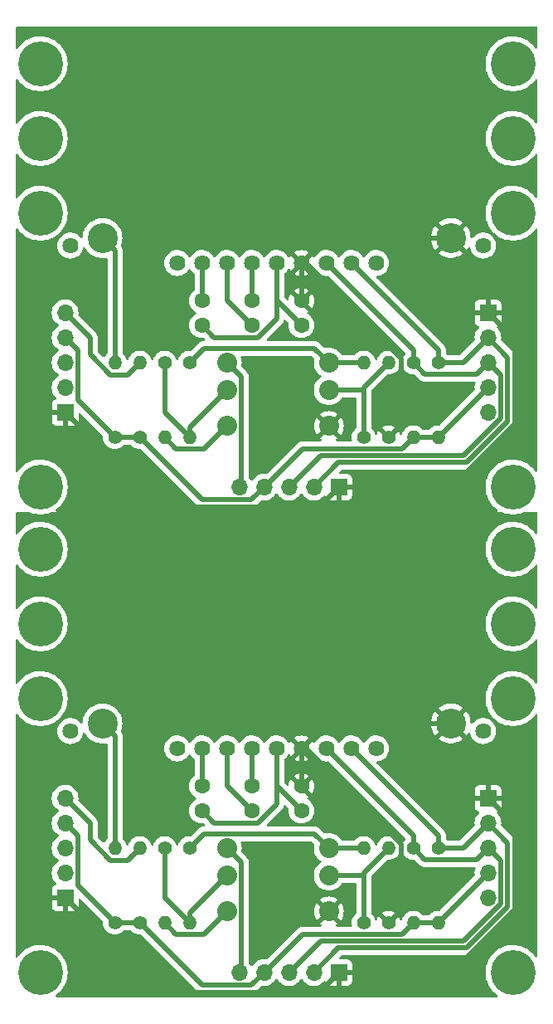
<source format=gbr>
G04 #@! TF.GenerationSoftware,KiCad,Pcbnew,8.0.2*
G04 #@! TF.CreationDate,2024-05-23T02:02:48+09:00*
G04 #@! TF.ProjectId,5way_lcd_interface,35776179-5f6c-4636-945f-696e74657266,1.0*
G04 #@! TF.SameCoordinates,Original*
G04 #@! TF.FileFunction,Copper,L2,Bot*
G04 #@! TF.FilePolarity,Positive*
%FSLAX46Y46*%
G04 Gerber Fmt 4.6, Leading zero omitted, Abs format (unit mm)*
G04 Created by KiCad (PCBNEW 8.0.2) date 2024-05-23 02:02:48*
%MOMM*%
%LPD*%
G01*
G04 APERTURE LIST*
G04 #@! TA.AperFunction,ComponentPad*
%ADD10C,1.400000*%
G04 #@! TD*
G04 #@! TA.AperFunction,ComponentPad*
%ADD11O,1.400000X1.400000*%
G04 #@! TD*
G04 #@! TA.AperFunction,ComponentPad*
%ADD12O,1.700000X1.700000*%
G04 #@! TD*
G04 #@! TA.AperFunction,ComponentPad*
%ADD13R,1.700000X1.700000*%
G04 #@! TD*
G04 #@! TA.AperFunction,ComponentPad*
%ADD14C,2.032000*%
G04 #@! TD*
G04 #@! TA.AperFunction,ComponentPad*
%ADD15C,1.600000*%
G04 #@! TD*
G04 #@! TA.AperFunction,ComponentPad*
%ADD16C,1.625600*%
G04 #@! TD*
G04 #@! TA.AperFunction,ComponentPad*
%ADD17C,3.048000*%
G04 #@! TD*
G04 #@! TA.AperFunction,ViaPad*
%ADD18C,4.572000*%
G04 #@! TD*
G04 #@! TA.AperFunction,Conductor*
%ADD19C,0.508000*%
G04 #@! TD*
G04 APERTURE END LIST*
D10*
X119380000Y-137160000D03*
D11*
X119380000Y-144780000D03*
D10*
X114300000Y-144780000D03*
D11*
X114300000Y-137160000D03*
D10*
X147320000Y-137160000D03*
D11*
X147320000Y-144780000D03*
D10*
X116840000Y-144780000D03*
D11*
X116840000Y-137160000D03*
D10*
X144780000Y-137160000D03*
D11*
X144780000Y-144780000D03*
D10*
X142240000Y-144780000D03*
D11*
X142240000Y-137160000D03*
D10*
X139700000Y-144780000D03*
D11*
X139700000Y-137160000D03*
D12*
X152400000Y-142240000D03*
X152400000Y-139700000D03*
X152400000Y-137160000D03*
X152400000Y-134620000D03*
D13*
X152400000Y-132080000D03*
D10*
X121920000Y-137160000D03*
D11*
X121920000Y-144780000D03*
D14*
X125730000Y-137160000D03*
X125730000Y-139954000D03*
X125730000Y-143637000D03*
X136144000Y-143637000D03*
X136144000Y-139954000D03*
X136144000Y-137160000D03*
D15*
X123190000Y-133350000D03*
X123190000Y-130850000D03*
X133350000Y-133350000D03*
X133350000Y-130850000D03*
X128270000Y-133350000D03*
X128270000Y-130850000D03*
D12*
X109220000Y-132080000D03*
X109220000Y-134620000D03*
X109220000Y-137160000D03*
X109220000Y-139700000D03*
D13*
X109220000Y-142240000D03*
D16*
X109728000Y-125222000D03*
X151892000Y-125222000D03*
X120650000Y-127000000D03*
X123190000Y-127000000D03*
X125730000Y-127000000D03*
X128270000Y-127000000D03*
X130810000Y-127000000D03*
X133350000Y-127000000D03*
X135890000Y-127000000D03*
X138430000Y-127000000D03*
X140970000Y-127000000D03*
D17*
X113030000Y-124460000D03*
X148590000Y-124460000D03*
D13*
X137160000Y-149860000D03*
D12*
X134620000Y-149860000D03*
X132080000Y-149860000D03*
X129540000Y-149860000D03*
X127000000Y-149860000D03*
D14*
X125730000Y-87630000D03*
X125730000Y-90424000D03*
X125730000Y-94107000D03*
X136144000Y-94107000D03*
X136144000Y-90424000D03*
X136144000Y-87630000D03*
D15*
X123190000Y-83820000D03*
X123190000Y-81320000D03*
X128270000Y-83820000D03*
X128270000Y-81320000D03*
X133350000Y-83820000D03*
X133350000Y-81320000D03*
D10*
X116840000Y-95250000D03*
D11*
X116840000Y-87630000D03*
D10*
X119380000Y-87630000D03*
D11*
X119380000Y-95250000D03*
D10*
X121920000Y-87630000D03*
D11*
X121920000Y-95250000D03*
D10*
X139700000Y-95250000D03*
D11*
X139700000Y-87630000D03*
D10*
X142240000Y-95250000D03*
D11*
X142240000Y-87630000D03*
D10*
X114300000Y-95250000D03*
D11*
X114300000Y-87630000D03*
D10*
X144780000Y-87630000D03*
D11*
X144780000Y-95250000D03*
D10*
X147320000Y-87630000D03*
D11*
X147320000Y-95250000D03*
D12*
X152400000Y-92710000D03*
X152400000Y-90170000D03*
X152400000Y-87630000D03*
X152400000Y-85090000D03*
D13*
X152400000Y-82550000D03*
D16*
X109728000Y-75692000D03*
X151892000Y-75692000D03*
X120650000Y-77470000D03*
X123190000Y-77470000D03*
X125730000Y-77470000D03*
X128270000Y-77470000D03*
X130810000Y-77470000D03*
X133350000Y-77470000D03*
X135890000Y-77470000D03*
X138430000Y-77470000D03*
X140970000Y-77470000D03*
D17*
X113030000Y-74930000D03*
X148590000Y-74930000D03*
D13*
X137160000Y-100330000D03*
D12*
X134620000Y-100330000D03*
X132080000Y-100330000D03*
X129540000Y-100330000D03*
X127000000Y-100330000D03*
X109220000Y-82550000D03*
X109220000Y-85090000D03*
X109220000Y-87630000D03*
X109220000Y-90170000D03*
D13*
X109220000Y-92710000D03*
D18*
X106680000Y-121920000D03*
X154940000Y-106680000D03*
X154940000Y-114300000D03*
X106680000Y-106680000D03*
X106680000Y-114300000D03*
X106680000Y-149860000D03*
X154940000Y-149860000D03*
X154940000Y-121920000D03*
X154940000Y-57150000D03*
X106680000Y-72390000D03*
X106680000Y-57150000D03*
X106680000Y-64770000D03*
X154940000Y-64770000D03*
X154940000Y-72390000D03*
X154940000Y-100330000D03*
X106680000Y-100330000D03*
D19*
X152400000Y-128270000D02*
X148590000Y-124460000D01*
X152400000Y-132080000D02*
X155120021Y-134800021D01*
X155120021Y-143452455D02*
X148712476Y-149860000D01*
X154412011Y-136632011D02*
X154412011Y-143159188D01*
X137160000Y-149860000D02*
X135147989Y-151872011D01*
X135890000Y-124460000D02*
X148590000Y-124460000D01*
X152400000Y-132080000D02*
X152400000Y-128270000D01*
X143510000Y-143510000D02*
X143510000Y-136722078D01*
X142240000Y-144780000D02*
X143510000Y-143510000D01*
X133350000Y-127000000D02*
X133350000Y-130850000D01*
X133350000Y-127000000D02*
X135890000Y-124460000D01*
X148712476Y-149860000D02*
X137160000Y-149860000D01*
X135147989Y-151872011D02*
X118852011Y-151872011D01*
X133787922Y-127000000D02*
X133350000Y-127000000D01*
X155120021Y-134800021D02*
X155120021Y-143452455D01*
X139700000Y-137160000D02*
X136144000Y-137160000D01*
X123390001Y-135689999D02*
X134673999Y-135689999D01*
X144780000Y-137160000D02*
X144780000Y-135890000D01*
X114300000Y-125730000D02*
X113030000Y-124460000D01*
X153704001Y-142865921D02*
X149927911Y-146642011D01*
X151245999Y-138314001D02*
X152400000Y-137160000D01*
X149927911Y-146642011D02*
X135297989Y-146642011D01*
X114300000Y-137160000D02*
X114300000Y-125730000D01*
X121920000Y-137160000D02*
X123390001Y-135689999D01*
X111760000Y-134620000D02*
X109220000Y-132080000D01*
X111760000Y-134620000D02*
X111760000Y-136327922D01*
X127200001Y-149659999D02*
X127000000Y-149860000D01*
X113862078Y-138430000D02*
X115570000Y-138430000D01*
X125730000Y-137160000D02*
X127200001Y-138630001D01*
X116840000Y-137160000D02*
X115570000Y-138430000D01*
X109220000Y-132517922D02*
X109220000Y-132080000D01*
X127200001Y-138630001D02*
X127200001Y-149659999D01*
X111760000Y-136327922D02*
X113862078Y-138430000D01*
X144780000Y-144780000D02*
X147320000Y-144780000D01*
X149860000Y-137160000D02*
X152400000Y-134620000D01*
X147320000Y-137160000D02*
X149860000Y-137160000D01*
X147320000Y-135890000D02*
X138430000Y-127000000D01*
X147320000Y-137160000D02*
X147320000Y-135890000D01*
X137129979Y-147350021D02*
X134620000Y-149860000D01*
X150221178Y-147350021D02*
X137129979Y-147350021D01*
X154412011Y-143159188D02*
X150221178Y-147350021D01*
X152400000Y-134620000D02*
X154412011Y-136632011D01*
X144780000Y-137160000D02*
X145934001Y-138314001D01*
X152400000Y-137160000D02*
X153704001Y-138464001D01*
X153704001Y-138464001D02*
X153704001Y-142865921D01*
X145934001Y-138314001D02*
X151245999Y-138314001D01*
X144780000Y-135890000D02*
X135890000Y-127000000D01*
X135297989Y-146642011D02*
X132080000Y-149860000D01*
X129540000Y-149860000D02*
X133465999Y-145934001D01*
X109220000Y-142240000D02*
X118852011Y-151872011D01*
X143510000Y-136722078D02*
X133787922Y-127000000D01*
X109220000Y-134620000D02*
X110524001Y-135924001D01*
X123224001Y-151164001D02*
X128235999Y-151164001D01*
X110524001Y-141004001D02*
X114300000Y-144780000D01*
X110524001Y-135924001D02*
X110524001Y-141004001D01*
X124444001Y-134604001D02*
X123190000Y-133350000D01*
X109220000Y-134900051D02*
X109220000Y-134620000D01*
X143625999Y-145934001D02*
X144780000Y-144780000D01*
X128235999Y-151164001D02*
X129540000Y-149860000D01*
X130810000Y-130810000D02*
X133350000Y-133350000D01*
X116840000Y-144780000D02*
X123224001Y-151164001D01*
X147320000Y-144780000D02*
X152400000Y-139700000D01*
X128871921Y-134604001D02*
X124444001Y-134604001D01*
X114300000Y-144780000D02*
X116840000Y-144780000D01*
X125476000Y-139954000D02*
X125730000Y-139954000D01*
X119380000Y-142240000D02*
X121920000Y-144780000D01*
X121920000Y-143764000D02*
X125730000Y-139954000D01*
X134673999Y-135689999D02*
X136144000Y-137160000D01*
X136144000Y-139954000D02*
X139446000Y-139954000D01*
X121920000Y-144780000D02*
X121920000Y-143764000D01*
X123432999Y-145934001D02*
X120534001Y-145934001D01*
X139700000Y-139700000D02*
X142240000Y-137160000D01*
X125730000Y-143637000D02*
X123432999Y-145934001D01*
X119380000Y-137160000D02*
X119380000Y-142240000D01*
X120534001Y-145934001D02*
X119380000Y-144780000D01*
X139700000Y-144780000D02*
X139700000Y-139700000D01*
X130810000Y-127000000D02*
X130810000Y-132665922D01*
X125730000Y-130810000D02*
X128270000Y-133350000D01*
X123190000Y-127000000D02*
X123190000Y-130850000D01*
X128270000Y-127000000D02*
X128270000Y-130850000D01*
X130810000Y-132665922D02*
X128871921Y-134604001D01*
X133465999Y-145934001D02*
X143625999Y-145934001D01*
X130810000Y-127000000D02*
X130810000Y-130810000D01*
X125730000Y-127000000D02*
X125730000Y-130810000D01*
X123190000Y-77470000D02*
X123190000Y-81320000D01*
X125730000Y-77470000D02*
X125730000Y-81280000D01*
X125730000Y-81280000D02*
X128270000Y-83820000D01*
X128270000Y-77470000D02*
X128270000Y-81320000D01*
X130810000Y-77470000D02*
X130810000Y-83135922D01*
X130810000Y-77470000D02*
X130810000Y-81280000D01*
X133465999Y-96404001D02*
X143625999Y-96404001D01*
X130810000Y-83135922D02*
X128871921Y-85074001D01*
X144780000Y-95250000D02*
X147320000Y-95250000D01*
X110524001Y-86394001D02*
X110524001Y-91474001D01*
X130810000Y-81280000D02*
X133350000Y-83820000D01*
X128871921Y-85074001D02*
X124444001Y-85074001D01*
X128235999Y-101634001D02*
X129540000Y-100330000D01*
X147320000Y-95250000D02*
X152400000Y-90170000D01*
X116840000Y-95250000D02*
X123224001Y-101634001D01*
X124444001Y-85074001D02*
X123190000Y-83820000D01*
X143625999Y-96404001D02*
X144780000Y-95250000D01*
X109220000Y-85370051D02*
X109220000Y-85090000D01*
X114300000Y-95250000D02*
X116840000Y-95250000D01*
X109220000Y-85090000D02*
X110524001Y-86394001D01*
X110524001Y-91474001D02*
X114300000Y-95250000D01*
X129540000Y-100330000D02*
X133465999Y-96404001D01*
X123224001Y-101634001D02*
X128235999Y-101634001D01*
X143510000Y-87192078D02*
X133787922Y-77470000D01*
X109220000Y-92710000D02*
X118852011Y-102342011D01*
X137160000Y-100330000D02*
X135147989Y-102342011D01*
X152400000Y-78740000D02*
X148590000Y-74930000D01*
X133787922Y-77470000D02*
X133350000Y-77470000D01*
X155120021Y-85270021D02*
X155120021Y-93922455D01*
X152400000Y-82550000D02*
X155120021Y-85270021D01*
X133350000Y-77470000D02*
X135890000Y-74930000D01*
X135147989Y-102342011D02*
X118852011Y-102342011D01*
X148712476Y-100330000D02*
X137160000Y-100330000D01*
X155120021Y-93922455D02*
X148712476Y-100330000D01*
X133350000Y-77470000D02*
X133350000Y-81320000D01*
X143510000Y-93980000D02*
X143510000Y-87192078D01*
X142240000Y-95250000D02*
X143510000Y-93980000D01*
X152400000Y-82550000D02*
X152400000Y-78740000D01*
X135890000Y-74930000D02*
X148590000Y-74930000D01*
X154412011Y-87102011D02*
X154412011Y-93629188D01*
X147320000Y-86360000D02*
X138430000Y-77470000D01*
X149860000Y-87630000D02*
X152400000Y-85090000D01*
X150221178Y-97820021D02*
X137129979Y-97820021D01*
X147320000Y-87630000D02*
X147320000Y-86360000D01*
X137129979Y-97820021D02*
X134620000Y-100330000D01*
X154412011Y-93629188D02*
X150221178Y-97820021D01*
X147320000Y-87630000D02*
X149860000Y-87630000D01*
X152400000Y-85090000D02*
X154412011Y-87102011D01*
X153704001Y-88934001D02*
X153704001Y-93335921D01*
X152400000Y-87630000D02*
X153704001Y-88934001D01*
X145934001Y-88784001D02*
X151245999Y-88784001D01*
X144780000Y-87630000D02*
X145934001Y-88784001D01*
X135297989Y-97112011D02*
X132080000Y-100330000D01*
X144780000Y-86360000D02*
X135890000Y-77470000D01*
X149927911Y-97112011D02*
X135297989Y-97112011D01*
X151245999Y-88784001D02*
X152400000Y-87630000D01*
X144780000Y-87630000D02*
X144780000Y-86360000D01*
X153704001Y-93335921D02*
X149927911Y-97112011D01*
X114300000Y-76200000D02*
X113030000Y-74930000D01*
X114300000Y-87630000D02*
X114300000Y-76200000D01*
X123390001Y-86159999D02*
X134673999Y-86159999D01*
X139700000Y-87630000D02*
X136144000Y-87630000D01*
X121920000Y-87630000D02*
X123390001Y-86159999D01*
X134673999Y-86159999D02*
X136144000Y-87630000D01*
X139700000Y-95250000D02*
X139700000Y-90170000D01*
X136144000Y-90424000D02*
X139446000Y-90424000D01*
X139700000Y-90170000D02*
X142240000Y-87630000D01*
X125730000Y-94107000D02*
X123432999Y-96404001D01*
X123432999Y-96404001D02*
X120534001Y-96404001D01*
X120534001Y-96404001D02*
X119380000Y-95250000D01*
X121920000Y-95250000D02*
X121920000Y-94234000D01*
X119380000Y-87630000D02*
X119380000Y-92710000D01*
X125476000Y-90424000D02*
X125730000Y-90424000D01*
X119380000Y-92710000D02*
X121920000Y-95250000D01*
X121920000Y-94234000D02*
X125730000Y-90424000D01*
X111760000Y-85090000D02*
X109220000Y-82550000D01*
X111760000Y-85090000D02*
X111760000Y-86797922D01*
X111760000Y-86797922D02*
X113862078Y-88900000D01*
X113862078Y-88900000D02*
X115570000Y-88900000D01*
X127200001Y-100129999D02*
X127000000Y-100330000D01*
X127200001Y-89100001D02*
X127200001Y-100129999D01*
X109220000Y-82987922D02*
X109220000Y-82550000D01*
X116840000Y-87630000D02*
X115570000Y-88900000D01*
X125730000Y-87630000D02*
X127200001Y-89100001D01*
G04 #@! TA.AperFunction,Conductor*
G36*
X134373838Y-86942184D02*
G01*
X134394480Y-86958818D01*
X134621840Y-87186178D01*
X134655325Y-87247501D01*
X134654733Y-87302806D01*
X134633612Y-87390780D01*
X134614786Y-87630000D01*
X134633612Y-87869219D01*
X134689630Y-88102553D01*
X134689630Y-88102554D01*
X134781457Y-88324245D01*
X134781459Y-88324248D01*
X134906837Y-88528846D01*
X134906841Y-88528851D01*
X134943179Y-88571397D01*
X135062682Y-88711318D01*
X135155915Y-88790946D01*
X135245148Y-88867158D01*
X135245150Y-88867159D01*
X135245151Y-88867160D01*
X135262166Y-88877587D01*
X135333454Y-88921273D01*
X135380329Y-88973085D01*
X135391751Y-89042015D01*
X135364093Y-89106178D01*
X135333454Y-89132727D01*
X135245148Y-89186841D01*
X135062682Y-89342682D01*
X134906841Y-89525148D01*
X134906837Y-89525153D01*
X134781459Y-89729751D01*
X134781457Y-89729754D01*
X134689630Y-89951445D01*
X134689630Y-89951446D01*
X134633612Y-90184780D01*
X134614786Y-90424000D01*
X134633612Y-90663219D01*
X134689630Y-90896553D01*
X134689630Y-90896554D01*
X134781457Y-91118245D01*
X134781459Y-91118248D01*
X134906837Y-91322846D01*
X134906841Y-91322851D01*
X134936859Y-91357997D01*
X135062682Y-91505318D01*
X135113946Y-91549101D01*
X135245148Y-91661158D01*
X135245153Y-91661162D01*
X135449751Y-91786540D01*
X135449754Y-91786542D01*
X135671446Y-91878369D01*
X135729779Y-91892373D01*
X135904778Y-91934387D01*
X136144000Y-91953214D01*
X136383222Y-91934387D01*
X136616553Y-91878369D01*
X136616554Y-91878369D01*
X136838245Y-91786542D01*
X136838246Y-91786541D01*
X136838249Y-91786540D01*
X137042849Y-91661160D01*
X137225318Y-91505318D01*
X137381160Y-91322849D01*
X137428430Y-91245710D01*
X137480242Y-91198835D01*
X137534158Y-91186500D01*
X138813500Y-91186500D01*
X138880539Y-91206185D01*
X138926294Y-91258989D01*
X138937500Y-91310500D01*
X138937500Y-94252060D01*
X138917815Y-94319099D01*
X138901181Y-94339741D01*
X138770700Y-94470221D01*
X138649411Y-94643441D01*
X138649410Y-94643443D01*
X138560045Y-94835088D01*
X138560041Y-94835097D01*
X138505315Y-95039339D01*
X138505313Y-95039350D01*
X138486884Y-95249998D01*
X138486884Y-95250001D01*
X138505313Y-95460649D01*
X138505316Y-95460664D01*
X138511946Y-95485406D01*
X138510284Y-95555256D01*
X138471123Y-95613119D01*
X138406894Y-95640624D01*
X138392172Y-95641501D01*
X136981036Y-95641501D01*
X136913997Y-95621816D01*
X136868242Y-95569012D01*
X136858298Y-95499854D01*
X136887323Y-95436298D01*
X136916246Y-95411774D01*
X137027217Y-95343770D01*
X137027217Y-95343769D01*
X136279942Y-94596495D01*
X136340081Y-94580381D01*
X136455920Y-94513502D01*
X136550502Y-94418920D01*
X136617381Y-94303081D01*
X136633494Y-94242942D01*
X137380769Y-94990217D01*
X137380770Y-94990217D01*
X137498943Y-94797378D01*
X137590257Y-94576925D01*
X137645966Y-94344883D01*
X137664687Y-94107000D01*
X137645966Y-93869116D01*
X137590257Y-93637074D01*
X137498943Y-93416621D01*
X137380769Y-93223781D01*
X136633494Y-93971056D01*
X136617381Y-93910919D01*
X136550502Y-93795080D01*
X136455920Y-93700498D01*
X136340081Y-93633619D01*
X136279942Y-93617505D01*
X137027217Y-92870229D01*
X136834378Y-92752056D01*
X136613924Y-92660742D01*
X136613927Y-92660742D01*
X136381883Y-92605033D01*
X136144000Y-92586312D01*
X135906116Y-92605033D01*
X135674074Y-92660742D01*
X135453621Y-92752056D01*
X135260781Y-92870229D01*
X136008057Y-93617504D01*
X135947919Y-93633619D01*
X135832080Y-93700498D01*
X135737498Y-93795080D01*
X135670619Y-93910919D01*
X135654505Y-93971057D01*
X134907229Y-93223781D01*
X134789056Y-93416621D01*
X134697742Y-93637074D01*
X134642033Y-93869116D01*
X134623312Y-94107000D01*
X134642033Y-94344883D01*
X134697742Y-94576925D01*
X134789056Y-94797378D01*
X134907229Y-94990217D01*
X135654504Y-94242941D01*
X135670619Y-94303081D01*
X135737498Y-94418920D01*
X135832080Y-94513502D01*
X135947919Y-94580381D01*
X136008057Y-94596494D01*
X135260781Y-95343769D01*
X135260781Y-95343770D01*
X135371753Y-95411774D01*
X135418628Y-95463586D01*
X135430051Y-95532516D01*
X135402393Y-95596678D01*
X135344438Y-95635703D01*
X135306963Y-95641501D01*
X133390897Y-95641501D01*
X133243591Y-95670802D01*
X133243585Y-95670804D01*
X133104821Y-95728282D01*
X132979929Y-95811731D01*
X129841328Y-98950332D01*
X129780005Y-98983817D01*
X129733239Y-98984960D01*
X129652569Y-98971500D01*
X129427431Y-98971500D01*
X129205362Y-99008556D01*
X128992430Y-99081656D01*
X128992419Y-99081661D01*
X128794427Y-99188808D01*
X128794422Y-99188812D01*
X128616761Y-99327092D01*
X128616756Y-99327097D01*
X128464284Y-99492723D01*
X128464276Y-99492734D01*
X128373808Y-99631206D01*
X128320662Y-99676562D01*
X128251431Y-99685986D01*
X128188095Y-99656484D01*
X128166191Y-99631205D01*
X128075721Y-99492730D01*
X127995272Y-99405340D01*
X127964349Y-99342686D01*
X127962501Y-99321357D01*
X127962501Y-89024898D01*
X127933199Y-88877593D01*
X127933198Y-88877592D01*
X127933198Y-88877588D01*
X127875719Y-88738822D01*
X127875718Y-88738821D01*
X127875715Y-88738815D01*
X127792274Y-88613937D01*
X127739237Y-88560900D01*
X127686066Y-88507729D01*
X127252159Y-88073822D01*
X127218674Y-88012499D01*
X127219265Y-87957195D01*
X127240387Y-87869222D01*
X127259214Y-87630000D01*
X127240387Y-87390778D01*
X127184369Y-87157447D01*
X127184369Y-87157446D01*
X127184369Y-87157445D01*
X127158069Y-87093951D01*
X127150600Y-87024482D01*
X127181875Y-86962003D01*
X127241964Y-86926351D01*
X127272630Y-86922499D01*
X134306799Y-86922499D01*
X134373838Y-86942184D01*
G37*
G04 #@! TD.AperFunction*
G04 #@! TA.AperFunction,Conductor*
G36*
X143558812Y-87924690D02*
G01*
X143612690Y-87969175D01*
X143629775Y-88006586D01*
X143640041Y-88044902D01*
X143640043Y-88044906D01*
X143640044Y-88044910D01*
X143666924Y-88102554D01*
X143729410Y-88236556D01*
X143729411Y-88236558D01*
X143850700Y-88409778D01*
X144000221Y-88559299D01*
X144017499Y-88571397D01*
X144173442Y-88680589D01*
X144365090Y-88769956D01*
X144365096Y-88769957D01*
X144365097Y-88769958D01*
X144414255Y-88783129D01*
X144569345Y-88824686D01*
X144713660Y-88837312D01*
X144779998Y-88843116D01*
X144779999Y-88843116D01*
X144779999Y-88843115D01*
X144780000Y-88843116D01*
X144846333Y-88837312D01*
X144914831Y-88851078D01*
X144944821Y-88873159D01*
X145447930Y-89376269D01*
X145447931Y-89376270D01*
X145447934Y-89376272D01*
X145447936Y-89376274D01*
X145572822Y-89459719D01*
X145711588Y-89517198D01*
X145711592Y-89517198D01*
X145711593Y-89517199D01*
X145858898Y-89546501D01*
X145858901Y-89546501D01*
X146009101Y-89546501D01*
X151000251Y-89546501D01*
X151067290Y-89566186D01*
X151113045Y-89618990D01*
X151122989Y-89688148D01*
X151113806Y-89720313D01*
X151110703Y-89727385D01*
X151055436Y-89945628D01*
X151055434Y-89945640D01*
X151036844Y-90169994D01*
X151036844Y-90170005D01*
X151053892Y-90375742D01*
X151039811Y-90444178D01*
X151017997Y-90473663D01*
X147484821Y-94006839D01*
X147423498Y-94040324D01*
X147386335Y-94042686D01*
X147320004Y-94036884D01*
X147319998Y-94036884D01*
X147109350Y-94055313D01*
X147109339Y-94055315D01*
X146905097Y-94110041D01*
X146905088Y-94110045D01*
X146713443Y-94199410D01*
X146713441Y-94199411D01*
X146540225Y-94320697D01*
X146490724Y-94370199D01*
X146409740Y-94451182D01*
X146348420Y-94484666D01*
X146322061Y-94487500D01*
X145777939Y-94487500D01*
X145710900Y-94467815D01*
X145690262Y-94451185D01*
X145559776Y-94320699D01*
X145559775Y-94320698D01*
X145559774Y-94320697D01*
X145386558Y-94199411D01*
X145386556Y-94199410D01*
X145365071Y-94189391D01*
X145194910Y-94110044D01*
X145194906Y-94110043D01*
X145194902Y-94110041D01*
X144990660Y-94055315D01*
X144990656Y-94055314D01*
X144990655Y-94055314D01*
X144990654Y-94055313D01*
X144990649Y-94055313D01*
X144780002Y-94036884D01*
X144779998Y-94036884D01*
X144569350Y-94055313D01*
X144569339Y-94055315D01*
X144365097Y-94110041D01*
X144365088Y-94110045D01*
X144173443Y-94199410D01*
X144173441Y-94199411D01*
X144000221Y-94320700D01*
X143850700Y-94470221D01*
X143729411Y-94643441D01*
X143729410Y-94643443D01*
X143640045Y-94835088D01*
X143640039Y-94835103D01*
X143625054Y-94891027D01*
X143588689Y-94950687D01*
X143525841Y-94981215D01*
X143456466Y-94972920D01*
X143402589Y-94928434D01*
X143386013Y-94892864D01*
X143363761Y-94814652D01*
X143363760Y-94814651D01*
X143264635Y-94615580D01*
X143264630Y-94615572D01*
X143248860Y-94594690D01*
X142590000Y-95253550D01*
X142590000Y-95203922D01*
X142566148Y-95114905D01*
X142520070Y-95035095D01*
X142454905Y-94969930D01*
X142375095Y-94923852D01*
X142286078Y-94900000D01*
X142193922Y-94900000D01*
X142104905Y-94923852D01*
X142025095Y-94969930D01*
X141959930Y-95035095D01*
X141913852Y-95114905D01*
X141890000Y-95203922D01*
X141890000Y-95253553D01*
X141231138Y-94594691D01*
X141231137Y-94594691D01*
X141215368Y-94615574D01*
X141116240Y-94814649D01*
X141093986Y-94892866D01*
X141056706Y-94951959D01*
X140993397Y-94981517D01*
X140924157Y-94972155D01*
X140870971Y-94926846D01*
X140854944Y-94891025D01*
X140839958Y-94835097D01*
X140839957Y-94835094D01*
X140839956Y-94835090D01*
X140750589Y-94643442D01*
X140629301Y-94470224D01*
X140629299Y-94470221D01*
X140498819Y-94339741D01*
X140465334Y-94278418D01*
X140462500Y-94252060D01*
X140462500Y-94243119D01*
X141586671Y-94243119D01*
X142240000Y-94896447D01*
X142240001Y-94896447D01*
X142893327Y-94243119D01*
X142777178Y-94171202D01*
X142777177Y-94171201D01*
X142569804Y-94090865D01*
X142351193Y-94050000D01*
X142128807Y-94050000D01*
X141910195Y-94090865D01*
X141702824Y-94171200D01*
X141702823Y-94171201D01*
X141586671Y-94243119D01*
X140462500Y-94243119D01*
X140462500Y-90537199D01*
X140482185Y-90470160D01*
X140498814Y-90449523D01*
X142075179Y-88873157D01*
X142136500Y-88839674D01*
X142173662Y-88837312D01*
X142240000Y-88843116D01*
X142240002Y-88843116D01*
X142292663Y-88838508D01*
X142450655Y-88824686D01*
X142654910Y-88769956D01*
X142846558Y-88680589D01*
X143019776Y-88559301D01*
X143169301Y-88409776D01*
X143290589Y-88236558D01*
X143379956Y-88044910D01*
X143390225Y-88006586D01*
X143426590Y-87946925D01*
X143489436Y-87916396D01*
X143558812Y-87924690D01*
G37*
G04 #@! TD.AperFunction*
G04 #@! TA.AperFunction,Conductor*
G36*
X132943600Y-77523504D02*
G01*
X132971295Y-77626865D01*
X133024799Y-77719536D01*
X133100464Y-77795201D01*
X133193135Y-77848705D01*
X133296496Y-77876400D01*
X133297153Y-77876400D01*
X132615335Y-78558215D01*
X132691092Y-78611260D01*
X132899279Y-78708339D01*
X132899288Y-78708343D01*
X133121158Y-78767792D01*
X133121168Y-78767794D01*
X133349999Y-78787815D01*
X133350001Y-78787815D01*
X133578831Y-78767794D01*
X133578841Y-78767792D01*
X133800711Y-78708343D01*
X133800725Y-78708338D01*
X134008903Y-78611263D01*
X134008911Y-78611259D01*
X134084663Y-78558216D01*
X133402847Y-77876400D01*
X133403504Y-77876400D01*
X133506865Y-77848705D01*
X133599536Y-77795201D01*
X133675201Y-77719536D01*
X133728705Y-77626865D01*
X133756400Y-77523504D01*
X133756400Y-77522847D01*
X134438216Y-78204663D01*
X134491259Y-78128911D01*
X134491260Y-78128909D01*
X134502928Y-78103887D01*
X134549100Y-78051447D01*
X134616293Y-78032294D01*
X134683174Y-78052509D01*
X134727691Y-78103883D01*
X134741350Y-78133174D01*
X134873959Y-78322559D01*
X135037441Y-78486041D01*
X135226826Y-78618650D01*
X135436363Y-78716358D01*
X135659682Y-78776197D01*
X135824194Y-78790589D01*
X135889998Y-78796347D01*
X135890000Y-78796347D01*
X135890001Y-78796347D01*
X135907140Y-78794847D01*
X136060455Y-78781433D01*
X136128953Y-78795199D01*
X136158942Y-78817280D01*
X143933611Y-86591949D01*
X143967096Y-86653272D01*
X143962112Y-86722964D01*
X143933611Y-86767311D01*
X143850700Y-86850221D01*
X143729411Y-87023441D01*
X143729410Y-87023443D01*
X143640045Y-87215088D01*
X143640042Y-87215094D01*
X143629775Y-87253414D01*
X143593410Y-87313074D01*
X143530563Y-87343603D01*
X143461187Y-87335308D01*
X143407309Y-87290823D01*
X143390225Y-87253414D01*
X143379957Y-87215094D01*
X143379956Y-87215090D01*
X143290589Y-87023442D01*
X143169301Y-86850224D01*
X143169299Y-86850221D01*
X143019778Y-86700700D01*
X142846558Y-86579411D01*
X142846556Y-86579410D01*
X142780659Y-86548682D01*
X142654910Y-86490044D01*
X142654906Y-86490043D01*
X142654902Y-86490041D01*
X142450660Y-86435315D01*
X142450656Y-86435314D01*
X142450655Y-86435314D01*
X142450654Y-86435313D01*
X142450649Y-86435313D01*
X142240002Y-86416884D01*
X142239998Y-86416884D01*
X142029350Y-86435313D01*
X142029339Y-86435315D01*
X141825097Y-86490041D01*
X141825088Y-86490045D01*
X141633443Y-86579410D01*
X141633441Y-86579411D01*
X141460221Y-86700700D01*
X141310700Y-86850221D01*
X141189411Y-87023441D01*
X141189410Y-87023443D01*
X141100045Y-87215088D01*
X141100042Y-87215094D01*
X141089775Y-87253414D01*
X141053410Y-87313074D01*
X140990563Y-87343603D01*
X140921187Y-87335308D01*
X140867309Y-87290823D01*
X140850225Y-87253414D01*
X140839957Y-87215094D01*
X140839956Y-87215090D01*
X140750589Y-87023442D01*
X140629301Y-86850224D01*
X140629299Y-86850221D01*
X140479778Y-86700700D01*
X140306558Y-86579411D01*
X140306556Y-86579410D01*
X140240659Y-86548682D01*
X140114910Y-86490044D01*
X140114906Y-86490043D01*
X140114902Y-86490041D01*
X139910660Y-86435315D01*
X139910656Y-86435314D01*
X139910655Y-86435314D01*
X139910654Y-86435313D01*
X139910649Y-86435313D01*
X139700002Y-86416884D01*
X139699998Y-86416884D01*
X139489350Y-86435313D01*
X139489339Y-86435315D01*
X139285097Y-86490041D01*
X139285088Y-86490045D01*
X139093443Y-86579410D01*
X139093441Y-86579411D01*
X138920225Y-86700697D01*
X138880098Y-86740825D01*
X138789740Y-86831182D01*
X138728420Y-86864666D01*
X138702061Y-86867500D01*
X137534158Y-86867500D01*
X137467119Y-86847815D01*
X137428430Y-86808289D01*
X137381159Y-86731149D01*
X137381158Y-86731148D01*
X137325073Y-86665481D01*
X137225318Y-86548682D01*
X137118065Y-86457080D01*
X137042851Y-86392841D01*
X137042846Y-86392837D01*
X136838248Y-86267459D01*
X136838245Y-86267457D01*
X136616553Y-86175630D01*
X136383218Y-86119612D01*
X136383219Y-86119612D01*
X136144000Y-86100786D01*
X135904780Y-86119612D01*
X135816806Y-86140733D01*
X135747023Y-86137242D01*
X135700178Y-86107840D01*
X135160069Y-85567730D01*
X135160068Y-85567729D01*
X135035182Y-85484284D01*
X135035178Y-85484281D01*
X135035173Y-85484279D01*
X134896412Y-85426802D01*
X134896406Y-85426800D01*
X134749101Y-85397499D01*
X134749099Y-85397499D01*
X129926123Y-85397499D01*
X129859084Y-85377814D01*
X129813329Y-85325010D01*
X129803385Y-85255852D01*
X129832410Y-85192296D01*
X129838442Y-85185818D01*
X131402270Y-83621990D01*
X131402273Y-83621987D01*
X131485719Y-83497101D01*
X131530220Y-83389664D01*
X131543197Y-83358335D01*
X131543198Y-83358325D01*
X131544966Y-83352503D01*
X131547493Y-83353269D01*
X131574492Y-83301517D01*
X131635169Y-83266875D01*
X131704943Y-83270538D01*
X131751501Y-83299839D01*
X132014533Y-83562871D01*
X132048018Y-83624194D01*
X132050380Y-83661358D01*
X132036502Y-83819996D01*
X132036502Y-83820001D01*
X132056456Y-84048081D01*
X132056457Y-84048089D01*
X132115714Y-84269238D01*
X132115718Y-84269249D01*
X132212475Y-84476745D01*
X132212477Y-84476749D01*
X132343802Y-84664300D01*
X132505700Y-84826198D01*
X132693251Y-84957523D01*
X132816291Y-85014897D01*
X132900750Y-85054281D01*
X132900752Y-85054281D01*
X132900757Y-85054284D01*
X133121913Y-85113543D01*
X133284832Y-85127796D01*
X133349998Y-85133498D01*
X133350000Y-85133498D01*
X133350002Y-85133498D01*
X133407021Y-85128509D01*
X133578087Y-85113543D01*
X133799243Y-85054284D01*
X134006749Y-84957523D01*
X134194300Y-84826198D01*
X134356198Y-84664300D01*
X134487523Y-84476749D01*
X134584284Y-84269243D01*
X134643543Y-84048087D01*
X134663498Y-83820000D01*
X134643543Y-83591913D01*
X134584284Y-83370757D01*
X134581912Y-83365671D01*
X134487524Y-83163254D01*
X134487523Y-83163252D01*
X134487523Y-83163251D01*
X134356198Y-82975700D01*
X134194300Y-82813802D01*
X134006749Y-82682477D01*
X133996488Y-82677692D01*
X133944050Y-82631521D01*
X133924898Y-82564327D01*
X133945114Y-82497446D01*
X133996491Y-82452928D01*
X134002480Y-82450135D01*
X134075471Y-82399024D01*
X133396447Y-81720000D01*
X133402661Y-81720000D01*
X133504394Y-81692741D01*
X133595606Y-81640080D01*
X133670080Y-81565606D01*
X133722741Y-81474394D01*
X133750000Y-81372661D01*
X133750000Y-81366447D01*
X134429024Y-82045471D01*
X134480136Y-81972478D01*
X134576264Y-81766331D01*
X134576269Y-81766317D01*
X134635139Y-81546610D01*
X134635141Y-81546599D01*
X134654966Y-81320002D01*
X134654966Y-81319997D01*
X134635141Y-81093400D01*
X134635139Y-81093389D01*
X134576269Y-80873682D01*
X134576264Y-80873668D01*
X134480136Y-80667521D01*
X134480132Y-80667513D01*
X134429025Y-80594526D01*
X133750000Y-81273551D01*
X133750000Y-81267339D01*
X133722741Y-81165606D01*
X133670080Y-81074394D01*
X133595606Y-80999920D01*
X133504394Y-80947259D01*
X133402661Y-80920000D01*
X133396448Y-80920000D01*
X134075472Y-80240974D01*
X134002478Y-80189863D01*
X133796331Y-80093735D01*
X133796317Y-80093730D01*
X133576610Y-80034860D01*
X133576599Y-80034858D01*
X133350002Y-80015034D01*
X133349998Y-80015034D01*
X133123400Y-80034858D01*
X133123389Y-80034860D01*
X132903682Y-80093730D01*
X132903673Y-80093734D01*
X132697516Y-80189866D01*
X132697512Y-80189868D01*
X132624526Y-80240973D01*
X132624526Y-80240974D01*
X133303553Y-80920000D01*
X133297339Y-80920000D01*
X133195606Y-80947259D01*
X133104394Y-80999920D01*
X133029920Y-81074394D01*
X132977259Y-81165606D01*
X132950000Y-81267339D01*
X132950000Y-81273552D01*
X132270974Y-80594526D01*
X132270973Y-80594526D01*
X132219868Y-80667512D01*
X132219866Y-80667516D01*
X132123734Y-80873673D01*
X132123730Y-80873682D01*
X132064860Y-81093389D01*
X132064858Y-81093399D01*
X132058821Y-81162402D01*
X132033368Y-81227470D01*
X131976776Y-81268448D01*
X131907014Y-81272325D01*
X131847612Y-81239274D01*
X131608819Y-81000481D01*
X131575334Y-80939158D01*
X131572500Y-80912800D01*
X131572500Y-78613651D01*
X131592185Y-78546612D01*
X131625377Y-78512076D01*
X131662559Y-78486041D01*
X131826041Y-78322559D01*
X131958650Y-78133174D01*
X131972308Y-78103883D01*
X132018478Y-78051447D01*
X132085672Y-78032294D01*
X132152553Y-78052509D01*
X132197071Y-78103886D01*
X132208736Y-78128902D01*
X132208739Y-78128908D01*
X132261783Y-78204663D01*
X132943600Y-77522846D01*
X132943600Y-77523504D01*
G37*
G04 #@! TD.AperFunction*
G04 #@! TA.AperFunction,Conductor*
G36*
X157397539Y-53385185D02*
G01*
X157443294Y-53437989D01*
X157454500Y-53489500D01*
X157454500Y-55473686D01*
X157434815Y-55540725D01*
X157382011Y-55586480D01*
X157312853Y-55596424D01*
X157249297Y-55567399D01*
X157231037Y-55547734D01*
X157084342Y-55350689D01*
X157084337Y-55350683D01*
X156976322Y-55236195D01*
X156860952Y-55113910D01*
X156860945Y-55113904D01*
X156860943Y-55113902D01*
X156611592Y-54904670D01*
X156339612Y-54725787D01*
X156339610Y-54725786D01*
X156048728Y-54579698D01*
X156048722Y-54579696D01*
X155742831Y-54468361D01*
X155742829Y-54468360D01*
X155501151Y-54411082D01*
X155426082Y-54393291D01*
X155102761Y-54355500D01*
X154777239Y-54355500D01*
X154453918Y-54393291D01*
X154137170Y-54468360D01*
X154137168Y-54468361D01*
X153831277Y-54579696D01*
X153831271Y-54579698D01*
X153540389Y-54725786D01*
X153540387Y-54725787D01*
X153268407Y-54904670D01*
X153019056Y-55113902D01*
X153019046Y-55113912D01*
X152795662Y-55350683D01*
X152795657Y-55350689D01*
X152601272Y-55611793D01*
X152438513Y-55893700D01*
X152438507Y-55893713D01*
X152309578Y-56192605D01*
X152216217Y-56504455D01*
X152216214Y-56504466D01*
X152159692Y-56825020D01*
X152159691Y-56825028D01*
X152140764Y-57149996D01*
X152140764Y-57150003D01*
X152159691Y-57474971D01*
X152159692Y-57474979D01*
X152216214Y-57795533D01*
X152216217Y-57795544D01*
X152309578Y-58107394D01*
X152438507Y-58406286D01*
X152438513Y-58406299D01*
X152601272Y-58688206D01*
X152795657Y-58949310D01*
X152795662Y-58949316D01*
X152911031Y-59071599D01*
X153019048Y-59186090D01*
X153019054Y-59186095D01*
X153019056Y-59186097D01*
X153268407Y-59395329D01*
X153540387Y-59574212D01*
X153540389Y-59574213D01*
X153831271Y-59720301D01*
X153831277Y-59720303D01*
X153831279Y-59720304D01*
X154137170Y-59831639D01*
X154453918Y-59906709D01*
X154777239Y-59944500D01*
X154777246Y-59944500D01*
X155102754Y-59944500D01*
X155102761Y-59944500D01*
X155426082Y-59906709D01*
X155742830Y-59831639D01*
X156048721Y-59720304D01*
X156048724Y-59720302D01*
X156048728Y-59720301D01*
X156339610Y-59574213D01*
X156339612Y-59574212D01*
X156339611Y-59574212D01*
X156339618Y-59574209D01*
X156611588Y-59395332D01*
X156860952Y-59186090D01*
X157084339Y-58949314D01*
X157231037Y-58752265D01*
X157286859Y-58710246D01*
X157356538Y-58705078D01*
X157417949Y-58738400D01*
X157451596Y-58799635D01*
X157454500Y-58826313D01*
X157454500Y-63093686D01*
X157434815Y-63160725D01*
X157382011Y-63206480D01*
X157312853Y-63216424D01*
X157249297Y-63187399D01*
X157231037Y-63167734D01*
X157084342Y-62970689D01*
X157084337Y-62970683D01*
X156976322Y-62856195D01*
X156860952Y-62733910D01*
X156860945Y-62733904D01*
X156860943Y-62733902D01*
X156611592Y-62524670D01*
X156339612Y-62345787D01*
X156339610Y-62345786D01*
X156048728Y-62199698D01*
X156048722Y-62199696D01*
X155742831Y-62088361D01*
X155742829Y-62088360D01*
X155501151Y-62031082D01*
X155426082Y-62013291D01*
X155102761Y-61975500D01*
X154777239Y-61975500D01*
X154453918Y-62013291D01*
X154137170Y-62088360D01*
X154137168Y-62088361D01*
X153831277Y-62199696D01*
X153831271Y-62199698D01*
X153540389Y-62345786D01*
X153540387Y-62345787D01*
X153268407Y-62524670D01*
X153019056Y-62733902D01*
X153019046Y-62733912D01*
X152795662Y-62970683D01*
X152795657Y-62970689D01*
X152601272Y-63231793D01*
X152438513Y-63513700D01*
X152438507Y-63513713D01*
X152309578Y-63812605D01*
X152216217Y-64124455D01*
X152216214Y-64124466D01*
X152159692Y-64445020D01*
X152159691Y-64445028D01*
X152140764Y-64769996D01*
X152140764Y-64770003D01*
X152159691Y-65094971D01*
X152159692Y-65094979D01*
X152216214Y-65415533D01*
X152216217Y-65415544D01*
X152309578Y-65727394D01*
X152438507Y-66026286D01*
X152438513Y-66026299D01*
X152601272Y-66308206D01*
X152795657Y-66569310D01*
X152795662Y-66569316D01*
X152911031Y-66691599D01*
X153019048Y-66806090D01*
X153019054Y-66806095D01*
X153019056Y-66806097D01*
X153268407Y-67015329D01*
X153540387Y-67194212D01*
X153540389Y-67194213D01*
X153831271Y-67340301D01*
X153831277Y-67340303D01*
X153831279Y-67340304D01*
X154137170Y-67451639D01*
X154453918Y-67526709D01*
X154777239Y-67564500D01*
X154777246Y-67564500D01*
X155102754Y-67564500D01*
X155102761Y-67564500D01*
X155426082Y-67526709D01*
X155742830Y-67451639D01*
X156048721Y-67340304D01*
X156048724Y-67340302D01*
X156048728Y-67340301D01*
X156339610Y-67194213D01*
X156339612Y-67194212D01*
X156339611Y-67194212D01*
X156339618Y-67194209D01*
X156611588Y-67015332D01*
X156860952Y-66806090D01*
X157084339Y-66569314D01*
X157231037Y-66372265D01*
X157286859Y-66330246D01*
X157356538Y-66325078D01*
X157417949Y-66358400D01*
X157451596Y-66419635D01*
X157454500Y-66446313D01*
X157454500Y-70713686D01*
X157434815Y-70780725D01*
X157382011Y-70826480D01*
X157312853Y-70836424D01*
X157249297Y-70807399D01*
X157231037Y-70787734D01*
X157084342Y-70590689D01*
X157084337Y-70590683D01*
X156976322Y-70476195D01*
X156860952Y-70353910D01*
X156860945Y-70353904D01*
X156860943Y-70353902D01*
X156611592Y-70144670D01*
X156339612Y-69965787D01*
X156339610Y-69965786D01*
X156048728Y-69819698D01*
X156048722Y-69819696D01*
X155742831Y-69708361D01*
X155742829Y-69708360D01*
X155501151Y-69651082D01*
X155426082Y-69633291D01*
X155102761Y-69595500D01*
X154777239Y-69595500D01*
X154453918Y-69633291D01*
X154137170Y-69708360D01*
X154137168Y-69708361D01*
X153831277Y-69819696D01*
X153831271Y-69819698D01*
X153540389Y-69965786D01*
X153540387Y-69965787D01*
X153268407Y-70144670D01*
X153019056Y-70353902D01*
X153019046Y-70353912D01*
X152795662Y-70590683D01*
X152795657Y-70590689D01*
X152601272Y-70851793D01*
X152438513Y-71133700D01*
X152438507Y-71133713D01*
X152309578Y-71432605D01*
X152216217Y-71744455D01*
X152216214Y-71744466D01*
X152159692Y-72065020D01*
X152159691Y-72065028D01*
X152140764Y-72389996D01*
X152140764Y-72390003D01*
X152159691Y-72714971D01*
X152159692Y-72714979D01*
X152216214Y-73035533D01*
X152216217Y-73035544D01*
X152309578Y-73347394D01*
X152438507Y-73646286D01*
X152438513Y-73646299D01*
X152601272Y-73928206D01*
X152795657Y-74189310D01*
X152795662Y-74189316D01*
X152911031Y-74311599D01*
X153019048Y-74426090D01*
X153019054Y-74426095D01*
X153019056Y-74426097D01*
X153268407Y-74635329D01*
X153540387Y-74814212D01*
X153540389Y-74814213D01*
X153831271Y-74960301D01*
X153831277Y-74960303D01*
X153831279Y-74960304D01*
X154137170Y-75071639D01*
X154453918Y-75146709D01*
X154777239Y-75184500D01*
X154777246Y-75184500D01*
X155102754Y-75184500D01*
X155102761Y-75184500D01*
X155426082Y-75146709D01*
X155742830Y-75071639D01*
X156048721Y-74960304D01*
X156048724Y-74960302D01*
X156048728Y-74960301D01*
X156339610Y-74814213D01*
X156339612Y-74814212D01*
X156339611Y-74814212D01*
X156339618Y-74814209D01*
X156611588Y-74635332D01*
X156633555Y-74616900D01*
X156766718Y-74505162D01*
X156860952Y-74426090D01*
X157084339Y-74189314D01*
X157231037Y-73992265D01*
X157286859Y-73950246D01*
X157356538Y-73945078D01*
X157417949Y-73978400D01*
X157451596Y-74039635D01*
X157454500Y-74066313D01*
X157454500Y-98653686D01*
X157434815Y-98720725D01*
X157382011Y-98766480D01*
X157312853Y-98776424D01*
X157249297Y-98747399D01*
X157231037Y-98727734D01*
X157084342Y-98530689D01*
X157084337Y-98530683D01*
X156972638Y-98412290D01*
X156860952Y-98293910D01*
X156860945Y-98293904D01*
X156860943Y-98293902D01*
X156611592Y-98084670D01*
X156339612Y-97905787D01*
X156339610Y-97905786D01*
X156048728Y-97759698D01*
X156048722Y-97759696D01*
X155742831Y-97648361D01*
X155742829Y-97648360D01*
X155501151Y-97591082D01*
X155426082Y-97573291D01*
X155102761Y-97535500D01*
X154777239Y-97535500D01*
X154453918Y-97573291D01*
X154137170Y-97648360D01*
X154137168Y-97648361D01*
X153831277Y-97759696D01*
X153831271Y-97759698D01*
X153540389Y-97905786D01*
X153540387Y-97905787D01*
X153268407Y-98084670D01*
X153019056Y-98293902D01*
X153019046Y-98293912D01*
X152795662Y-98530683D01*
X152795657Y-98530689D01*
X152601272Y-98791793D01*
X152438513Y-99073700D01*
X152438507Y-99073713D01*
X152309578Y-99372605D01*
X152216217Y-99684455D01*
X152216214Y-99684466D01*
X152159692Y-100005020D01*
X152159691Y-100005028D01*
X152140764Y-100329996D01*
X152140764Y-100330003D01*
X152159691Y-100654971D01*
X152159692Y-100654979D01*
X152216214Y-100975533D01*
X152216217Y-100975544D01*
X152309578Y-101287394D01*
X152438507Y-101586286D01*
X152438513Y-101586299D01*
X152601272Y-101868206D01*
X152795657Y-102129310D01*
X152795662Y-102129316D01*
X152887133Y-102226269D01*
X153019048Y-102366090D01*
X153019054Y-102366095D01*
X153019056Y-102366097D01*
X153268407Y-102575329D01*
X153331612Y-102616899D01*
X153376806Y-102670184D01*
X153386017Y-102739444D01*
X153356322Y-102802689D01*
X153297148Y-102839840D01*
X153263473Y-102844500D01*
X108356527Y-102844500D01*
X108289488Y-102824815D01*
X108243733Y-102772011D01*
X108233789Y-102702853D01*
X108262814Y-102639297D01*
X108288388Y-102616899D01*
X108351588Y-102575332D01*
X108600952Y-102366090D01*
X108824339Y-102129314D01*
X109018728Y-101868205D01*
X109181489Y-101586295D01*
X109310421Y-101287395D01*
X109403782Y-100975548D01*
X109422129Y-100871501D01*
X109439565Y-100772616D01*
X109460309Y-100654971D01*
X109479236Y-100330000D01*
X109460309Y-100005029D01*
X109429446Y-99830000D01*
X109403785Y-99684466D01*
X109403783Y-99684460D01*
X109403782Y-99684452D01*
X109310421Y-99372605D01*
X109181489Y-99073705D01*
X109018728Y-98791795D01*
X109006166Y-98774921D01*
X108824342Y-98530689D01*
X108824337Y-98530683D01*
X108712638Y-98412290D01*
X108600952Y-98293910D01*
X108600945Y-98293904D01*
X108600943Y-98293902D01*
X108351592Y-98084670D01*
X108079612Y-97905787D01*
X108079610Y-97905786D01*
X107788728Y-97759698D01*
X107788722Y-97759696D01*
X107482831Y-97648361D01*
X107482829Y-97648360D01*
X107241151Y-97591082D01*
X107166082Y-97573291D01*
X106842761Y-97535500D01*
X106517239Y-97535500D01*
X106193918Y-97573291D01*
X105877170Y-97648360D01*
X105877168Y-97648361D01*
X105571277Y-97759696D01*
X105571271Y-97759698D01*
X105280389Y-97905786D01*
X105280387Y-97905787D01*
X105008407Y-98084670D01*
X104759056Y-98293902D01*
X104759046Y-98293912D01*
X104535662Y-98530683D01*
X104535657Y-98530689D01*
X104388963Y-98727734D01*
X104333140Y-98769753D01*
X104263462Y-98774921D01*
X104202051Y-98741599D01*
X104168404Y-98680364D01*
X104165500Y-98653686D01*
X104165500Y-82549994D01*
X107856844Y-82549994D01*
X107856844Y-82550005D01*
X107875434Y-82774359D01*
X107875436Y-82774371D01*
X107930703Y-82992614D01*
X108021140Y-83198792D01*
X108144276Y-83387265D01*
X108144284Y-83387276D01*
X108296756Y-83552902D01*
X108296760Y-83552906D01*
X108474424Y-83691189D01*
X108474429Y-83691191D01*
X108474431Y-83691193D01*
X108510930Y-83710946D01*
X108560520Y-83760165D01*
X108575628Y-83828382D01*
X108551457Y-83893937D01*
X108510930Y-83929054D01*
X108474431Y-83948806D01*
X108474422Y-83948812D01*
X108296761Y-84087092D01*
X108296756Y-84087097D01*
X108144284Y-84252723D01*
X108144276Y-84252734D01*
X108021140Y-84441207D01*
X107930703Y-84647385D01*
X107875436Y-84865628D01*
X107875434Y-84865640D01*
X107856844Y-85089994D01*
X107856844Y-85090005D01*
X107875434Y-85314359D01*
X107875436Y-85314371D01*
X107930703Y-85532614D01*
X108021140Y-85738792D01*
X108144276Y-85927265D01*
X108144284Y-85927276D01*
X108296756Y-86092902D01*
X108296761Y-86092907D01*
X108354172Y-86137592D01*
X108474424Y-86231189D01*
X108474429Y-86231191D01*
X108474431Y-86231193D01*
X108510930Y-86250946D01*
X108560520Y-86300165D01*
X108575628Y-86368382D01*
X108551457Y-86433937D01*
X108510930Y-86469054D01*
X108474431Y-86488806D01*
X108474422Y-86488812D01*
X108296761Y-86627092D01*
X108296756Y-86627097D01*
X108144284Y-86792723D01*
X108144276Y-86792734D01*
X108021140Y-86981207D01*
X107930703Y-87187385D01*
X107875436Y-87405628D01*
X107875434Y-87405640D01*
X107856844Y-87629994D01*
X107856844Y-87630005D01*
X107875434Y-87854359D01*
X107875436Y-87854371D01*
X107930703Y-88072614D01*
X108021140Y-88278792D01*
X108144276Y-88467265D01*
X108144284Y-88467276D01*
X108296756Y-88632902D01*
X108296760Y-88632906D01*
X108474424Y-88771189D01*
X108474429Y-88771191D01*
X108474431Y-88771193D01*
X108510930Y-88790946D01*
X108560520Y-88840165D01*
X108575628Y-88908382D01*
X108551457Y-88973937D01*
X108510930Y-89009054D01*
X108474431Y-89028806D01*
X108474422Y-89028812D01*
X108296761Y-89167092D01*
X108296756Y-89167097D01*
X108144284Y-89332723D01*
X108144276Y-89332734D01*
X108021140Y-89521207D01*
X107930703Y-89727385D01*
X107875436Y-89945628D01*
X107875434Y-89945640D01*
X107856844Y-90169994D01*
X107856844Y-90170005D01*
X107875434Y-90394359D01*
X107875436Y-90394371D01*
X107930703Y-90612614D01*
X108021140Y-90818792D01*
X108022566Y-90820974D01*
X108144278Y-91007268D01*
X108295707Y-91171762D01*
X108326629Y-91234415D01*
X108318769Y-91303841D01*
X108274622Y-91357997D01*
X108247811Y-91371926D01*
X108127912Y-91416646D01*
X108127906Y-91416649D01*
X108012812Y-91502809D01*
X108012809Y-91502812D01*
X107926649Y-91617906D01*
X107926645Y-91617913D01*
X107876403Y-91752620D01*
X107876401Y-91752627D01*
X107870000Y-91812155D01*
X107870000Y-92460000D01*
X108786988Y-92460000D01*
X108754075Y-92517007D01*
X108720000Y-92644174D01*
X108720000Y-92775826D01*
X108754075Y-92902993D01*
X108786988Y-92960000D01*
X107870000Y-92960000D01*
X107870000Y-93607844D01*
X107876401Y-93667372D01*
X107876403Y-93667379D01*
X107926645Y-93802086D01*
X107926649Y-93802093D01*
X108012809Y-93917187D01*
X108012812Y-93917190D01*
X108127906Y-94003350D01*
X108127913Y-94003354D01*
X108262620Y-94053596D01*
X108262627Y-94053598D01*
X108322155Y-94059999D01*
X108322172Y-94060000D01*
X108970000Y-94060000D01*
X108970000Y-93143012D01*
X109027007Y-93175925D01*
X109154174Y-93210000D01*
X109285826Y-93210000D01*
X109412993Y-93175925D01*
X109470000Y-93143012D01*
X109470000Y-94060000D01*
X110117828Y-94060000D01*
X110117844Y-94059999D01*
X110177372Y-94053598D01*
X110177379Y-94053596D01*
X110312086Y-94003354D01*
X110312093Y-94003350D01*
X110427187Y-93917190D01*
X110427190Y-93917187D01*
X110513350Y-93802093D01*
X110513354Y-93802086D01*
X110563596Y-93667379D01*
X110563598Y-93667372D01*
X110569999Y-93607844D01*
X110570000Y-93607827D01*
X110570000Y-92897700D01*
X110589685Y-92830661D01*
X110642489Y-92784906D01*
X110711647Y-92774962D01*
X110775203Y-92803987D01*
X110781681Y-92810019D01*
X113056839Y-95085177D01*
X113090324Y-95146500D01*
X113092686Y-95183663D01*
X113086884Y-95249995D01*
X113086884Y-95250001D01*
X113105313Y-95460649D01*
X113105315Y-95460660D01*
X113160041Y-95664902D01*
X113160043Y-95664906D01*
X113160044Y-95664910D01*
X113228506Y-95811728D01*
X113249410Y-95856556D01*
X113249411Y-95856558D01*
X113370700Y-96029778D01*
X113520221Y-96179299D01*
X113520224Y-96179301D01*
X113693442Y-96300589D01*
X113885090Y-96389956D01*
X114089345Y-96444686D01*
X114233660Y-96457312D01*
X114299998Y-96463116D01*
X114300000Y-96463116D01*
X114300002Y-96463116D01*
X114352663Y-96458508D01*
X114510655Y-96444686D01*
X114714910Y-96389956D01*
X114906558Y-96300589D01*
X115079776Y-96179301D01*
X115210259Y-96048817D01*
X115271580Y-96015334D01*
X115297939Y-96012500D01*
X115842061Y-96012500D01*
X115909100Y-96032185D01*
X115929737Y-96048814D01*
X116060224Y-96179301D01*
X116233442Y-96300589D01*
X116425090Y-96389956D01*
X116629345Y-96444686D01*
X116773660Y-96457312D01*
X116839998Y-96463116D01*
X116839999Y-96463116D01*
X116839999Y-96463115D01*
X116840000Y-96463116D01*
X116906333Y-96457312D01*
X116974831Y-96471078D01*
X117004821Y-96493159D01*
X122737930Y-102226269D01*
X122737931Y-102226270D01*
X122737934Y-102226272D01*
X122737936Y-102226274D01*
X122862822Y-102309719D01*
X123001588Y-102367198D01*
X123001592Y-102367198D01*
X123001593Y-102367199D01*
X123148898Y-102396501D01*
X123148901Y-102396501D01*
X128311101Y-102396501D01*
X128410203Y-102376787D01*
X128458412Y-102367198D01*
X128597178Y-102309719D01*
X128722064Y-102226274D01*
X129238672Y-101709664D01*
X129299993Y-101676181D01*
X129346757Y-101675038D01*
X129427431Y-101688500D01*
X129427432Y-101688500D01*
X129652569Y-101688500D01*
X129874635Y-101651444D01*
X130087574Y-101578342D01*
X130285576Y-101471189D01*
X130463240Y-101332906D01*
X130615722Y-101167268D01*
X130706193Y-101028790D01*
X130759338Y-100983437D01*
X130828569Y-100974013D01*
X130891905Y-101003515D01*
X130913804Y-101028787D01*
X131004278Y-101167268D01*
X131004283Y-101167273D01*
X131004284Y-101167276D01*
X131124513Y-101297877D01*
X131156760Y-101332906D01*
X131334424Y-101471189D01*
X131334425Y-101471189D01*
X131334427Y-101471191D01*
X131456378Y-101537187D01*
X131532426Y-101578342D01*
X131745365Y-101651444D01*
X131967431Y-101688500D01*
X132192569Y-101688500D01*
X132414635Y-101651444D01*
X132627574Y-101578342D01*
X132825576Y-101471189D01*
X133003240Y-101332906D01*
X133155722Y-101167268D01*
X133246193Y-101028790D01*
X133299338Y-100983437D01*
X133368569Y-100974013D01*
X133431905Y-101003515D01*
X133453804Y-101028787D01*
X133544278Y-101167268D01*
X133544283Y-101167273D01*
X133544284Y-101167276D01*
X133664513Y-101297877D01*
X133696760Y-101332906D01*
X133874424Y-101471189D01*
X133874425Y-101471189D01*
X133874427Y-101471191D01*
X133996378Y-101537187D01*
X134072426Y-101578342D01*
X134285365Y-101651444D01*
X134507431Y-101688500D01*
X134732569Y-101688500D01*
X134954635Y-101651444D01*
X135167574Y-101578342D01*
X135365576Y-101471189D01*
X135543240Y-101332906D01*
X135612908Y-101257226D01*
X135672793Y-101221237D01*
X135742631Y-101223337D01*
X135800247Y-101262860D01*
X135820318Y-101297877D01*
X135866645Y-101422086D01*
X135866649Y-101422093D01*
X135952809Y-101537187D01*
X135952812Y-101537190D01*
X136067906Y-101623350D01*
X136067913Y-101623354D01*
X136202620Y-101673596D01*
X136202627Y-101673598D01*
X136262155Y-101679999D01*
X136262172Y-101680000D01*
X136910000Y-101680000D01*
X136910000Y-100763012D01*
X136967007Y-100795925D01*
X137094174Y-100830000D01*
X137225826Y-100830000D01*
X137352993Y-100795925D01*
X137410000Y-100763012D01*
X137410000Y-101680000D01*
X138057828Y-101680000D01*
X138057844Y-101679999D01*
X138117372Y-101673598D01*
X138117379Y-101673596D01*
X138252086Y-101623354D01*
X138252093Y-101623350D01*
X138367187Y-101537190D01*
X138367190Y-101537187D01*
X138453350Y-101422093D01*
X138453354Y-101422086D01*
X138503596Y-101287379D01*
X138503598Y-101287372D01*
X138509999Y-101227844D01*
X138510000Y-101227827D01*
X138510000Y-100580000D01*
X137593012Y-100580000D01*
X137625925Y-100522993D01*
X137660000Y-100395826D01*
X137660000Y-100264174D01*
X137625925Y-100137007D01*
X137593012Y-100080000D01*
X138510000Y-100080000D01*
X138510000Y-99432172D01*
X138509999Y-99432155D01*
X138503598Y-99372627D01*
X138503596Y-99372620D01*
X138453354Y-99237913D01*
X138453350Y-99237906D01*
X138367190Y-99122812D01*
X138367187Y-99122809D01*
X138252093Y-99036649D01*
X138252086Y-99036645D01*
X138117379Y-98986403D01*
X138117372Y-98986401D01*
X138057844Y-98980000D01*
X137347699Y-98980000D01*
X137280660Y-98960315D01*
X137234905Y-98907511D01*
X137224961Y-98838353D01*
X137253986Y-98774797D01*
X137260018Y-98768319D01*
X137409497Y-98618840D01*
X137470820Y-98585355D01*
X137497178Y-98582521D01*
X150296280Y-98582521D01*
X150395382Y-98562807D01*
X150443591Y-98553218D01*
X150582357Y-98495739D01*
X150707243Y-98412294D01*
X155004284Y-94115253D01*
X155087729Y-93990367D01*
X155145208Y-93851601D01*
X155153384Y-93810498D01*
X155156451Y-93795080D01*
X155174511Y-93704290D01*
X155174511Y-87026908D01*
X155145209Y-86879603D01*
X155145208Y-86879602D01*
X155145208Y-86879598D01*
X155087729Y-86740832D01*
X155087728Y-86740831D01*
X155087725Y-86740825D01*
X155004284Y-86615947D01*
X154967747Y-86579410D01*
X154898076Y-86509739D01*
X153782002Y-85393665D01*
X153748517Y-85332342D01*
X153746107Y-85295744D01*
X153763156Y-85090005D01*
X153763156Y-85089994D01*
X153744565Y-84865640D01*
X153744563Y-84865628D01*
X153693581Y-84664304D01*
X153689296Y-84647384D01*
X153598860Y-84441209D01*
X153475722Y-84252732D01*
X153324291Y-84088236D01*
X153293370Y-84025584D01*
X153301230Y-83956158D01*
X153345376Y-83902002D01*
X153372189Y-83888073D01*
X153492086Y-83843354D01*
X153492093Y-83843350D01*
X153607187Y-83757190D01*
X153607190Y-83757187D01*
X153693350Y-83642093D01*
X153693354Y-83642086D01*
X153743596Y-83507379D01*
X153743598Y-83507372D01*
X153749999Y-83447844D01*
X153750000Y-83447827D01*
X153750000Y-82800000D01*
X152833012Y-82800000D01*
X152865925Y-82742993D01*
X152900000Y-82615826D01*
X152900000Y-82484174D01*
X152865925Y-82357007D01*
X152833012Y-82300000D01*
X153750000Y-82300000D01*
X153750000Y-81652172D01*
X153749999Y-81652155D01*
X153743598Y-81592627D01*
X153743596Y-81592620D01*
X153693354Y-81457913D01*
X153693350Y-81457906D01*
X153607190Y-81342812D01*
X153607187Y-81342809D01*
X153492093Y-81256649D01*
X153492086Y-81256645D01*
X153357379Y-81206403D01*
X153357372Y-81206401D01*
X153297844Y-81200000D01*
X152650000Y-81200000D01*
X152650000Y-82116988D01*
X152592993Y-82084075D01*
X152465826Y-82050000D01*
X152334174Y-82050000D01*
X152207007Y-82084075D01*
X152150000Y-82116988D01*
X152150000Y-81200000D01*
X151502155Y-81200000D01*
X151442627Y-81206401D01*
X151442620Y-81206403D01*
X151307913Y-81256645D01*
X151307906Y-81256649D01*
X151192812Y-81342809D01*
X151192809Y-81342812D01*
X151106649Y-81457906D01*
X151106645Y-81457913D01*
X151056403Y-81592620D01*
X151056401Y-81592627D01*
X151050000Y-81652155D01*
X151050000Y-82300000D01*
X151966988Y-82300000D01*
X151934075Y-82357007D01*
X151900000Y-82484174D01*
X151900000Y-82615826D01*
X151934075Y-82742993D01*
X151966988Y-82800000D01*
X151050000Y-82800000D01*
X151050000Y-83447844D01*
X151056401Y-83507372D01*
X151056403Y-83507379D01*
X151106645Y-83642086D01*
X151106649Y-83642093D01*
X151192809Y-83757187D01*
X151192812Y-83757190D01*
X151307906Y-83843350D01*
X151307913Y-83843354D01*
X151427810Y-83888073D01*
X151483744Y-83929944D01*
X151508161Y-83995409D01*
X151493309Y-84063682D01*
X151475706Y-84088238D01*
X151324284Y-84252723D01*
X151324276Y-84252734D01*
X151201140Y-84441207D01*
X151110703Y-84647385D01*
X151055436Y-84865628D01*
X151055434Y-84865640D01*
X151036844Y-85089994D01*
X151036844Y-85090005D01*
X151053892Y-85295742D01*
X151039811Y-85364178D01*
X151017997Y-85393663D01*
X149580481Y-86831181D01*
X149519158Y-86864666D01*
X149492800Y-86867500D01*
X148317939Y-86867500D01*
X148250900Y-86847815D01*
X148230258Y-86831181D01*
X148118819Y-86719742D01*
X148085334Y-86658419D01*
X148082500Y-86632061D01*
X148082500Y-86284897D01*
X148053198Y-86137592D01*
X148053197Y-86137591D01*
X148053197Y-86137587D01*
X148045752Y-86119612D01*
X148031373Y-86084898D01*
X147995722Y-85998828D01*
X147995721Y-85998827D01*
X147995719Y-85998821D01*
X147947914Y-85927276D01*
X147912276Y-85873939D01*
X147912270Y-85873931D01*
X141033603Y-78995265D01*
X141000118Y-78933942D01*
X141005102Y-78864250D01*
X141046974Y-78808317D01*
X141110474Y-78784057D01*
X141200318Y-78776197D01*
X141423637Y-78716358D01*
X141633174Y-78618650D01*
X141822559Y-78486041D01*
X141986041Y-78322559D01*
X142118650Y-78133174D01*
X142216358Y-77923637D01*
X142276197Y-77700318D01*
X142296347Y-77470000D01*
X142276197Y-77239682D01*
X142216358Y-77016363D01*
X142118650Y-76806827D01*
X142049478Y-76708039D01*
X141986040Y-76617439D01*
X141822563Y-76453963D01*
X141822559Y-76453959D01*
X141633174Y-76321350D01*
X141530074Y-76273274D01*
X141423642Y-76223644D01*
X141423640Y-76223643D01*
X141423637Y-76223642D01*
X141264788Y-76181078D01*
X141200319Y-76163803D01*
X141200312Y-76163802D01*
X140970002Y-76143653D01*
X140969998Y-76143653D01*
X140739687Y-76163802D01*
X140739680Y-76163803D01*
X140516359Y-76223643D01*
X140306828Y-76321349D01*
X140306826Y-76321350D01*
X140117438Y-76453960D01*
X139953960Y-76617438D01*
X139821351Y-76806825D01*
X139821350Y-76806827D01*
X139813623Y-76823399D01*
X139812382Y-76826060D01*
X139766209Y-76878499D01*
X139699015Y-76897650D01*
X139632134Y-76877434D01*
X139587618Y-76826060D01*
X139586379Y-76823403D01*
X139578650Y-76806827D01*
X139446041Y-76617441D01*
X139446040Y-76617439D01*
X139282563Y-76453963D01*
X139282559Y-76453959D01*
X139093174Y-76321350D01*
X138990074Y-76273274D01*
X138883642Y-76223644D01*
X138883640Y-76223643D01*
X138883637Y-76223642D01*
X138724788Y-76181078D01*
X138660319Y-76163803D01*
X138660312Y-76163802D01*
X138430002Y-76143653D01*
X138429998Y-76143653D01*
X138199687Y-76163802D01*
X138199680Y-76163803D01*
X137976359Y-76223643D01*
X137766828Y-76321349D01*
X137766826Y-76321350D01*
X137577438Y-76453960D01*
X137413960Y-76617438D01*
X137281351Y-76806825D01*
X137281350Y-76806827D01*
X137273623Y-76823399D01*
X137272382Y-76826060D01*
X137226209Y-76878499D01*
X137159015Y-76897650D01*
X137092134Y-76877434D01*
X137047618Y-76826060D01*
X137046379Y-76823403D01*
X137038650Y-76806827D01*
X136906041Y-76617441D01*
X136906040Y-76617439D01*
X136742563Y-76453963D01*
X136742559Y-76453959D01*
X136553174Y-76321350D01*
X136450074Y-76273274D01*
X136343642Y-76223644D01*
X136343640Y-76223643D01*
X136343637Y-76223642D01*
X136184788Y-76181078D01*
X136120319Y-76163803D01*
X136120312Y-76163802D01*
X135890002Y-76143653D01*
X135889998Y-76143653D01*
X135659687Y-76163802D01*
X135659680Y-76163803D01*
X135436359Y-76223643D01*
X135226828Y-76321349D01*
X135226826Y-76321350D01*
X135037438Y-76453960D01*
X134873960Y-76617438D01*
X134741350Y-76806826D01*
X134727691Y-76836118D01*
X134681517Y-76888556D01*
X134614323Y-76907706D01*
X134547442Y-76887489D01*
X134502927Y-76836113D01*
X134491260Y-76811092D01*
X134438215Y-76735336D01*
X134438215Y-76735335D01*
X133756400Y-77417151D01*
X133756400Y-77416496D01*
X133728705Y-77313135D01*
X133675201Y-77220464D01*
X133599536Y-77144799D01*
X133506865Y-77091295D01*
X133403504Y-77063600D01*
X133402848Y-77063600D01*
X134084663Y-76381783D01*
X134084663Y-76381782D01*
X134008908Y-76328739D01*
X134008906Y-76328738D01*
X133800720Y-76231660D01*
X133800711Y-76231656D01*
X133578841Y-76172207D01*
X133578831Y-76172205D01*
X133350001Y-76152185D01*
X133349999Y-76152185D01*
X133121168Y-76172205D01*
X133121158Y-76172207D01*
X132899288Y-76231656D01*
X132899279Y-76231660D01*
X132691090Y-76328740D01*
X132615335Y-76381782D01*
X133297153Y-77063600D01*
X133296496Y-77063600D01*
X133193135Y-77091295D01*
X133100464Y-77144799D01*
X133024799Y-77220464D01*
X132971295Y-77313135D01*
X132943600Y-77416496D01*
X132943600Y-77417153D01*
X132261782Y-76735335D01*
X132208741Y-76811088D01*
X132197071Y-76836116D01*
X132150898Y-76888555D01*
X132083704Y-76907706D01*
X132016823Y-76887490D01*
X131972307Y-76836115D01*
X131966379Y-76823403D01*
X131958650Y-76806827D01*
X131889478Y-76708039D01*
X131826040Y-76617439D01*
X131662563Y-76453963D01*
X131662559Y-76453959D01*
X131473174Y-76321350D01*
X131370074Y-76273274D01*
X131263642Y-76223644D01*
X131263640Y-76223643D01*
X131263637Y-76223642D01*
X131104788Y-76181078D01*
X131040319Y-76163803D01*
X131040312Y-76163802D01*
X130810002Y-76143653D01*
X130809998Y-76143653D01*
X130579687Y-76163802D01*
X130579680Y-76163803D01*
X130356359Y-76223643D01*
X130146828Y-76321349D01*
X130146826Y-76321350D01*
X129957438Y-76453960D01*
X129793960Y-76617438D01*
X129661351Y-76806825D01*
X129661350Y-76806827D01*
X129653623Y-76823399D01*
X129652382Y-76826060D01*
X129606209Y-76878499D01*
X129539015Y-76897650D01*
X129472134Y-76877434D01*
X129427618Y-76826060D01*
X129426379Y-76823403D01*
X129418650Y-76806827D01*
X129286041Y-76617441D01*
X129286040Y-76617439D01*
X129122563Y-76453963D01*
X129122559Y-76453959D01*
X128933174Y-76321350D01*
X128830074Y-76273274D01*
X128723642Y-76223644D01*
X128723640Y-76223643D01*
X128723637Y-76223642D01*
X128564788Y-76181078D01*
X128500319Y-76163803D01*
X128500312Y-76163802D01*
X128270002Y-76143653D01*
X128269998Y-76143653D01*
X128039687Y-76163802D01*
X128039680Y-76163803D01*
X127816359Y-76223643D01*
X127606828Y-76321349D01*
X127606826Y-76321350D01*
X127417438Y-76453960D01*
X127253960Y-76617438D01*
X127121351Y-76806825D01*
X127121350Y-76806827D01*
X127113623Y-76823399D01*
X127112382Y-76826060D01*
X127066209Y-76878499D01*
X126999015Y-76897650D01*
X126932134Y-76877434D01*
X126887618Y-76826060D01*
X126886379Y-76823403D01*
X126878650Y-76806827D01*
X126746041Y-76617441D01*
X126746040Y-76617439D01*
X126582563Y-76453963D01*
X126582559Y-76453959D01*
X126393174Y-76321350D01*
X126290074Y-76273274D01*
X126183642Y-76223644D01*
X126183640Y-76223643D01*
X126183637Y-76223642D01*
X126024788Y-76181078D01*
X125960319Y-76163803D01*
X125960312Y-76163802D01*
X125730002Y-76143653D01*
X125729998Y-76143653D01*
X125499687Y-76163802D01*
X125499680Y-76163803D01*
X125276359Y-76223643D01*
X125066828Y-76321349D01*
X125066826Y-76321350D01*
X124877438Y-76453960D01*
X124713960Y-76617438D01*
X124581351Y-76806825D01*
X124581350Y-76806827D01*
X124573623Y-76823399D01*
X124572382Y-76826060D01*
X124526209Y-76878499D01*
X124459015Y-76897650D01*
X124392134Y-76877434D01*
X124347618Y-76826060D01*
X124346379Y-76823403D01*
X124338650Y-76806827D01*
X124206041Y-76617441D01*
X124206040Y-76617439D01*
X124042563Y-76453963D01*
X124042559Y-76453959D01*
X123853174Y-76321350D01*
X123750074Y-76273274D01*
X123643642Y-76223644D01*
X123643640Y-76223643D01*
X123643637Y-76223642D01*
X123484788Y-76181078D01*
X123420319Y-76163803D01*
X123420312Y-76163802D01*
X123190002Y-76143653D01*
X123189998Y-76143653D01*
X122959687Y-76163802D01*
X122959680Y-76163803D01*
X122736359Y-76223643D01*
X122526828Y-76321349D01*
X122526826Y-76321350D01*
X122337438Y-76453960D01*
X122173960Y-76617438D01*
X122041351Y-76806825D01*
X122041350Y-76806827D01*
X122033623Y-76823399D01*
X122032382Y-76826060D01*
X121986209Y-76878499D01*
X121919015Y-76897650D01*
X121852134Y-76877434D01*
X121807618Y-76826060D01*
X121806379Y-76823403D01*
X121798650Y-76806827D01*
X121666041Y-76617441D01*
X121666040Y-76617439D01*
X121502563Y-76453963D01*
X121502559Y-76453959D01*
X121313174Y-76321350D01*
X121210074Y-76273274D01*
X121103642Y-76223644D01*
X121103640Y-76223643D01*
X121103637Y-76223642D01*
X120944788Y-76181078D01*
X120880319Y-76163803D01*
X120880312Y-76163802D01*
X120650002Y-76143653D01*
X120649998Y-76143653D01*
X120419687Y-76163802D01*
X120419680Y-76163803D01*
X120196359Y-76223643D01*
X119986828Y-76321349D01*
X119986826Y-76321350D01*
X119797438Y-76453960D01*
X119633960Y-76617438D01*
X119501350Y-76806826D01*
X119501349Y-76806828D01*
X119403643Y-77016359D01*
X119343803Y-77239680D01*
X119343802Y-77239687D01*
X119323653Y-77469998D01*
X119323653Y-77470001D01*
X119343802Y-77700312D01*
X119343803Y-77700319D01*
X119361078Y-77764788D01*
X119403642Y-77923637D01*
X119403643Y-77923640D01*
X119403644Y-77923642D01*
X119467929Y-78061502D01*
X119501350Y-78133174D01*
X119633959Y-78322559D01*
X119797441Y-78486041D01*
X119986826Y-78618650D01*
X120196363Y-78716358D01*
X120419682Y-78776197D01*
X120584194Y-78790589D01*
X120649998Y-78796347D01*
X120650000Y-78796347D01*
X120650002Y-78796347D01*
X120707579Y-78791309D01*
X120880318Y-78776197D01*
X121103637Y-78716358D01*
X121313174Y-78618650D01*
X121502559Y-78486041D01*
X121666041Y-78322559D01*
X121798650Y-78133174D01*
X121807619Y-78113939D01*
X121853789Y-78061502D01*
X121920983Y-78042350D01*
X121987864Y-78062565D01*
X122032380Y-78113939D01*
X122041350Y-78133174D01*
X122173959Y-78322559D01*
X122173963Y-78322563D01*
X122337439Y-78486039D01*
X122337445Y-78486044D01*
X122374623Y-78512076D01*
X122418248Y-78566652D01*
X122427500Y-78613651D01*
X122427500Y-80191974D01*
X122407815Y-80259013D01*
X122374625Y-80293548D01*
X122345702Y-80313800D01*
X122345696Y-80313805D01*
X122183806Y-80475695D01*
X122052476Y-80663252D01*
X122052475Y-80663254D01*
X121955718Y-80870750D01*
X121955714Y-80870761D01*
X121896457Y-81091910D01*
X121896456Y-81091918D01*
X121876502Y-81319998D01*
X121876502Y-81320001D01*
X121896456Y-81548081D01*
X121896457Y-81548089D01*
X121955714Y-81769238D01*
X121955718Y-81769249D01*
X122017251Y-81901207D01*
X122052477Y-81976749D01*
X122183802Y-82164300D01*
X122345700Y-82326198D01*
X122533251Y-82457523D01*
X122533459Y-82457620D01*
X122533534Y-82457686D01*
X122537937Y-82460228D01*
X122537426Y-82461113D01*
X122585896Y-82503793D01*
X122605046Y-82570987D01*
X122584828Y-82637868D01*
X122537447Y-82678924D01*
X122537937Y-82679772D01*
X122533538Y-82682311D01*
X122533459Y-82682379D01*
X122533347Y-82682431D01*
X122533250Y-82682477D01*
X122446825Y-82742993D01*
X122345700Y-82813802D01*
X122345698Y-82813803D01*
X122345695Y-82813806D01*
X122183806Y-82975695D01*
X122183803Y-82975698D01*
X122183802Y-82975700D01*
X122101767Y-83092856D01*
X122052476Y-83163252D01*
X122052475Y-83163254D01*
X121955718Y-83370750D01*
X121955714Y-83370761D01*
X121896457Y-83591910D01*
X121896456Y-83591918D01*
X121876502Y-83819998D01*
X121876502Y-83820001D01*
X121896456Y-84048081D01*
X121896457Y-84048089D01*
X121955714Y-84269238D01*
X121955718Y-84269249D01*
X122052475Y-84476745D01*
X122052477Y-84476749D01*
X122183802Y-84664300D01*
X122345700Y-84826198D01*
X122533251Y-84957523D01*
X122656291Y-85014897D01*
X122740750Y-85054281D01*
X122740752Y-85054281D01*
X122740757Y-85054284D01*
X122961913Y-85113543D01*
X123124832Y-85127796D01*
X123189998Y-85133498D01*
X123190000Y-85133498D01*
X123190001Y-85133498D01*
X123207482Y-85131968D01*
X123348640Y-85119618D01*
X123417138Y-85133384D01*
X123447127Y-85155465D01*
X123477480Y-85185818D01*
X123510965Y-85247141D01*
X123505981Y-85316833D01*
X123464109Y-85372766D01*
X123398645Y-85397183D01*
X123389799Y-85397499D01*
X123314899Y-85397499D01*
X123167593Y-85426800D01*
X123167587Y-85426802D01*
X123028824Y-85484279D01*
X123028815Y-85484284D01*
X122903936Y-85567726D01*
X122903932Y-85567729D01*
X122084821Y-86386839D01*
X122023498Y-86420324D01*
X121986335Y-86422686D01*
X121920004Y-86416884D01*
X121919998Y-86416884D01*
X121709350Y-86435313D01*
X121709339Y-86435315D01*
X121505097Y-86490041D01*
X121505088Y-86490045D01*
X121313443Y-86579410D01*
X121313441Y-86579411D01*
X121140221Y-86700700D01*
X120990700Y-86850221D01*
X120869411Y-87023441D01*
X120869410Y-87023443D01*
X120780045Y-87215088D01*
X120780042Y-87215094D01*
X120769775Y-87253414D01*
X120733410Y-87313074D01*
X120670563Y-87343603D01*
X120601187Y-87335308D01*
X120547309Y-87290823D01*
X120530225Y-87253414D01*
X120519957Y-87215094D01*
X120519956Y-87215090D01*
X120430589Y-87023442D01*
X120309301Y-86850224D01*
X120309299Y-86850221D01*
X120159778Y-86700700D01*
X119986558Y-86579411D01*
X119986556Y-86579410D01*
X119920659Y-86548682D01*
X119794910Y-86490044D01*
X119794906Y-86490043D01*
X119794902Y-86490041D01*
X119590660Y-86435315D01*
X119590656Y-86435314D01*
X119590655Y-86435314D01*
X119590654Y-86435313D01*
X119590649Y-86435313D01*
X119380002Y-86416884D01*
X119379998Y-86416884D01*
X119169350Y-86435313D01*
X119169339Y-86435315D01*
X118965097Y-86490041D01*
X118965088Y-86490045D01*
X118773443Y-86579410D01*
X118773441Y-86579411D01*
X118600221Y-86700700D01*
X118450700Y-86850221D01*
X118329411Y-87023441D01*
X118329410Y-87023443D01*
X118240045Y-87215088D01*
X118240042Y-87215094D01*
X118229775Y-87253414D01*
X118193410Y-87313074D01*
X118130563Y-87343603D01*
X118061187Y-87335308D01*
X118007309Y-87290823D01*
X117990225Y-87253414D01*
X117979957Y-87215094D01*
X117979956Y-87215090D01*
X117890589Y-87023442D01*
X117769301Y-86850224D01*
X117769299Y-86850221D01*
X117619778Y-86700700D01*
X117446558Y-86579411D01*
X117446556Y-86579410D01*
X117380659Y-86548682D01*
X117254910Y-86490044D01*
X117254906Y-86490043D01*
X117254902Y-86490041D01*
X117050660Y-86435315D01*
X117050656Y-86435314D01*
X117050655Y-86435314D01*
X117050654Y-86435313D01*
X117050649Y-86435313D01*
X116840002Y-86416884D01*
X116839998Y-86416884D01*
X116629350Y-86435313D01*
X116629339Y-86435315D01*
X116425097Y-86490041D01*
X116425088Y-86490045D01*
X116233443Y-86579410D01*
X116233441Y-86579411D01*
X116060221Y-86700700D01*
X115910700Y-86850221D01*
X115789411Y-87023441D01*
X115789410Y-87023443D01*
X115700045Y-87215088D01*
X115700042Y-87215094D01*
X115689775Y-87253414D01*
X115653410Y-87313074D01*
X115590563Y-87343603D01*
X115521187Y-87335308D01*
X115467309Y-87290823D01*
X115450225Y-87253414D01*
X115439957Y-87215094D01*
X115439956Y-87215090D01*
X115350589Y-87023442D01*
X115229301Y-86850224D01*
X115229299Y-86850221D01*
X115098819Y-86719741D01*
X115065334Y-86658418D01*
X115062500Y-86632060D01*
X115062500Y-76124897D01*
X115033198Y-75977592D01*
X115033197Y-75977591D01*
X115033197Y-75977587D01*
X114975718Y-75838821D01*
X114937405Y-75781482D01*
X114916529Y-75714806D01*
X114923668Y-75671072D01*
X114991702Y-75479643D01*
X114991703Y-75479635D01*
X114991705Y-75479631D01*
X115032450Y-75283553D01*
X115048274Y-75207405D01*
X115067249Y-74930000D01*
X146561271Y-74930000D01*
X146580166Y-75206239D01*
X146636502Y-75477347D01*
X146636503Y-75477350D01*
X146729225Y-75738244D01*
X146729224Y-75738244D01*
X146856615Y-75984095D01*
X146991402Y-76175043D01*
X147622924Y-75543521D01*
X147718169Y-75674614D01*
X147845386Y-75801831D01*
X147976477Y-75897074D01*
X147346221Y-76527329D01*
X147346221Y-76527330D01*
X147420061Y-76587403D01*
X147420074Y-76587411D01*
X147656654Y-76731279D01*
X147910616Y-76841590D01*
X148177236Y-76916294D01*
X148177243Y-76916295D01*
X148451554Y-76954000D01*
X148728446Y-76954000D01*
X149002756Y-76916295D01*
X149002763Y-76916294D01*
X149269383Y-76841590D01*
X149523345Y-76731279D01*
X149759924Y-76587413D01*
X149833777Y-76527329D01*
X149203522Y-75897074D01*
X149334614Y-75801831D01*
X149461831Y-75674614D01*
X149557075Y-75543522D01*
X150188596Y-76175043D01*
X150188597Y-76175043D01*
X150323384Y-75984095D01*
X150360155Y-75913131D01*
X150408475Y-75862664D01*
X150476409Y-75846332D01*
X150542389Y-75869320D01*
X150585466Y-75924331D01*
X150590028Y-75938086D01*
X150596119Y-75960818D01*
X150598817Y-75973512D01*
X150603235Y-76001409D01*
X150623673Y-76064311D01*
X150625516Y-76070532D01*
X150640085Y-76124900D01*
X150645642Y-76145637D01*
X150657133Y-76170281D01*
X150657135Y-76170284D01*
X150662682Y-76184367D01*
X150667501Y-76199199D01*
X150667503Y-76199203D01*
X150684040Y-76231660D01*
X150703262Y-76269384D01*
X150705154Y-76273264D01*
X150743350Y-76355174D01*
X150743351Y-76355175D01*
X150751688Y-76367083D01*
X150760594Y-76381904D01*
X150761923Y-76384513D01*
X150815643Y-76458452D01*
X150816900Y-76460214D01*
X150875960Y-76544561D01*
X151039438Y-76708039D01*
X151123785Y-76767099D01*
X151125547Y-76768356D01*
X151172756Y-76802655D01*
X151199488Y-76822077D01*
X151199490Y-76822078D01*
X151202090Y-76823403D01*
X151216920Y-76832314D01*
X151228821Y-76840647D01*
X151228823Y-76840647D01*
X151228826Y-76840650D01*
X151310758Y-76878855D01*
X151314593Y-76880726D01*
X151384792Y-76916495D01*
X151384797Y-76916497D01*
X151399626Y-76921315D01*
X151413708Y-76926861D01*
X151438363Y-76938358D01*
X151438368Y-76938359D01*
X151438372Y-76938361D01*
X151513453Y-76958478D01*
X151519666Y-76960317D01*
X151582595Y-76980765D01*
X151610493Y-76985183D01*
X151623171Y-76987877D01*
X151661682Y-76998197D01*
X151726569Y-77003873D01*
X151735140Y-77004925D01*
X151788011Y-77013300D01*
X151828900Y-77013300D01*
X151839706Y-77013771D01*
X151865402Y-77016020D01*
X151891999Y-77018347D01*
X151892000Y-77018347D01*
X151892001Y-77018347D01*
X151918597Y-77016020D01*
X151944293Y-77013771D01*
X151955100Y-77013300D01*
X151995987Y-77013300D01*
X151995989Y-77013300D01*
X152048855Y-77004925D01*
X152057433Y-77003872D01*
X152122318Y-76998197D01*
X152122327Y-76998194D01*
X152122330Y-76998194D01*
X152134180Y-76995018D01*
X152160813Y-76987881D01*
X152173508Y-76985182D01*
X152201405Y-76980765D01*
X152218587Y-76975181D01*
X152264318Y-76960323D01*
X152270546Y-76958478D01*
X152333575Y-76941590D01*
X152345637Y-76938358D01*
X152370281Y-76926866D01*
X152384369Y-76921316D01*
X152399203Y-76916497D01*
X152469419Y-76880719D01*
X152473264Y-76878845D01*
X152535937Y-76849620D01*
X152555174Y-76840650D01*
X152567079Y-76832314D01*
X152581909Y-76823403D01*
X152584512Y-76822077D01*
X152658487Y-76768329D01*
X152660114Y-76767168D01*
X152744559Y-76708041D01*
X152908041Y-76544559D01*
X152967168Y-76460114D01*
X152968355Y-76458452D01*
X153022077Y-76384512D01*
X153023406Y-76381904D01*
X153032317Y-76367074D01*
X153040647Y-76355178D01*
X153040649Y-76355175D01*
X153040650Y-76355174D01*
X153078845Y-76273264D01*
X153080737Y-76269384D01*
X153116497Y-76199203D01*
X153121317Y-76184367D01*
X153126866Y-76170281D01*
X153129887Y-76163802D01*
X153138358Y-76145637D01*
X153158482Y-76070532D01*
X153160323Y-76064318D01*
X153180761Y-76001417D01*
X153180765Y-76001405D01*
X153185182Y-75973508D01*
X153187883Y-75960805D01*
X153187885Y-75960800D01*
X153195018Y-75934180D01*
X153198194Y-75922330D01*
X153198194Y-75922327D01*
X153198197Y-75922318D01*
X153203872Y-75857433D01*
X153204927Y-75848847D01*
X153204928Y-75848842D01*
X153213300Y-75795989D01*
X153213300Y-75755100D01*
X153213772Y-75744292D01*
X153215047Y-75729725D01*
X153218347Y-75692000D01*
X153213772Y-75639705D01*
X153213300Y-75628898D01*
X153213300Y-75588013D01*
X153213300Y-75588011D01*
X153204925Y-75535140D01*
X153203872Y-75526559D01*
X153198197Y-75461682D01*
X153187877Y-75423171D01*
X153185182Y-75410488D01*
X153180765Y-75382597D01*
X153180765Y-75382595D01*
X153160317Y-75319666D01*
X153158478Y-75313453D01*
X153138361Y-75238372D01*
X153138359Y-75238368D01*
X153138358Y-75238363D01*
X153126860Y-75213705D01*
X153121315Y-75199626D01*
X153116497Y-75184797D01*
X153116495Y-75184792D01*
X153080722Y-75114586D01*
X153078851Y-75110751D01*
X153040650Y-75028827D01*
X153040649Y-75028825D01*
X153040648Y-75028823D01*
X153032316Y-75016925D01*
X153023400Y-75002085D01*
X153022077Y-74999488D01*
X153022075Y-74999485D01*
X153022074Y-74999483D01*
X152971590Y-74929999D01*
X152968336Y-74925519D01*
X152967201Y-74923930D01*
X152908041Y-74839441D01*
X152882809Y-74814209D01*
X152744560Y-74675959D01*
X152660214Y-74616900D01*
X152658452Y-74615643D01*
X152584513Y-74561923D01*
X152581904Y-74560594D01*
X152567083Y-74551688D01*
X152555175Y-74543351D01*
X152555176Y-74543351D01*
X152555174Y-74543350D01*
X152473274Y-74505159D01*
X152469402Y-74503271D01*
X152399203Y-74467503D01*
X152399199Y-74467501D01*
X152384367Y-74462682D01*
X152370288Y-74457136D01*
X152345637Y-74445642D01*
X152331604Y-74441881D01*
X152270532Y-74425516D01*
X152264311Y-74423673D01*
X152201408Y-74403235D01*
X152201410Y-74403235D01*
X152173512Y-74398817D01*
X152160818Y-74396119D01*
X152122323Y-74385804D01*
X152122313Y-74385802D01*
X152057433Y-74380126D01*
X152048842Y-74379071D01*
X151995993Y-74370700D01*
X151995989Y-74370700D01*
X151955100Y-74370700D01*
X151944293Y-74370228D01*
X151918597Y-74367979D01*
X151892001Y-74365653D01*
X151891999Y-74365653D01*
X151865402Y-74367979D01*
X151839706Y-74370228D01*
X151828900Y-74370700D01*
X151788011Y-74370700D01*
X151759641Y-74375193D01*
X151735156Y-74379071D01*
X151726569Y-74380125D01*
X151661685Y-74385802D01*
X151661680Y-74385803D01*
X151623180Y-74396119D01*
X151610491Y-74398816D01*
X151582591Y-74403235D01*
X151519682Y-74423676D01*
X151513472Y-74425515D01*
X151478172Y-74434974D01*
X151438365Y-74445641D01*
X151438361Y-74445642D01*
X151413705Y-74457138D01*
X151399639Y-74462679D01*
X151384804Y-74467500D01*
X151384799Y-74467502D01*
X151384797Y-74467503D01*
X151338210Y-74491240D01*
X151314605Y-74503267D01*
X151310718Y-74505162D01*
X151228825Y-74543350D01*
X151216912Y-74551691D01*
X151202114Y-74560584D01*
X151199493Y-74561919D01*
X151199483Y-74561925D01*
X151125539Y-74615648D01*
X151123780Y-74616903D01*
X151039443Y-74675957D01*
X151039437Y-74675962D01*
X150875962Y-74839437D01*
X150875955Y-74839445D01*
X150837307Y-74894639D01*
X150782729Y-74938262D01*
X150713231Y-74945454D01*
X150650877Y-74913930D01*
X150615464Y-74853700D01*
X150612023Y-74831975D01*
X150599833Y-74653760D01*
X150543497Y-74382652D01*
X150543496Y-74382649D01*
X150450774Y-74121755D01*
X150450775Y-74121755D01*
X150323384Y-73875904D01*
X150188596Y-73684955D01*
X149557074Y-74316477D01*
X149461831Y-74185386D01*
X149334614Y-74058169D01*
X149203522Y-73962924D01*
X149833777Y-73332669D01*
X149759928Y-73272590D01*
X149759925Y-73272588D01*
X149523345Y-73128720D01*
X149269383Y-73018409D01*
X149002763Y-72943705D01*
X149002756Y-72943704D01*
X148728446Y-72906000D01*
X148451554Y-72906000D01*
X148177243Y-72943704D01*
X148177236Y-72943705D01*
X147910616Y-73018409D01*
X147656654Y-73128720D01*
X147420077Y-73272586D01*
X147420067Y-73272592D01*
X147346221Y-73332669D01*
X147976477Y-73962925D01*
X147845386Y-74058169D01*
X147718169Y-74185386D01*
X147622924Y-74316477D01*
X146991402Y-73684955D01*
X146991401Y-73684955D01*
X146856619Y-73875897D01*
X146856615Y-73875903D01*
X146729225Y-74121755D01*
X146636503Y-74382649D01*
X146636502Y-74382652D01*
X146580166Y-74653760D01*
X146561271Y-74930000D01*
X115067249Y-74930000D01*
X115048274Y-74652595D01*
X115017637Y-74505162D01*
X114991705Y-74380368D01*
X114991700Y-74380351D01*
X114923806Y-74189316D01*
X114898588Y-74118358D01*
X114770665Y-73871478D01*
X114610317Y-73644317D01*
X114420531Y-73441105D01*
X114420524Y-73441100D01*
X114420523Y-73441098D01*
X114204847Y-73265633D01*
X114204836Y-73265626D01*
X113967265Y-73121155D01*
X113712236Y-73010381D01*
X113712234Y-73010380D01*
X113712233Y-73010380D01*
X113636059Y-72989037D01*
X113444496Y-72935363D01*
X113444492Y-72935362D01*
X113444491Y-72935362D01*
X113230869Y-72906000D01*
X113169028Y-72897500D01*
X113169027Y-72897500D01*
X112890973Y-72897500D01*
X112890972Y-72897500D01*
X112615509Y-72935362D01*
X112615503Y-72935363D01*
X112347763Y-73010381D01*
X112092734Y-73121155D01*
X111855163Y-73265626D01*
X111855152Y-73265633D01*
X111639476Y-73441098D01*
X111639470Y-73441103D01*
X111639469Y-73441105D01*
X111476007Y-73616131D01*
X111449684Y-73644316D01*
X111289335Y-73871477D01*
X111161411Y-74118359D01*
X111068299Y-74380351D01*
X111068294Y-74380368D01*
X111011726Y-74652592D01*
X111011725Y-74652594D01*
X111000214Y-74820891D01*
X110976000Y-74886431D01*
X110920197Y-74928476D01*
X110850521Y-74933676D01*
X110789094Y-74900382D01*
X110774928Y-74883552D01*
X110744044Y-74839445D01*
X110744039Y-74839439D01*
X110580560Y-74675959D01*
X110496214Y-74616900D01*
X110494452Y-74615643D01*
X110420513Y-74561923D01*
X110417904Y-74560594D01*
X110403083Y-74551688D01*
X110391175Y-74543351D01*
X110391176Y-74543351D01*
X110391174Y-74543350D01*
X110309274Y-74505159D01*
X110305402Y-74503271D01*
X110235203Y-74467503D01*
X110235199Y-74467501D01*
X110220367Y-74462682D01*
X110206288Y-74457136D01*
X110181637Y-74445642D01*
X110167604Y-74441881D01*
X110106532Y-74425516D01*
X110100311Y-74423673D01*
X110037408Y-74403235D01*
X110037410Y-74403235D01*
X110009512Y-74398817D01*
X109996818Y-74396119D01*
X109958323Y-74385804D01*
X109958313Y-74385802D01*
X109893433Y-74380126D01*
X109884842Y-74379071D01*
X109831993Y-74370700D01*
X109831989Y-74370700D01*
X109791100Y-74370700D01*
X109780293Y-74370228D01*
X109754597Y-74367979D01*
X109728001Y-74365653D01*
X109727999Y-74365653D01*
X109701402Y-74367979D01*
X109675706Y-74370228D01*
X109664900Y-74370700D01*
X109624011Y-74370700D01*
X109595641Y-74375193D01*
X109571156Y-74379071D01*
X109562569Y-74380125D01*
X109497685Y-74385802D01*
X109497680Y-74385803D01*
X109459180Y-74396119D01*
X109446491Y-74398816D01*
X109418591Y-74403235D01*
X109355682Y-74423676D01*
X109349472Y-74425515D01*
X109314172Y-74434974D01*
X109274365Y-74445641D01*
X109274361Y-74445642D01*
X109249705Y-74457138D01*
X109235639Y-74462679D01*
X109220804Y-74467500D01*
X109220799Y-74467502D01*
X109220797Y-74467503D01*
X109174210Y-74491240D01*
X109150605Y-74503267D01*
X109146718Y-74505162D01*
X109064825Y-74543350D01*
X109052912Y-74551691D01*
X109038114Y-74560584D01*
X109035493Y-74561919D01*
X109035483Y-74561925D01*
X108961539Y-74615648D01*
X108959780Y-74616903D01*
X108875443Y-74675957D01*
X108875437Y-74675962D01*
X108711962Y-74839437D01*
X108711957Y-74839443D01*
X108652903Y-74923780D01*
X108651648Y-74925539D01*
X108597925Y-74999483D01*
X108597919Y-74999493D01*
X108596584Y-75002114D01*
X108587691Y-75016912D01*
X108579350Y-75028825D01*
X108541162Y-75110718D01*
X108539267Y-75114605D01*
X108503503Y-75184797D01*
X108503502Y-75184799D01*
X108503500Y-75184804D01*
X108498679Y-75199639D01*
X108493138Y-75213705D01*
X108481642Y-75238361D01*
X108481641Y-75238365D01*
X108461520Y-75313458D01*
X108459676Y-75319682D01*
X108439235Y-75382591D01*
X108434816Y-75410491D01*
X108432119Y-75423180D01*
X108421803Y-75461680D01*
X108421802Y-75461685D01*
X108416125Y-75526569D01*
X108415071Y-75535156D01*
X108406700Y-75588011D01*
X108406700Y-75628898D01*
X108406228Y-75639705D01*
X108401653Y-75692000D01*
X108404953Y-75729725D01*
X108406228Y-75744292D01*
X108406700Y-75755100D01*
X108406700Y-75795993D01*
X108415071Y-75848842D01*
X108416126Y-75857433D01*
X108421802Y-75922313D01*
X108421804Y-75922323D01*
X108432119Y-75960818D01*
X108434817Y-75973512D01*
X108439235Y-76001409D01*
X108459673Y-76064311D01*
X108461516Y-76070532D01*
X108476085Y-76124900D01*
X108481642Y-76145637D01*
X108493133Y-76170281D01*
X108493135Y-76170284D01*
X108498682Y-76184367D01*
X108503501Y-76199199D01*
X108503503Y-76199203D01*
X108520040Y-76231660D01*
X108539262Y-76269384D01*
X108541154Y-76273264D01*
X108579350Y-76355174D01*
X108579351Y-76355175D01*
X108587688Y-76367083D01*
X108596594Y-76381904D01*
X108597923Y-76384513D01*
X108651643Y-76458452D01*
X108652900Y-76460214D01*
X108711960Y-76544561D01*
X108875438Y-76708039D01*
X108959785Y-76767099D01*
X108961547Y-76768356D01*
X109008756Y-76802655D01*
X109035488Y-76822077D01*
X109035490Y-76822078D01*
X109038090Y-76823403D01*
X109052920Y-76832314D01*
X109064821Y-76840647D01*
X109064823Y-76840647D01*
X109064826Y-76840650D01*
X109146758Y-76878855D01*
X109150593Y-76880726D01*
X109220792Y-76916495D01*
X109220797Y-76916497D01*
X109235626Y-76921315D01*
X109249708Y-76926861D01*
X109274363Y-76938358D01*
X109274368Y-76938359D01*
X109274372Y-76938361D01*
X109349453Y-76958478D01*
X109355666Y-76960317D01*
X109418595Y-76980765D01*
X109446493Y-76985183D01*
X109459171Y-76987877D01*
X109497682Y-76998197D01*
X109562569Y-77003873D01*
X109571140Y-77004925D01*
X109624011Y-77013300D01*
X109664900Y-77013300D01*
X109675706Y-77013771D01*
X109701402Y-77016020D01*
X109727999Y-77018347D01*
X109728000Y-77018347D01*
X109728001Y-77018347D01*
X109754597Y-77016020D01*
X109780293Y-77013771D01*
X109791100Y-77013300D01*
X109831987Y-77013300D01*
X109831989Y-77013300D01*
X109884855Y-77004925D01*
X109893433Y-77003872D01*
X109958318Y-76998197D01*
X109958327Y-76998194D01*
X109958330Y-76998194D01*
X109970180Y-76995018D01*
X109996813Y-76987881D01*
X110009508Y-76985182D01*
X110037405Y-76980765D01*
X110054587Y-76975181D01*
X110100318Y-76960323D01*
X110106546Y-76958478D01*
X110169575Y-76941590D01*
X110181637Y-76938358D01*
X110206281Y-76926866D01*
X110220369Y-76921316D01*
X110235203Y-76916497D01*
X110305419Y-76880719D01*
X110309264Y-76878845D01*
X110371937Y-76849620D01*
X110391174Y-76840650D01*
X110403079Y-76832314D01*
X110417909Y-76823403D01*
X110420512Y-76822077D01*
X110494487Y-76768329D01*
X110496114Y-76767168D01*
X110580559Y-76708041D01*
X110744041Y-76544559D01*
X110803168Y-76460114D01*
X110804355Y-76458452D01*
X110858077Y-76384512D01*
X110859406Y-76381904D01*
X110868317Y-76367074D01*
X110876647Y-76355178D01*
X110876649Y-76355175D01*
X110876650Y-76355174D01*
X110914845Y-76273264D01*
X110916737Y-76269384D01*
X110952497Y-76199203D01*
X110957317Y-76184367D01*
X110962866Y-76170281D01*
X110965887Y-76163802D01*
X110974358Y-76145637D01*
X110994482Y-76070532D01*
X110996323Y-76064318D01*
X111016761Y-76001417D01*
X111016765Y-76001405D01*
X111021182Y-75973508D01*
X111023883Y-75960805D01*
X111026711Y-75950252D01*
X111063081Y-75890596D01*
X111125930Y-75860072D01*
X111195305Y-75868373D01*
X111249179Y-75912863D01*
X111256578Y-75925304D01*
X111289335Y-75988522D01*
X111449683Y-76215683D01*
X111639469Y-76418895D01*
X111639474Y-76418899D01*
X111639476Y-76418901D01*
X111855152Y-76594366D01*
X111855155Y-76594368D01*
X111855159Y-76594371D01*
X111893093Y-76617439D01*
X112092734Y-76738844D01*
X112259067Y-76811092D01*
X112347767Y-76849620D01*
X112615509Y-76924638D01*
X112857685Y-76957924D01*
X112890972Y-76962500D01*
X112890973Y-76962500D01*
X113169028Y-76962500D01*
X113220982Y-76955358D01*
X113396616Y-76931218D01*
X113465710Y-76941590D01*
X113518229Y-76987672D01*
X113537500Y-77054063D01*
X113537500Y-86632060D01*
X113517815Y-86699099D01*
X113501181Y-86719741D01*
X113370699Y-86850222D01*
X113257755Y-87011525D01*
X113203178Y-87055150D01*
X113133680Y-87062344D01*
X113071325Y-87030821D01*
X113068499Y-87028083D01*
X112558819Y-86518403D01*
X112525334Y-86457080D01*
X112522500Y-86430722D01*
X112522500Y-85014897D01*
X112493198Y-84867592D01*
X112493197Y-84867591D01*
X112493197Y-84867587D01*
X112435718Y-84728821D01*
X112425028Y-84712822D01*
X112352272Y-84603934D01*
X112352270Y-84603931D01*
X112352267Y-84603928D01*
X110602002Y-82853664D01*
X110568517Y-82792341D01*
X110566107Y-82755742D01*
X110567164Y-82742993D01*
X110577701Y-82615826D01*
X110583156Y-82550004D01*
X110583156Y-82549994D01*
X110564565Y-82325640D01*
X110564563Y-82325628D01*
X110509296Y-82107385D01*
X110499071Y-82084075D01*
X110418860Y-81901209D01*
X110295722Y-81712732D01*
X110295719Y-81712729D01*
X110295715Y-81712723D01*
X110143243Y-81547097D01*
X110143238Y-81547092D01*
X109965577Y-81408812D01*
X109965572Y-81408808D01*
X109767580Y-81301661D01*
X109767577Y-81301659D01*
X109767574Y-81301658D01*
X109767571Y-81301657D01*
X109767569Y-81301656D01*
X109554637Y-81228556D01*
X109332569Y-81191500D01*
X109107431Y-81191500D01*
X108885362Y-81228556D01*
X108672430Y-81301656D01*
X108672419Y-81301661D01*
X108474427Y-81408808D01*
X108474422Y-81408812D01*
X108296761Y-81547092D01*
X108296756Y-81547097D01*
X108144284Y-81712723D01*
X108144276Y-81712734D01*
X108021140Y-81901207D01*
X107930703Y-82107385D01*
X107875436Y-82325628D01*
X107875434Y-82325640D01*
X107856844Y-82549994D01*
X104165500Y-82549994D01*
X104165500Y-74066313D01*
X104185185Y-73999274D01*
X104237989Y-73953519D01*
X104307147Y-73943575D01*
X104370703Y-73972600D01*
X104388963Y-73992265D01*
X104535657Y-74189310D01*
X104535662Y-74189316D01*
X104651031Y-74311599D01*
X104759048Y-74426090D01*
X104759054Y-74426095D01*
X104759056Y-74426097D01*
X105008407Y-74635329D01*
X105280387Y-74814212D01*
X105280389Y-74814213D01*
X105571271Y-74960301D01*
X105571277Y-74960303D01*
X105571279Y-74960304D01*
X105877170Y-75071639D01*
X106193918Y-75146709D01*
X106517239Y-75184500D01*
X106517246Y-75184500D01*
X106842754Y-75184500D01*
X106842761Y-75184500D01*
X107166082Y-75146709D01*
X107482830Y-75071639D01*
X107788721Y-74960304D01*
X107788724Y-74960302D01*
X107788728Y-74960301D01*
X108079610Y-74814213D01*
X108079612Y-74814212D01*
X108079611Y-74814212D01*
X108079618Y-74814209D01*
X108351588Y-74635332D01*
X108373555Y-74616900D01*
X108506718Y-74505162D01*
X108600952Y-74426090D01*
X108824339Y-74189314D01*
X109018728Y-73928205D01*
X109181489Y-73646295D01*
X109310421Y-73347395D01*
X109403782Y-73035548D01*
X109460309Y-72714971D01*
X109479236Y-72390000D01*
X109460309Y-72065029D01*
X109435587Y-71924828D01*
X109403785Y-71744466D01*
X109403783Y-71744460D01*
X109403782Y-71744452D01*
X109310421Y-71432605D01*
X109181489Y-71133705D01*
X109018728Y-70851795D01*
X109006166Y-70834921D01*
X108824342Y-70590689D01*
X108824337Y-70590683D01*
X108716322Y-70476195D01*
X108600952Y-70353910D01*
X108600945Y-70353904D01*
X108600943Y-70353902D01*
X108351592Y-70144670D01*
X108079612Y-69965787D01*
X108079610Y-69965786D01*
X107788728Y-69819698D01*
X107788722Y-69819696D01*
X107482831Y-69708361D01*
X107482829Y-69708360D01*
X107241151Y-69651082D01*
X107166082Y-69633291D01*
X106842761Y-69595500D01*
X106517239Y-69595500D01*
X106193918Y-69633291D01*
X105877170Y-69708360D01*
X105877168Y-69708361D01*
X105571277Y-69819696D01*
X105571271Y-69819698D01*
X105280389Y-69965786D01*
X105280387Y-69965787D01*
X105008407Y-70144670D01*
X104759056Y-70353902D01*
X104759046Y-70353912D01*
X104535662Y-70590683D01*
X104535657Y-70590689D01*
X104388963Y-70787734D01*
X104333140Y-70829753D01*
X104263462Y-70834921D01*
X104202051Y-70801599D01*
X104168404Y-70740364D01*
X104165500Y-70713686D01*
X104165500Y-66446313D01*
X104185185Y-66379274D01*
X104237989Y-66333519D01*
X104307147Y-66323575D01*
X104370703Y-66352600D01*
X104388963Y-66372265D01*
X104535657Y-66569310D01*
X104535662Y-66569316D01*
X104651031Y-66691599D01*
X104759048Y-66806090D01*
X104759054Y-66806095D01*
X104759056Y-66806097D01*
X105008407Y-67015329D01*
X105280387Y-67194212D01*
X105280389Y-67194213D01*
X105571271Y-67340301D01*
X105571277Y-67340303D01*
X105571279Y-67340304D01*
X105877170Y-67451639D01*
X106193918Y-67526709D01*
X106517239Y-67564500D01*
X106517246Y-67564500D01*
X106842754Y-67564500D01*
X106842761Y-67564500D01*
X107166082Y-67526709D01*
X107482830Y-67451639D01*
X107788721Y-67340304D01*
X107788724Y-67340302D01*
X107788728Y-67340301D01*
X108079610Y-67194213D01*
X108079612Y-67194212D01*
X108079611Y-67194212D01*
X108079618Y-67194209D01*
X108351588Y-67015332D01*
X108600952Y-66806090D01*
X108824339Y-66569314D01*
X109018728Y-66308205D01*
X109181489Y-66026295D01*
X109310421Y-65727395D01*
X109403782Y-65415548D01*
X109460309Y-65094971D01*
X109479236Y-64770000D01*
X109460309Y-64445029D01*
X109435587Y-64304828D01*
X109403785Y-64124466D01*
X109403783Y-64124460D01*
X109403782Y-64124452D01*
X109310421Y-63812605D01*
X109181489Y-63513705D01*
X109018728Y-63231795D01*
X109006166Y-63214921D01*
X108824342Y-62970689D01*
X108824337Y-62970683D01*
X108716322Y-62856195D01*
X108600952Y-62733910D01*
X108600945Y-62733904D01*
X108600943Y-62733902D01*
X108351592Y-62524670D01*
X108079612Y-62345787D01*
X108079610Y-62345786D01*
X107788728Y-62199698D01*
X107788722Y-62199696D01*
X107482831Y-62088361D01*
X107482829Y-62088360D01*
X107241151Y-62031082D01*
X107166082Y-62013291D01*
X106842761Y-61975500D01*
X106517239Y-61975500D01*
X106193918Y-62013291D01*
X105877170Y-62088360D01*
X105877168Y-62088361D01*
X105571277Y-62199696D01*
X105571271Y-62199698D01*
X105280389Y-62345786D01*
X105280387Y-62345787D01*
X105008407Y-62524670D01*
X104759056Y-62733902D01*
X104759046Y-62733912D01*
X104535662Y-62970683D01*
X104535657Y-62970689D01*
X104388963Y-63167734D01*
X104333140Y-63209753D01*
X104263462Y-63214921D01*
X104202051Y-63181599D01*
X104168404Y-63120364D01*
X104165500Y-63093686D01*
X104165500Y-58826313D01*
X104185185Y-58759274D01*
X104237989Y-58713519D01*
X104307147Y-58703575D01*
X104370703Y-58732600D01*
X104388963Y-58752265D01*
X104535657Y-58949310D01*
X104535662Y-58949316D01*
X104651031Y-59071599D01*
X104759048Y-59186090D01*
X104759054Y-59186095D01*
X104759056Y-59186097D01*
X105008407Y-59395329D01*
X105280387Y-59574212D01*
X105280389Y-59574213D01*
X105571271Y-59720301D01*
X105571277Y-59720303D01*
X105571279Y-59720304D01*
X105877170Y-59831639D01*
X106193918Y-59906709D01*
X106517239Y-59944500D01*
X106517246Y-59944500D01*
X106842754Y-59944500D01*
X106842761Y-59944500D01*
X107166082Y-59906709D01*
X107482830Y-59831639D01*
X107788721Y-59720304D01*
X107788724Y-59720302D01*
X107788728Y-59720301D01*
X108079610Y-59574213D01*
X108079612Y-59574212D01*
X108079611Y-59574212D01*
X108079618Y-59574209D01*
X108351588Y-59395332D01*
X108600952Y-59186090D01*
X108824339Y-58949314D01*
X109018728Y-58688205D01*
X109181489Y-58406295D01*
X109310421Y-58107395D01*
X109403782Y-57795548D01*
X109460309Y-57474971D01*
X109479236Y-57150000D01*
X109460309Y-56825029D01*
X109435587Y-56684828D01*
X109403785Y-56504466D01*
X109403783Y-56504460D01*
X109403782Y-56504452D01*
X109310421Y-56192605D01*
X109181489Y-55893705D01*
X109018728Y-55611795D01*
X109006166Y-55594921D01*
X108824342Y-55350689D01*
X108824337Y-55350683D01*
X108716322Y-55236195D01*
X108600952Y-55113910D01*
X108600945Y-55113904D01*
X108600943Y-55113902D01*
X108351592Y-54904670D01*
X108079612Y-54725787D01*
X108079610Y-54725786D01*
X107788728Y-54579698D01*
X107788722Y-54579696D01*
X107482831Y-54468361D01*
X107482829Y-54468360D01*
X107241151Y-54411082D01*
X107166082Y-54393291D01*
X106842761Y-54355500D01*
X106517239Y-54355500D01*
X106193918Y-54393291D01*
X105877170Y-54468360D01*
X105877168Y-54468361D01*
X105571277Y-54579696D01*
X105571271Y-54579698D01*
X105280389Y-54725786D01*
X105280387Y-54725787D01*
X105008407Y-54904670D01*
X104759056Y-55113902D01*
X104759046Y-55113912D01*
X104535662Y-55350683D01*
X104535657Y-55350689D01*
X104388963Y-55547734D01*
X104333140Y-55589753D01*
X104263462Y-55594921D01*
X104202051Y-55561599D01*
X104168404Y-55500364D01*
X104165500Y-55473686D01*
X104165500Y-53489500D01*
X104185185Y-53422461D01*
X104237989Y-53376706D01*
X104289500Y-53365500D01*
X157330500Y-53365500D01*
X157397539Y-53385185D01*
G37*
G04 #@! TD.AperFunction*
G04 #@! TA.AperFunction,Conductor*
G36*
X134373838Y-136472184D02*
G01*
X134394480Y-136488818D01*
X134621840Y-136716178D01*
X134655325Y-136777501D01*
X134654733Y-136832806D01*
X134633612Y-136920780D01*
X134614786Y-137160000D01*
X134633612Y-137399219D01*
X134689630Y-137632553D01*
X134689630Y-137632554D01*
X134781457Y-137854245D01*
X134781459Y-137854248D01*
X134906837Y-138058846D01*
X134906841Y-138058851D01*
X134943179Y-138101397D01*
X135062682Y-138241318D01*
X135155915Y-138320946D01*
X135245148Y-138397158D01*
X135245150Y-138397159D01*
X135245151Y-138397160D01*
X135262166Y-138407587D01*
X135333454Y-138451273D01*
X135380329Y-138503085D01*
X135391751Y-138572015D01*
X135364093Y-138636178D01*
X135333454Y-138662727D01*
X135245148Y-138716841D01*
X135062682Y-138872682D01*
X134906841Y-139055148D01*
X134906837Y-139055153D01*
X134781459Y-139259751D01*
X134781457Y-139259754D01*
X134689630Y-139481445D01*
X134689630Y-139481446D01*
X134633612Y-139714780D01*
X134614786Y-139954000D01*
X134633612Y-140193219D01*
X134689630Y-140426553D01*
X134689630Y-140426554D01*
X134781457Y-140648245D01*
X134781459Y-140648248D01*
X134906837Y-140852846D01*
X134906841Y-140852851D01*
X134936859Y-140887997D01*
X135062682Y-141035318D01*
X135113946Y-141079101D01*
X135245148Y-141191158D01*
X135245153Y-141191162D01*
X135449751Y-141316540D01*
X135449754Y-141316542D01*
X135671446Y-141408369D01*
X135729779Y-141422373D01*
X135904778Y-141464387D01*
X136144000Y-141483214D01*
X136383222Y-141464387D01*
X136616553Y-141408369D01*
X136616554Y-141408369D01*
X136838245Y-141316542D01*
X136838246Y-141316541D01*
X136838249Y-141316540D01*
X137042849Y-141191160D01*
X137225318Y-141035318D01*
X137381160Y-140852849D01*
X137428430Y-140775710D01*
X137480242Y-140728835D01*
X137534158Y-140716500D01*
X138813500Y-140716500D01*
X138880539Y-140736185D01*
X138926294Y-140788989D01*
X138937500Y-140840500D01*
X138937500Y-143782060D01*
X138917815Y-143849099D01*
X138901181Y-143869741D01*
X138770700Y-144000221D01*
X138649411Y-144173441D01*
X138649410Y-144173443D01*
X138560045Y-144365088D01*
X138560041Y-144365097D01*
X138505315Y-144569339D01*
X138505313Y-144569350D01*
X138486884Y-144779998D01*
X138486884Y-144780001D01*
X138505313Y-144990649D01*
X138505316Y-144990664D01*
X138511946Y-145015406D01*
X138510284Y-145085256D01*
X138471123Y-145143119D01*
X138406894Y-145170624D01*
X138392172Y-145171501D01*
X136981036Y-145171501D01*
X136913997Y-145151816D01*
X136868242Y-145099012D01*
X136858298Y-145029854D01*
X136887323Y-144966298D01*
X136916246Y-144941774D01*
X137027217Y-144873770D01*
X137027217Y-144873769D01*
X136279942Y-144126495D01*
X136340081Y-144110381D01*
X136455920Y-144043502D01*
X136550502Y-143948920D01*
X136617381Y-143833081D01*
X136633494Y-143772942D01*
X137380769Y-144520217D01*
X137380770Y-144520217D01*
X137498943Y-144327378D01*
X137590257Y-144106925D01*
X137645966Y-143874883D01*
X137664687Y-143637000D01*
X137645966Y-143399116D01*
X137590257Y-143167074D01*
X137498943Y-142946621D01*
X137380769Y-142753781D01*
X136633494Y-143501056D01*
X136617381Y-143440919D01*
X136550502Y-143325080D01*
X136455920Y-143230498D01*
X136340081Y-143163619D01*
X136279942Y-143147505D01*
X137027217Y-142400229D01*
X136834378Y-142282056D01*
X136613924Y-142190742D01*
X136613927Y-142190742D01*
X136381883Y-142135033D01*
X136144000Y-142116312D01*
X135906116Y-142135033D01*
X135674074Y-142190742D01*
X135453621Y-142282056D01*
X135260781Y-142400229D01*
X136008057Y-143147504D01*
X135947919Y-143163619D01*
X135832080Y-143230498D01*
X135737498Y-143325080D01*
X135670619Y-143440919D01*
X135654505Y-143501057D01*
X134907229Y-142753781D01*
X134789056Y-142946621D01*
X134697742Y-143167074D01*
X134642033Y-143399116D01*
X134623312Y-143637000D01*
X134642033Y-143874883D01*
X134697742Y-144106925D01*
X134789056Y-144327378D01*
X134907229Y-144520217D01*
X135654504Y-143772941D01*
X135670619Y-143833081D01*
X135737498Y-143948920D01*
X135832080Y-144043502D01*
X135947919Y-144110381D01*
X136008057Y-144126494D01*
X135260781Y-144873769D01*
X135260781Y-144873770D01*
X135371753Y-144941774D01*
X135418628Y-144993586D01*
X135430051Y-145062516D01*
X135402393Y-145126678D01*
X135344438Y-145165703D01*
X135306963Y-145171501D01*
X133390897Y-145171501D01*
X133243591Y-145200802D01*
X133243585Y-145200804D01*
X133104821Y-145258282D01*
X132979929Y-145341731D01*
X129841328Y-148480332D01*
X129780005Y-148513817D01*
X129733239Y-148514960D01*
X129652569Y-148501500D01*
X129427431Y-148501500D01*
X129205362Y-148538556D01*
X128992430Y-148611656D01*
X128992419Y-148611661D01*
X128794427Y-148718808D01*
X128794422Y-148718812D01*
X128616761Y-148857092D01*
X128616756Y-148857097D01*
X128464284Y-149022723D01*
X128464276Y-149022734D01*
X128373808Y-149161206D01*
X128320662Y-149206562D01*
X128251431Y-149215986D01*
X128188095Y-149186484D01*
X128166191Y-149161205D01*
X128075721Y-149022730D01*
X127995272Y-148935340D01*
X127964349Y-148872686D01*
X127962501Y-148851357D01*
X127962501Y-138554898D01*
X127933199Y-138407593D01*
X127933198Y-138407592D01*
X127933198Y-138407588D01*
X127875719Y-138268822D01*
X127875718Y-138268821D01*
X127875715Y-138268815D01*
X127792274Y-138143937D01*
X127739237Y-138090900D01*
X127686066Y-138037729D01*
X127252159Y-137603822D01*
X127218674Y-137542499D01*
X127219265Y-137487195D01*
X127240387Y-137399222D01*
X127259214Y-137160000D01*
X127240387Y-136920778D01*
X127184369Y-136687447D01*
X127184369Y-136687446D01*
X127184369Y-136687445D01*
X127158069Y-136623951D01*
X127150600Y-136554482D01*
X127181875Y-136492003D01*
X127241964Y-136456351D01*
X127272630Y-136452499D01*
X134306799Y-136452499D01*
X134373838Y-136472184D01*
G37*
G04 #@! TD.AperFunction*
G04 #@! TA.AperFunction,Conductor*
G36*
X143558812Y-137454690D02*
G01*
X143612690Y-137499175D01*
X143629775Y-137536586D01*
X143640041Y-137574902D01*
X143640043Y-137574906D01*
X143640044Y-137574910D01*
X143666924Y-137632554D01*
X143729410Y-137766556D01*
X143729411Y-137766558D01*
X143850700Y-137939778D01*
X144000221Y-138089299D01*
X144017499Y-138101397D01*
X144173442Y-138210589D01*
X144365090Y-138299956D01*
X144365096Y-138299957D01*
X144365097Y-138299958D01*
X144414255Y-138313129D01*
X144569345Y-138354686D01*
X144713660Y-138367312D01*
X144779998Y-138373116D01*
X144779999Y-138373116D01*
X144779999Y-138373115D01*
X144780000Y-138373116D01*
X144846333Y-138367312D01*
X144914831Y-138381078D01*
X144944821Y-138403159D01*
X145447930Y-138906269D01*
X145447937Y-138906275D01*
X145553131Y-138976563D01*
X145553134Y-138976564D01*
X145559727Y-138980969D01*
X145572821Y-138989719D01*
X145630300Y-139013527D01*
X145711588Y-139047198D01*
X145711592Y-139047198D01*
X145711593Y-139047199D01*
X145858898Y-139076501D01*
X145858901Y-139076501D01*
X151000251Y-139076501D01*
X151067290Y-139096186D01*
X151113045Y-139148990D01*
X151122989Y-139218148D01*
X151113806Y-139250313D01*
X151110703Y-139257385D01*
X151055436Y-139475628D01*
X151055434Y-139475640D01*
X151036844Y-139699994D01*
X151036844Y-139700005D01*
X151053892Y-139905742D01*
X151039811Y-139974178D01*
X151017997Y-140003663D01*
X147484821Y-143536839D01*
X147423498Y-143570324D01*
X147386335Y-143572686D01*
X147320004Y-143566884D01*
X147319998Y-143566884D01*
X147109350Y-143585313D01*
X147109339Y-143585315D01*
X146905097Y-143640041D01*
X146905088Y-143640045D01*
X146713443Y-143729410D01*
X146713441Y-143729411D01*
X146540225Y-143850697D01*
X146490724Y-143900199D01*
X146409740Y-143981182D01*
X146348420Y-144014666D01*
X146322061Y-144017500D01*
X145777939Y-144017500D01*
X145710900Y-143997815D01*
X145690262Y-143981185D01*
X145559776Y-143850699D01*
X145559775Y-143850698D01*
X145559774Y-143850697D01*
X145386558Y-143729411D01*
X145386556Y-143729410D01*
X145365071Y-143719391D01*
X145194910Y-143640044D01*
X145194906Y-143640043D01*
X145194902Y-143640041D01*
X144990660Y-143585315D01*
X144990656Y-143585314D01*
X144990655Y-143585314D01*
X144990654Y-143585313D01*
X144990649Y-143585313D01*
X144780002Y-143566884D01*
X144779998Y-143566884D01*
X144569350Y-143585313D01*
X144569339Y-143585315D01*
X144365097Y-143640041D01*
X144365088Y-143640045D01*
X144173443Y-143729410D01*
X144173441Y-143729411D01*
X144000221Y-143850700D01*
X143850700Y-144000221D01*
X143729411Y-144173441D01*
X143729410Y-144173443D01*
X143640045Y-144365088D01*
X143640039Y-144365103D01*
X143625054Y-144421027D01*
X143588689Y-144480687D01*
X143525841Y-144511215D01*
X143456466Y-144502920D01*
X143402589Y-144458434D01*
X143386013Y-144422864D01*
X143363761Y-144344652D01*
X143363760Y-144344651D01*
X143264635Y-144145580D01*
X143264630Y-144145572D01*
X143248860Y-144124690D01*
X142590000Y-144783550D01*
X142590000Y-144733922D01*
X142566148Y-144644905D01*
X142520070Y-144565095D01*
X142454905Y-144499930D01*
X142375095Y-144453852D01*
X142286078Y-144430000D01*
X142193922Y-144430000D01*
X142104905Y-144453852D01*
X142025095Y-144499930D01*
X141959930Y-144565095D01*
X141913852Y-144644905D01*
X141890000Y-144733922D01*
X141890000Y-144783553D01*
X141231138Y-144124691D01*
X141231137Y-144124691D01*
X141215368Y-144145574D01*
X141116240Y-144344649D01*
X141093986Y-144422866D01*
X141056706Y-144481959D01*
X140993397Y-144511517D01*
X140924157Y-144502155D01*
X140870971Y-144456846D01*
X140854944Y-144421025D01*
X140839958Y-144365097D01*
X140839957Y-144365094D01*
X140839956Y-144365090D01*
X140750589Y-144173442D01*
X140629301Y-144000224D01*
X140629299Y-144000221D01*
X140498819Y-143869741D01*
X140465334Y-143808418D01*
X140462500Y-143782060D01*
X140462500Y-143773119D01*
X141586671Y-143773119D01*
X142240000Y-144426447D01*
X142240001Y-144426447D01*
X142893327Y-143773119D01*
X142777178Y-143701202D01*
X142777177Y-143701201D01*
X142569804Y-143620865D01*
X142351193Y-143580000D01*
X142128807Y-143580000D01*
X141910195Y-143620865D01*
X141702824Y-143701200D01*
X141702823Y-143701201D01*
X141586671Y-143773119D01*
X140462500Y-143773119D01*
X140462500Y-140067199D01*
X140482185Y-140000160D01*
X140498814Y-139979523D01*
X142075179Y-138403157D01*
X142136500Y-138369674D01*
X142173662Y-138367312D01*
X142240000Y-138373116D01*
X142240002Y-138373116D01*
X142292663Y-138368508D01*
X142450655Y-138354686D01*
X142654910Y-138299956D01*
X142846558Y-138210589D01*
X143019776Y-138089301D01*
X143169301Y-137939776D01*
X143290589Y-137766558D01*
X143379956Y-137574910D01*
X143390225Y-137536586D01*
X143426590Y-137476925D01*
X143489436Y-137446396D01*
X143558812Y-137454690D01*
G37*
G04 #@! TD.AperFunction*
G04 #@! TA.AperFunction,Conductor*
G36*
X132943600Y-127053504D02*
G01*
X132971295Y-127156865D01*
X133024799Y-127249536D01*
X133100464Y-127325201D01*
X133193135Y-127378705D01*
X133296496Y-127406400D01*
X133297153Y-127406400D01*
X132615335Y-128088215D01*
X132691092Y-128141260D01*
X132899279Y-128238339D01*
X132899288Y-128238343D01*
X133121158Y-128297792D01*
X133121168Y-128297794D01*
X133349999Y-128317815D01*
X133350001Y-128317815D01*
X133578831Y-128297794D01*
X133578841Y-128297792D01*
X133800711Y-128238343D01*
X133800725Y-128238338D01*
X134008903Y-128141263D01*
X134008911Y-128141259D01*
X134084663Y-128088216D01*
X133402847Y-127406400D01*
X133403504Y-127406400D01*
X133506865Y-127378705D01*
X133599536Y-127325201D01*
X133675201Y-127249536D01*
X133728705Y-127156865D01*
X133756400Y-127053504D01*
X133756400Y-127052847D01*
X134438216Y-127734663D01*
X134491259Y-127658911D01*
X134491260Y-127658909D01*
X134502928Y-127633887D01*
X134549100Y-127581447D01*
X134616293Y-127562294D01*
X134683174Y-127582509D01*
X134727691Y-127633883D01*
X134741350Y-127663174D01*
X134873959Y-127852559D01*
X135037441Y-128016041D01*
X135226826Y-128148650D01*
X135436363Y-128246358D01*
X135659682Y-128306197D01*
X135824194Y-128320589D01*
X135889998Y-128326347D01*
X135890000Y-128326347D01*
X135890001Y-128326347D01*
X135907140Y-128324847D01*
X136060455Y-128311433D01*
X136128953Y-128325199D01*
X136158942Y-128347280D01*
X143933611Y-136121949D01*
X143967096Y-136183272D01*
X143962112Y-136252964D01*
X143933611Y-136297311D01*
X143850700Y-136380221D01*
X143729411Y-136553441D01*
X143729410Y-136553443D01*
X143640045Y-136745088D01*
X143640042Y-136745094D01*
X143629775Y-136783414D01*
X143593410Y-136843074D01*
X143530563Y-136873603D01*
X143461187Y-136865308D01*
X143407309Y-136820823D01*
X143390225Y-136783414D01*
X143379957Y-136745094D01*
X143379956Y-136745090D01*
X143290589Y-136553442D01*
X143169301Y-136380224D01*
X143169299Y-136380221D01*
X143019778Y-136230700D01*
X142846558Y-136109411D01*
X142846556Y-136109410D01*
X142780659Y-136078682D01*
X142654910Y-136020044D01*
X142654906Y-136020043D01*
X142654902Y-136020041D01*
X142450660Y-135965315D01*
X142450656Y-135965314D01*
X142450655Y-135965314D01*
X142450654Y-135965313D01*
X142450649Y-135965313D01*
X142240002Y-135946884D01*
X142239998Y-135946884D01*
X142029350Y-135965313D01*
X142029339Y-135965315D01*
X141825097Y-136020041D01*
X141825088Y-136020045D01*
X141633443Y-136109410D01*
X141633441Y-136109411D01*
X141460221Y-136230700D01*
X141310700Y-136380221D01*
X141189411Y-136553441D01*
X141189410Y-136553443D01*
X141100045Y-136745088D01*
X141100042Y-136745094D01*
X141089775Y-136783414D01*
X141053410Y-136843074D01*
X140990563Y-136873603D01*
X140921187Y-136865308D01*
X140867309Y-136820823D01*
X140850225Y-136783414D01*
X140839957Y-136745094D01*
X140839956Y-136745090D01*
X140750589Y-136553442D01*
X140629301Y-136380224D01*
X140629299Y-136380221D01*
X140479778Y-136230700D01*
X140306558Y-136109411D01*
X140306556Y-136109410D01*
X140240659Y-136078682D01*
X140114910Y-136020044D01*
X140114906Y-136020043D01*
X140114902Y-136020041D01*
X139910660Y-135965315D01*
X139910656Y-135965314D01*
X139910655Y-135965314D01*
X139910654Y-135965313D01*
X139910649Y-135965313D01*
X139700002Y-135946884D01*
X139699998Y-135946884D01*
X139489350Y-135965313D01*
X139489339Y-135965315D01*
X139285097Y-136020041D01*
X139285088Y-136020045D01*
X139093443Y-136109410D01*
X139093441Y-136109411D01*
X138920225Y-136230697D01*
X138880098Y-136270825D01*
X138789740Y-136361182D01*
X138728420Y-136394666D01*
X138702061Y-136397500D01*
X137534158Y-136397500D01*
X137467119Y-136377815D01*
X137428430Y-136338289D01*
X137381159Y-136261149D01*
X137381158Y-136261148D01*
X137325073Y-136195481D01*
X137225318Y-136078682D01*
X137118065Y-135987080D01*
X137042851Y-135922841D01*
X137042846Y-135922837D01*
X136838248Y-135797459D01*
X136838245Y-135797457D01*
X136616553Y-135705630D01*
X136383218Y-135649612D01*
X136383219Y-135649612D01*
X136144000Y-135630786D01*
X135904780Y-135649612D01*
X135816806Y-135670733D01*
X135747023Y-135667242D01*
X135700178Y-135637840D01*
X135160069Y-135097730D01*
X135160068Y-135097729D01*
X135035182Y-135014284D01*
X135035178Y-135014281D01*
X135035173Y-135014279D01*
X134896412Y-134956802D01*
X134896406Y-134956800D01*
X134749101Y-134927499D01*
X134749099Y-134927499D01*
X129926123Y-134927499D01*
X129859084Y-134907814D01*
X129813329Y-134855010D01*
X129803385Y-134785852D01*
X129832410Y-134722296D01*
X129838442Y-134715818D01*
X131402270Y-133151990D01*
X131402273Y-133151987D01*
X131485719Y-133027101D01*
X131530220Y-132919664D01*
X131543197Y-132888335D01*
X131543198Y-132888325D01*
X131544966Y-132882503D01*
X131547493Y-132883269D01*
X131574492Y-132831517D01*
X131635169Y-132796875D01*
X131704943Y-132800538D01*
X131751501Y-132829839D01*
X132014533Y-133092871D01*
X132048018Y-133154194D01*
X132050380Y-133191358D01*
X132036502Y-133349996D01*
X132036502Y-133350001D01*
X132056456Y-133578081D01*
X132056457Y-133578089D01*
X132115714Y-133799238D01*
X132115718Y-133799249D01*
X132212475Y-134006745D01*
X132212477Y-134006749D01*
X132343802Y-134194300D01*
X132505700Y-134356198D01*
X132693251Y-134487523D01*
X132816291Y-134544897D01*
X132900750Y-134584281D01*
X132900752Y-134584281D01*
X132900757Y-134584284D01*
X133121913Y-134643543D01*
X133284832Y-134657796D01*
X133349998Y-134663498D01*
X133350000Y-134663498D01*
X133350002Y-134663498D01*
X133407021Y-134658509D01*
X133578087Y-134643543D01*
X133799243Y-134584284D01*
X134006749Y-134487523D01*
X134194300Y-134356198D01*
X134356198Y-134194300D01*
X134487523Y-134006749D01*
X134584284Y-133799243D01*
X134643543Y-133578087D01*
X134663498Y-133350000D01*
X134643543Y-133121913D01*
X134584284Y-132900757D01*
X134581912Y-132895671D01*
X134487524Y-132693254D01*
X134487523Y-132693252D01*
X134487523Y-132693251D01*
X134356198Y-132505700D01*
X134194300Y-132343802D01*
X134006749Y-132212477D01*
X133996488Y-132207692D01*
X133944050Y-132161521D01*
X133924898Y-132094327D01*
X133945114Y-132027446D01*
X133996491Y-131982928D01*
X134002480Y-131980135D01*
X134075471Y-131929024D01*
X133396447Y-131250000D01*
X133402661Y-131250000D01*
X133504394Y-131222741D01*
X133595606Y-131170080D01*
X133670080Y-131095606D01*
X133722741Y-131004394D01*
X133750000Y-130902661D01*
X133750000Y-130896447D01*
X134429024Y-131575471D01*
X134480136Y-131502478D01*
X134576264Y-131296331D01*
X134576269Y-131296317D01*
X134635139Y-131076610D01*
X134635141Y-131076599D01*
X134654966Y-130850002D01*
X134654966Y-130849997D01*
X134635141Y-130623400D01*
X134635139Y-130623389D01*
X134576269Y-130403682D01*
X134576264Y-130403668D01*
X134480136Y-130197521D01*
X134480132Y-130197513D01*
X134429025Y-130124526D01*
X133750000Y-130803551D01*
X133750000Y-130797339D01*
X133722741Y-130695606D01*
X133670080Y-130604394D01*
X133595606Y-130529920D01*
X133504394Y-130477259D01*
X133402661Y-130450000D01*
X133396448Y-130450000D01*
X134075472Y-129770974D01*
X134002478Y-129719863D01*
X133796331Y-129623735D01*
X133796317Y-129623730D01*
X133576610Y-129564860D01*
X133576599Y-129564858D01*
X133350002Y-129545034D01*
X133349998Y-129545034D01*
X133123400Y-129564858D01*
X133123389Y-129564860D01*
X132903682Y-129623730D01*
X132903673Y-129623734D01*
X132697516Y-129719866D01*
X132697512Y-129719868D01*
X132624526Y-129770973D01*
X132624526Y-129770974D01*
X133303553Y-130450000D01*
X133297339Y-130450000D01*
X133195606Y-130477259D01*
X133104394Y-130529920D01*
X133029920Y-130604394D01*
X132977259Y-130695606D01*
X132950000Y-130797339D01*
X132950000Y-130803552D01*
X132270974Y-130124526D01*
X132270973Y-130124526D01*
X132219868Y-130197512D01*
X132219866Y-130197516D01*
X132123734Y-130403673D01*
X132123730Y-130403682D01*
X132064860Y-130623389D01*
X132064858Y-130623399D01*
X132058821Y-130692402D01*
X132033368Y-130757470D01*
X131976776Y-130798448D01*
X131907014Y-130802325D01*
X131847612Y-130769274D01*
X131608819Y-130530481D01*
X131575334Y-130469158D01*
X131572500Y-130442800D01*
X131572500Y-128143651D01*
X131592185Y-128076612D01*
X131625377Y-128042076D01*
X131662559Y-128016041D01*
X131826041Y-127852559D01*
X131958650Y-127663174D01*
X131972308Y-127633883D01*
X132018478Y-127581447D01*
X132085672Y-127562294D01*
X132152553Y-127582509D01*
X132197071Y-127633886D01*
X132208736Y-127658902D01*
X132208739Y-127658908D01*
X132261783Y-127734663D01*
X132943600Y-127052846D01*
X132943600Y-127053504D01*
G37*
G04 #@! TD.AperFunction*
G04 #@! TA.AperFunction,Conductor*
G36*
X105578624Y-102902978D02*
G01*
X105714579Y-102952461D01*
X105877170Y-103011639D01*
X106193918Y-103086709D01*
X106517239Y-103124500D01*
X106517246Y-103124500D01*
X106842754Y-103124500D01*
X106842761Y-103124500D01*
X107166082Y-103086709D01*
X107482830Y-103011639D01*
X107645421Y-102952461D01*
X107781376Y-102902978D01*
X107823786Y-102895500D01*
X153796214Y-102895500D01*
X153838624Y-102902978D01*
X153974579Y-102952461D01*
X154137170Y-103011639D01*
X154453918Y-103086709D01*
X154777239Y-103124500D01*
X154777246Y-103124500D01*
X155102754Y-103124500D01*
X155102761Y-103124500D01*
X155426082Y-103086709D01*
X155742830Y-103011639D01*
X155905421Y-102952461D01*
X156041376Y-102902978D01*
X156083786Y-102895500D01*
X157330500Y-102895500D01*
X157397539Y-102915185D01*
X157443294Y-102967989D01*
X157454500Y-103019500D01*
X157454500Y-105003686D01*
X157434815Y-105070725D01*
X157382011Y-105116480D01*
X157312853Y-105126424D01*
X157249297Y-105097399D01*
X157231037Y-105077734D01*
X157084342Y-104880689D01*
X157084337Y-104880683D01*
X156976322Y-104766195D01*
X156860952Y-104643910D01*
X156860945Y-104643904D01*
X156860943Y-104643902D01*
X156611592Y-104434670D01*
X156339612Y-104255787D01*
X156339610Y-104255786D01*
X156048728Y-104109698D01*
X156048722Y-104109696D01*
X155742831Y-103998361D01*
X155742829Y-103998360D01*
X155501151Y-103941082D01*
X155426082Y-103923291D01*
X155102761Y-103885500D01*
X154777239Y-103885500D01*
X154453918Y-103923291D01*
X154137170Y-103998360D01*
X154137168Y-103998361D01*
X153831277Y-104109696D01*
X153831271Y-104109698D01*
X153540389Y-104255786D01*
X153540387Y-104255787D01*
X153268407Y-104434670D01*
X153019056Y-104643902D01*
X153019046Y-104643912D01*
X152795662Y-104880683D01*
X152795657Y-104880689D01*
X152601272Y-105141793D01*
X152438513Y-105423700D01*
X152438507Y-105423713D01*
X152309578Y-105722605D01*
X152216217Y-106034455D01*
X152216214Y-106034466D01*
X152159692Y-106355020D01*
X152159691Y-106355028D01*
X152140764Y-106679996D01*
X152140764Y-106680003D01*
X152159691Y-107004971D01*
X152159692Y-107004979D01*
X152216214Y-107325533D01*
X152216217Y-107325544D01*
X152309578Y-107637394D01*
X152438507Y-107936286D01*
X152438513Y-107936299D01*
X152601272Y-108218206D01*
X152795657Y-108479310D01*
X152795662Y-108479316D01*
X152911031Y-108601599D01*
X153019048Y-108716090D01*
X153019054Y-108716095D01*
X153019056Y-108716097D01*
X153268407Y-108925329D01*
X153540387Y-109104212D01*
X153540389Y-109104213D01*
X153831271Y-109250301D01*
X153831277Y-109250303D01*
X153831279Y-109250304D01*
X154137170Y-109361639D01*
X154453918Y-109436709D01*
X154777239Y-109474500D01*
X154777246Y-109474500D01*
X155102754Y-109474500D01*
X155102761Y-109474500D01*
X155426082Y-109436709D01*
X155742830Y-109361639D01*
X156048721Y-109250304D01*
X156048724Y-109250302D01*
X156048728Y-109250301D01*
X156339610Y-109104213D01*
X156339612Y-109104212D01*
X156339611Y-109104212D01*
X156339618Y-109104209D01*
X156611588Y-108925332D01*
X156860952Y-108716090D01*
X157084339Y-108479314D01*
X157231037Y-108282265D01*
X157286859Y-108240246D01*
X157356538Y-108235078D01*
X157417949Y-108268400D01*
X157451596Y-108329635D01*
X157454500Y-108356313D01*
X157454500Y-112623686D01*
X157434815Y-112690725D01*
X157382011Y-112736480D01*
X157312853Y-112746424D01*
X157249297Y-112717399D01*
X157231037Y-112697734D01*
X157084342Y-112500689D01*
X157084337Y-112500683D01*
X156976322Y-112386195D01*
X156860952Y-112263910D01*
X156860945Y-112263904D01*
X156860943Y-112263902D01*
X156611592Y-112054670D01*
X156339612Y-111875787D01*
X156339610Y-111875786D01*
X156048728Y-111729698D01*
X156048722Y-111729696D01*
X155742831Y-111618361D01*
X155742829Y-111618360D01*
X155501151Y-111561082D01*
X155426082Y-111543291D01*
X155102761Y-111505500D01*
X154777239Y-111505500D01*
X154453918Y-111543291D01*
X154137170Y-111618360D01*
X154137168Y-111618361D01*
X153831277Y-111729696D01*
X153831271Y-111729698D01*
X153540389Y-111875786D01*
X153540387Y-111875787D01*
X153268407Y-112054670D01*
X153019056Y-112263902D01*
X153019046Y-112263912D01*
X152795662Y-112500683D01*
X152795657Y-112500689D01*
X152601272Y-112761793D01*
X152438513Y-113043700D01*
X152438507Y-113043713D01*
X152309578Y-113342605D01*
X152216217Y-113654455D01*
X152216214Y-113654466D01*
X152159692Y-113975020D01*
X152159691Y-113975028D01*
X152140764Y-114299996D01*
X152140764Y-114300003D01*
X152159691Y-114624971D01*
X152159692Y-114624979D01*
X152216214Y-114945533D01*
X152216217Y-114945544D01*
X152309578Y-115257394D01*
X152438507Y-115556286D01*
X152438513Y-115556299D01*
X152601272Y-115838206D01*
X152795657Y-116099310D01*
X152795662Y-116099316D01*
X152911031Y-116221599D01*
X153019048Y-116336090D01*
X153019054Y-116336095D01*
X153019056Y-116336097D01*
X153268407Y-116545329D01*
X153540387Y-116724212D01*
X153540389Y-116724213D01*
X153831271Y-116870301D01*
X153831277Y-116870303D01*
X153831279Y-116870304D01*
X154137170Y-116981639D01*
X154453918Y-117056709D01*
X154777239Y-117094500D01*
X154777246Y-117094500D01*
X155102754Y-117094500D01*
X155102761Y-117094500D01*
X155426082Y-117056709D01*
X155742830Y-116981639D01*
X156048721Y-116870304D01*
X156048724Y-116870302D01*
X156048728Y-116870301D01*
X156339610Y-116724213D01*
X156339612Y-116724212D01*
X156339611Y-116724212D01*
X156339618Y-116724209D01*
X156611588Y-116545332D01*
X156860952Y-116336090D01*
X157084339Y-116099314D01*
X157231037Y-115902265D01*
X157286859Y-115860246D01*
X157356538Y-115855078D01*
X157417949Y-115888400D01*
X157451596Y-115949635D01*
X157454500Y-115976313D01*
X157454500Y-120243686D01*
X157434815Y-120310725D01*
X157382011Y-120356480D01*
X157312853Y-120366424D01*
X157249297Y-120337399D01*
X157231037Y-120317734D01*
X157084342Y-120120689D01*
X157084337Y-120120683D01*
X156976322Y-120006195D01*
X156860952Y-119883910D01*
X156860945Y-119883904D01*
X156860943Y-119883902D01*
X156611592Y-119674670D01*
X156339612Y-119495787D01*
X156339610Y-119495786D01*
X156048728Y-119349698D01*
X156048722Y-119349696D01*
X155742831Y-119238361D01*
X155742829Y-119238360D01*
X155501151Y-119181082D01*
X155426082Y-119163291D01*
X155102761Y-119125500D01*
X154777239Y-119125500D01*
X154453918Y-119163291D01*
X154137170Y-119238360D01*
X154137168Y-119238361D01*
X153831277Y-119349696D01*
X153831271Y-119349698D01*
X153540389Y-119495786D01*
X153540387Y-119495787D01*
X153268407Y-119674670D01*
X153019056Y-119883902D01*
X153019046Y-119883912D01*
X152795662Y-120120683D01*
X152795657Y-120120689D01*
X152601272Y-120381793D01*
X152438513Y-120663700D01*
X152438507Y-120663713D01*
X152309578Y-120962605D01*
X152216217Y-121274455D01*
X152216214Y-121274466D01*
X152159692Y-121595020D01*
X152159691Y-121595028D01*
X152140764Y-121919996D01*
X152140764Y-121920003D01*
X152159691Y-122244971D01*
X152159692Y-122244979D01*
X152216214Y-122565533D01*
X152216217Y-122565544D01*
X152309578Y-122877394D01*
X152438507Y-123176286D01*
X152438513Y-123176299D01*
X152601272Y-123458206D01*
X152795657Y-123719310D01*
X152795662Y-123719316D01*
X152911031Y-123841599D01*
X153019048Y-123956090D01*
X153019054Y-123956095D01*
X153019056Y-123956097D01*
X153268407Y-124165329D01*
X153540387Y-124344212D01*
X153540389Y-124344213D01*
X153831271Y-124490301D01*
X153831277Y-124490303D01*
X153831279Y-124490304D01*
X154137170Y-124601639D01*
X154453918Y-124676709D01*
X154777239Y-124714500D01*
X154777246Y-124714500D01*
X155102754Y-124714500D01*
X155102761Y-124714500D01*
X155426082Y-124676709D01*
X155742830Y-124601639D01*
X156048721Y-124490304D01*
X156048724Y-124490302D01*
X156048728Y-124490301D01*
X156339610Y-124344213D01*
X156339612Y-124344212D01*
X156339611Y-124344212D01*
X156339618Y-124344209D01*
X156611588Y-124165332D01*
X156633555Y-124146900D01*
X156766718Y-124035162D01*
X156860952Y-123956090D01*
X157084339Y-123719314D01*
X157231037Y-123522265D01*
X157286859Y-123480246D01*
X157356538Y-123475078D01*
X157417949Y-123508400D01*
X157451596Y-123569635D01*
X157454500Y-123596313D01*
X157454500Y-148183686D01*
X157434815Y-148250725D01*
X157382011Y-148296480D01*
X157312853Y-148306424D01*
X157249297Y-148277399D01*
X157231037Y-148257734D01*
X157084342Y-148060689D01*
X157084337Y-148060683D01*
X156972638Y-147942290D01*
X156860952Y-147823910D01*
X156860945Y-147823904D01*
X156860943Y-147823902D01*
X156611592Y-147614670D01*
X156339612Y-147435787D01*
X156339610Y-147435786D01*
X156048728Y-147289698D01*
X156048722Y-147289696D01*
X155742831Y-147178361D01*
X155742829Y-147178360D01*
X155501151Y-147121082D01*
X155426082Y-147103291D01*
X155102761Y-147065500D01*
X154777239Y-147065500D01*
X154453918Y-147103291D01*
X154137170Y-147178360D01*
X154137168Y-147178361D01*
X153831277Y-147289696D01*
X153831271Y-147289698D01*
X153540389Y-147435786D01*
X153540387Y-147435787D01*
X153268407Y-147614670D01*
X153019056Y-147823902D01*
X153019046Y-147823912D01*
X152795662Y-148060683D01*
X152795657Y-148060689D01*
X152601272Y-148321793D01*
X152438513Y-148603700D01*
X152438507Y-148603713D01*
X152309578Y-148902605D01*
X152216217Y-149214455D01*
X152216214Y-149214466D01*
X152159692Y-149535020D01*
X152159691Y-149535028D01*
X152140764Y-149859996D01*
X152140764Y-149860003D01*
X152159691Y-150184971D01*
X152159692Y-150184979D01*
X152216214Y-150505533D01*
X152216217Y-150505544D01*
X152309578Y-150817394D01*
X152438507Y-151116286D01*
X152438513Y-151116299D01*
X152601272Y-151398206D01*
X152795657Y-151659310D01*
X152795662Y-151659316D01*
X152887133Y-151756269D01*
X153019048Y-151896090D01*
X153019054Y-151896095D01*
X153019056Y-151896097D01*
X153268407Y-152105329D01*
X153331612Y-152146899D01*
X153376806Y-152200184D01*
X153386017Y-152269444D01*
X153356322Y-152332689D01*
X153297148Y-152369840D01*
X153263473Y-152374500D01*
X108356527Y-152374500D01*
X108289488Y-152354815D01*
X108243733Y-152302011D01*
X108233789Y-152232853D01*
X108262814Y-152169297D01*
X108288388Y-152146899D01*
X108351588Y-152105332D01*
X108600952Y-151896090D01*
X108824339Y-151659314D01*
X109018728Y-151398205D01*
X109181489Y-151116295D01*
X109310421Y-150817395D01*
X109403782Y-150505548D01*
X109422129Y-150401501D01*
X109439565Y-150302616D01*
X109460309Y-150184971D01*
X109479236Y-149860000D01*
X109460309Y-149535029D01*
X109429446Y-149360000D01*
X109403785Y-149214466D01*
X109403783Y-149214460D01*
X109403782Y-149214452D01*
X109310421Y-148902605D01*
X109181489Y-148603705D01*
X109018728Y-148321795D01*
X109006166Y-148304921D01*
X108824342Y-148060689D01*
X108824337Y-148060683D01*
X108712638Y-147942290D01*
X108600952Y-147823910D01*
X108600945Y-147823904D01*
X108600943Y-147823902D01*
X108351592Y-147614670D01*
X108079612Y-147435787D01*
X108079610Y-147435786D01*
X107788728Y-147289698D01*
X107788722Y-147289696D01*
X107482831Y-147178361D01*
X107482829Y-147178360D01*
X107241151Y-147121082D01*
X107166082Y-147103291D01*
X106842761Y-147065500D01*
X106517239Y-147065500D01*
X106193918Y-147103291D01*
X105877170Y-147178360D01*
X105877168Y-147178361D01*
X105571277Y-147289696D01*
X105571271Y-147289698D01*
X105280389Y-147435786D01*
X105280387Y-147435787D01*
X105008407Y-147614670D01*
X104759056Y-147823902D01*
X104759046Y-147823912D01*
X104535662Y-148060683D01*
X104535657Y-148060689D01*
X104388963Y-148257734D01*
X104333140Y-148299753D01*
X104263462Y-148304921D01*
X104202051Y-148271599D01*
X104168404Y-148210364D01*
X104165500Y-148183686D01*
X104165500Y-132079994D01*
X107856844Y-132079994D01*
X107856844Y-132080005D01*
X107875434Y-132304359D01*
X107875436Y-132304371D01*
X107930703Y-132522614D01*
X108021140Y-132728792D01*
X108144276Y-132917265D01*
X108144284Y-132917276D01*
X108296756Y-133082902D01*
X108296760Y-133082906D01*
X108474424Y-133221189D01*
X108474429Y-133221191D01*
X108474431Y-133221193D01*
X108510930Y-133240946D01*
X108560520Y-133290165D01*
X108575628Y-133358382D01*
X108551457Y-133423937D01*
X108510930Y-133459054D01*
X108474431Y-133478806D01*
X108474422Y-133478812D01*
X108296761Y-133617092D01*
X108296756Y-133617097D01*
X108144284Y-133782723D01*
X108144276Y-133782734D01*
X108021140Y-133971207D01*
X107930703Y-134177385D01*
X107875436Y-134395628D01*
X107875434Y-134395640D01*
X107856844Y-134619994D01*
X107856844Y-134620005D01*
X107875434Y-134844359D01*
X107875436Y-134844371D01*
X107930703Y-135062614D01*
X108021140Y-135268792D01*
X108144276Y-135457265D01*
X108144284Y-135457276D01*
X108296756Y-135622902D01*
X108296761Y-135622907D01*
X108354172Y-135667592D01*
X108474424Y-135761189D01*
X108474429Y-135761191D01*
X108474431Y-135761193D01*
X108510930Y-135780946D01*
X108560520Y-135830165D01*
X108575628Y-135898382D01*
X108551457Y-135963937D01*
X108510930Y-135999054D01*
X108474431Y-136018806D01*
X108474422Y-136018812D01*
X108296761Y-136157092D01*
X108296756Y-136157097D01*
X108144284Y-136322723D01*
X108144276Y-136322734D01*
X108021140Y-136511207D01*
X107930703Y-136717385D01*
X107875436Y-136935628D01*
X107875434Y-136935640D01*
X107856844Y-137159994D01*
X107856844Y-137160005D01*
X107875434Y-137384359D01*
X107875436Y-137384371D01*
X107930703Y-137602614D01*
X108021140Y-137808792D01*
X108144276Y-137997265D01*
X108144284Y-137997276D01*
X108296756Y-138162902D01*
X108296760Y-138162906D01*
X108474424Y-138301189D01*
X108474429Y-138301191D01*
X108474431Y-138301193D01*
X108510930Y-138320946D01*
X108560520Y-138370165D01*
X108575628Y-138438382D01*
X108551457Y-138503937D01*
X108510930Y-138539054D01*
X108474431Y-138558806D01*
X108474422Y-138558812D01*
X108296761Y-138697092D01*
X108296756Y-138697097D01*
X108144284Y-138862723D01*
X108144276Y-138862734D01*
X108021140Y-139051207D01*
X107930703Y-139257385D01*
X107875436Y-139475628D01*
X107875434Y-139475640D01*
X107856844Y-139699994D01*
X107856844Y-139700005D01*
X107875434Y-139924359D01*
X107875436Y-139924371D01*
X107930703Y-140142614D01*
X108021140Y-140348792D01*
X108022566Y-140350974D01*
X108144278Y-140537268D01*
X108295707Y-140701762D01*
X108326629Y-140764415D01*
X108318769Y-140833841D01*
X108274622Y-140887997D01*
X108247811Y-140901926D01*
X108127912Y-140946646D01*
X108127906Y-140946649D01*
X108012812Y-141032809D01*
X108012809Y-141032812D01*
X107926649Y-141147906D01*
X107926645Y-141147913D01*
X107876403Y-141282620D01*
X107876401Y-141282627D01*
X107870000Y-141342155D01*
X107870000Y-141990000D01*
X108786988Y-141990000D01*
X108754075Y-142047007D01*
X108720000Y-142174174D01*
X108720000Y-142305826D01*
X108754075Y-142432993D01*
X108786988Y-142490000D01*
X107870000Y-142490000D01*
X107870000Y-143137844D01*
X107876401Y-143197372D01*
X107876403Y-143197379D01*
X107926645Y-143332086D01*
X107926649Y-143332093D01*
X108012809Y-143447187D01*
X108012812Y-143447190D01*
X108127906Y-143533350D01*
X108127913Y-143533354D01*
X108262620Y-143583596D01*
X108262627Y-143583598D01*
X108322155Y-143589999D01*
X108322172Y-143590000D01*
X108970000Y-143590000D01*
X108970000Y-142673012D01*
X109027007Y-142705925D01*
X109154174Y-142740000D01*
X109285826Y-142740000D01*
X109412993Y-142705925D01*
X109470000Y-142673012D01*
X109470000Y-143590000D01*
X110117828Y-143590000D01*
X110117844Y-143589999D01*
X110177372Y-143583598D01*
X110177379Y-143583596D01*
X110312086Y-143533354D01*
X110312093Y-143533350D01*
X110427187Y-143447190D01*
X110427190Y-143447187D01*
X110513350Y-143332093D01*
X110513354Y-143332086D01*
X110563596Y-143197379D01*
X110563598Y-143197372D01*
X110569999Y-143137844D01*
X110570000Y-143137827D01*
X110570000Y-142427700D01*
X110589685Y-142360661D01*
X110642489Y-142314906D01*
X110711647Y-142304962D01*
X110775203Y-142333987D01*
X110781681Y-142340019D01*
X113056839Y-144615177D01*
X113090324Y-144676500D01*
X113092686Y-144713663D01*
X113086884Y-144779995D01*
X113086884Y-144780001D01*
X113105313Y-144990649D01*
X113105315Y-144990660D01*
X113160041Y-145194902D01*
X113160043Y-145194906D01*
X113160044Y-145194910D01*
X113228506Y-145341728D01*
X113249410Y-145386556D01*
X113249411Y-145386558D01*
X113370700Y-145559778D01*
X113520221Y-145709299D01*
X113520224Y-145709301D01*
X113693442Y-145830589D01*
X113885090Y-145919956D01*
X114089345Y-145974686D01*
X114233660Y-145987312D01*
X114299998Y-145993116D01*
X114300000Y-145993116D01*
X114300002Y-145993116D01*
X114352663Y-145988508D01*
X114510655Y-145974686D01*
X114714910Y-145919956D01*
X114906558Y-145830589D01*
X115079776Y-145709301D01*
X115210259Y-145578817D01*
X115271580Y-145545334D01*
X115297939Y-145542500D01*
X115842061Y-145542500D01*
X115909100Y-145562185D01*
X115929737Y-145578814D01*
X116060224Y-145709301D01*
X116233442Y-145830589D01*
X116425090Y-145919956D01*
X116629345Y-145974686D01*
X116773660Y-145987312D01*
X116839998Y-145993116D01*
X116839999Y-145993116D01*
X116839999Y-145993115D01*
X116840000Y-145993116D01*
X116906333Y-145987312D01*
X116974831Y-146001078D01*
X117004821Y-146023159D01*
X122737930Y-151756269D01*
X122737931Y-151756270D01*
X122737934Y-151756272D01*
X122737936Y-151756274D01*
X122862822Y-151839719D01*
X123001588Y-151897198D01*
X123001592Y-151897198D01*
X123001593Y-151897199D01*
X123148898Y-151926501D01*
X123148901Y-151926501D01*
X128311101Y-151926501D01*
X128410203Y-151906787D01*
X128458412Y-151897198D01*
X128597178Y-151839719D01*
X128722064Y-151756274D01*
X129238672Y-151239664D01*
X129299993Y-151206181D01*
X129346757Y-151205038D01*
X129427431Y-151218500D01*
X129427432Y-151218500D01*
X129652569Y-151218500D01*
X129874635Y-151181444D01*
X130087574Y-151108342D01*
X130285576Y-151001189D01*
X130463240Y-150862906D01*
X130615722Y-150697268D01*
X130706193Y-150558790D01*
X130759338Y-150513437D01*
X130828569Y-150504013D01*
X130891905Y-150533515D01*
X130913804Y-150558787D01*
X131004278Y-150697268D01*
X131004283Y-150697273D01*
X131004284Y-150697276D01*
X131124513Y-150827877D01*
X131156760Y-150862906D01*
X131334424Y-151001189D01*
X131334425Y-151001189D01*
X131334427Y-151001191D01*
X131456378Y-151067187D01*
X131532426Y-151108342D01*
X131745365Y-151181444D01*
X131967431Y-151218500D01*
X132192569Y-151218500D01*
X132414635Y-151181444D01*
X132627574Y-151108342D01*
X132825576Y-151001189D01*
X133003240Y-150862906D01*
X133155722Y-150697268D01*
X133246193Y-150558790D01*
X133299338Y-150513437D01*
X133368569Y-150504013D01*
X133431905Y-150533515D01*
X133453804Y-150558787D01*
X133544278Y-150697268D01*
X133544283Y-150697273D01*
X133544284Y-150697276D01*
X133664513Y-150827877D01*
X133696760Y-150862906D01*
X133874424Y-151001189D01*
X133874425Y-151001189D01*
X133874427Y-151001191D01*
X133996378Y-151067187D01*
X134072426Y-151108342D01*
X134285365Y-151181444D01*
X134507431Y-151218500D01*
X134732569Y-151218500D01*
X134954635Y-151181444D01*
X135167574Y-151108342D01*
X135365576Y-151001189D01*
X135543240Y-150862906D01*
X135612908Y-150787226D01*
X135672793Y-150751237D01*
X135742631Y-150753337D01*
X135800247Y-150792860D01*
X135820318Y-150827877D01*
X135866645Y-150952086D01*
X135866649Y-150952093D01*
X135952809Y-151067187D01*
X135952812Y-151067190D01*
X136067906Y-151153350D01*
X136067913Y-151153354D01*
X136202620Y-151203596D01*
X136202627Y-151203598D01*
X136262155Y-151209999D01*
X136262172Y-151210000D01*
X136910000Y-151210000D01*
X136910000Y-150293012D01*
X136967007Y-150325925D01*
X137094174Y-150360000D01*
X137225826Y-150360000D01*
X137352993Y-150325925D01*
X137410000Y-150293012D01*
X137410000Y-151210000D01*
X138057828Y-151210000D01*
X138057844Y-151209999D01*
X138117372Y-151203598D01*
X138117379Y-151203596D01*
X138252086Y-151153354D01*
X138252093Y-151153350D01*
X138367187Y-151067190D01*
X138367190Y-151067187D01*
X138453350Y-150952093D01*
X138453354Y-150952086D01*
X138503596Y-150817379D01*
X138503598Y-150817372D01*
X138509999Y-150757844D01*
X138510000Y-150757827D01*
X138510000Y-150110000D01*
X137593012Y-150110000D01*
X137625925Y-150052993D01*
X137660000Y-149925826D01*
X137660000Y-149794174D01*
X137625925Y-149667007D01*
X137593012Y-149610000D01*
X138510000Y-149610000D01*
X138510000Y-148962172D01*
X138509999Y-148962155D01*
X138503598Y-148902627D01*
X138503596Y-148902620D01*
X138453354Y-148767913D01*
X138453350Y-148767906D01*
X138367190Y-148652812D01*
X138367187Y-148652809D01*
X138252093Y-148566649D01*
X138252086Y-148566645D01*
X138117379Y-148516403D01*
X138117372Y-148516401D01*
X138057844Y-148510000D01*
X137347699Y-148510000D01*
X137280660Y-148490315D01*
X137234905Y-148437511D01*
X137224961Y-148368353D01*
X137253986Y-148304797D01*
X137260018Y-148298319D01*
X137409497Y-148148840D01*
X137470820Y-148115355D01*
X137497178Y-148112521D01*
X150296280Y-148112521D01*
X150395382Y-148092807D01*
X150443591Y-148083218D01*
X150582357Y-148025739D01*
X150707243Y-147942294D01*
X155004284Y-143645253D01*
X155087729Y-143520367D01*
X155145208Y-143381601D01*
X155153384Y-143340498D01*
X155156451Y-143325080D01*
X155174511Y-143234290D01*
X155174511Y-136556908D01*
X155145209Y-136409603D01*
X155145208Y-136409602D01*
X155145208Y-136409598D01*
X155087729Y-136270832D01*
X155087728Y-136270831D01*
X155087725Y-136270825D01*
X155004284Y-136145947D01*
X154967747Y-136109410D01*
X154898076Y-136039739D01*
X153782002Y-134923665D01*
X153748517Y-134862342D01*
X153746107Y-134825744D01*
X153763156Y-134620005D01*
X153763156Y-134619994D01*
X153744565Y-134395640D01*
X153744563Y-134395628D01*
X153693581Y-134194304D01*
X153689296Y-134177384D01*
X153598860Y-133971209D01*
X153475722Y-133782732D01*
X153324291Y-133618236D01*
X153293370Y-133555584D01*
X153301230Y-133486158D01*
X153345376Y-133432002D01*
X153372189Y-133418073D01*
X153492086Y-133373354D01*
X153492093Y-133373350D01*
X153607187Y-133287190D01*
X153607190Y-133287187D01*
X153693350Y-133172093D01*
X153693354Y-133172086D01*
X153743596Y-133037379D01*
X153743598Y-133037372D01*
X153749999Y-132977844D01*
X153750000Y-132977827D01*
X153750000Y-132330000D01*
X152833012Y-132330000D01*
X152865925Y-132272993D01*
X152900000Y-132145826D01*
X152900000Y-132014174D01*
X152865925Y-131887007D01*
X152833012Y-131830000D01*
X153750000Y-131830000D01*
X153750000Y-131182172D01*
X153749999Y-131182155D01*
X153743598Y-131122627D01*
X153743596Y-131122620D01*
X153693354Y-130987913D01*
X153693350Y-130987906D01*
X153607190Y-130872812D01*
X153607187Y-130872809D01*
X153492093Y-130786649D01*
X153492086Y-130786645D01*
X153357379Y-130736403D01*
X153357372Y-130736401D01*
X153297844Y-130730000D01*
X152650000Y-130730000D01*
X152650000Y-131646988D01*
X152592993Y-131614075D01*
X152465826Y-131580000D01*
X152334174Y-131580000D01*
X152207007Y-131614075D01*
X152150000Y-131646988D01*
X152150000Y-130730000D01*
X151502155Y-130730000D01*
X151442627Y-130736401D01*
X151442620Y-130736403D01*
X151307913Y-130786645D01*
X151307906Y-130786649D01*
X151192812Y-130872809D01*
X151192809Y-130872812D01*
X151106649Y-130987906D01*
X151106645Y-130987913D01*
X151056403Y-131122620D01*
X151056401Y-131122627D01*
X151050000Y-131182155D01*
X151050000Y-131830000D01*
X151966988Y-131830000D01*
X151934075Y-131887007D01*
X151900000Y-132014174D01*
X151900000Y-132145826D01*
X151934075Y-132272993D01*
X151966988Y-132330000D01*
X151050000Y-132330000D01*
X151050000Y-132977844D01*
X151056401Y-133037372D01*
X151056403Y-133037379D01*
X151106645Y-133172086D01*
X151106649Y-133172093D01*
X151192809Y-133287187D01*
X151192812Y-133287190D01*
X151307906Y-133373350D01*
X151307913Y-133373354D01*
X151427810Y-133418073D01*
X151483744Y-133459944D01*
X151508161Y-133525409D01*
X151493309Y-133593682D01*
X151475706Y-133618238D01*
X151324284Y-133782723D01*
X151324276Y-133782734D01*
X151201140Y-133971207D01*
X151110703Y-134177385D01*
X151055436Y-134395628D01*
X151055434Y-134395640D01*
X151036844Y-134619994D01*
X151036844Y-134620005D01*
X151053892Y-134825742D01*
X151039811Y-134894178D01*
X151017997Y-134923663D01*
X149580481Y-136361181D01*
X149519158Y-136394666D01*
X149492800Y-136397500D01*
X148317939Y-136397500D01*
X148250900Y-136377815D01*
X148230258Y-136361181D01*
X148118819Y-136249742D01*
X148085334Y-136188419D01*
X148082500Y-136162061D01*
X148082500Y-135814897D01*
X148053198Y-135667592D01*
X148053197Y-135667591D01*
X148053197Y-135667587D01*
X148045752Y-135649612D01*
X148031373Y-135614898D01*
X147995722Y-135528828D01*
X147995721Y-135528827D01*
X147995719Y-135528821D01*
X147947914Y-135457276D01*
X147912276Y-135403939D01*
X147912270Y-135403931D01*
X141033603Y-128525265D01*
X141000118Y-128463942D01*
X141005102Y-128394250D01*
X141046974Y-128338317D01*
X141110474Y-128314057D01*
X141200318Y-128306197D01*
X141423637Y-128246358D01*
X141633174Y-128148650D01*
X141822559Y-128016041D01*
X141986041Y-127852559D01*
X142118650Y-127663174D01*
X142216358Y-127453637D01*
X142276197Y-127230318D01*
X142296347Y-127000000D01*
X142276197Y-126769682D01*
X142216358Y-126546363D01*
X142118650Y-126336827D01*
X142049478Y-126238039D01*
X141986040Y-126147439D01*
X141822563Y-125983963D01*
X141822559Y-125983959D01*
X141633174Y-125851350D01*
X141530074Y-125803274D01*
X141423642Y-125753644D01*
X141423640Y-125753643D01*
X141423637Y-125753642D01*
X141264788Y-125711078D01*
X141200319Y-125693803D01*
X141200312Y-125693802D01*
X140970002Y-125673653D01*
X140969998Y-125673653D01*
X140739687Y-125693802D01*
X140739680Y-125693803D01*
X140516359Y-125753643D01*
X140306828Y-125851349D01*
X140306826Y-125851350D01*
X140117438Y-125983960D01*
X139953960Y-126147438D01*
X139821351Y-126336825D01*
X139821350Y-126336827D01*
X139813623Y-126353399D01*
X139812382Y-126356060D01*
X139766209Y-126408499D01*
X139699015Y-126427650D01*
X139632134Y-126407434D01*
X139587618Y-126356060D01*
X139586379Y-126353403D01*
X139578650Y-126336827D01*
X139446041Y-126147441D01*
X139446040Y-126147439D01*
X139282563Y-125983963D01*
X139282559Y-125983959D01*
X139093174Y-125851350D01*
X138990074Y-125803274D01*
X138883642Y-125753644D01*
X138883640Y-125753643D01*
X138883637Y-125753642D01*
X138724788Y-125711078D01*
X138660319Y-125693803D01*
X138660312Y-125693802D01*
X138430002Y-125673653D01*
X138429998Y-125673653D01*
X138199687Y-125693802D01*
X138199680Y-125693803D01*
X137976359Y-125753643D01*
X137766828Y-125851349D01*
X137766826Y-125851350D01*
X137577438Y-125983960D01*
X137413960Y-126147438D01*
X137281351Y-126336825D01*
X137281350Y-126336827D01*
X137273623Y-126353399D01*
X137272382Y-126356060D01*
X137226209Y-126408499D01*
X137159015Y-126427650D01*
X137092134Y-126407434D01*
X137047618Y-126356060D01*
X137046379Y-126353403D01*
X137038650Y-126336827D01*
X136906041Y-126147441D01*
X136906040Y-126147439D01*
X136742563Y-125983963D01*
X136742559Y-125983959D01*
X136553174Y-125851350D01*
X136450074Y-125803274D01*
X136343642Y-125753644D01*
X136343640Y-125753643D01*
X136343637Y-125753642D01*
X136184788Y-125711078D01*
X136120319Y-125693803D01*
X136120312Y-125693802D01*
X135890002Y-125673653D01*
X135889998Y-125673653D01*
X135659687Y-125693802D01*
X135659680Y-125693803D01*
X135436359Y-125753643D01*
X135226828Y-125851349D01*
X135226826Y-125851350D01*
X135037438Y-125983960D01*
X134873960Y-126147438D01*
X134741350Y-126336826D01*
X134727691Y-126366118D01*
X134681517Y-126418556D01*
X134614323Y-126437706D01*
X134547442Y-126417489D01*
X134502927Y-126366113D01*
X134491260Y-126341092D01*
X134438215Y-126265336D01*
X134438215Y-126265335D01*
X133756400Y-126947151D01*
X133756400Y-126946496D01*
X133728705Y-126843135D01*
X133675201Y-126750464D01*
X133599536Y-126674799D01*
X133506865Y-126621295D01*
X133403504Y-126593600D01*
X133402848Y-126593600D01*
X134084663Y-125911783D01*
X134084663Y-125911782D01*
X134008908Y-125858739D01*
X134008906Y-125858738D01*
X133800720Y-125761660D01*
X133800711Y-125761656D01*
X133578841Y-125702207D01*
X133578831Y-125702205D01*
X133350001Y-125682185D01*
X133349999Y-125682185D01*
X133121168Y-125702205D01*
X133121158Y-125702207D01*
X132899288Y-125761656D01*
X132899279Y-125761660D01*
X132691090Y-125858740D01*
X132615335Y-125911782D01*
X133297153Y-126593600D01*
X133296496Y-126593600D01*
X133193135Y-126621295D01*
X133100464Y-126674799D01*
X133024799Y-126750464D01*
X132971295Y-126843135D01*
X132943600Y-126946496D01*
X132943600Y-126947153D01*
X132261782Y-126265335D01*
X132208741Y-126341088D01*
X132197071Y-126366116D01*
X132150898Y-126418555D01*
X132083704Y-126437706D01*
X132016823Y-126417490D01*
X131972307Y-126366115D01*
X131966379Y-126353403D01*
X131958650Y-126336827D01*
X131889478Y-126238039D01*
X131826040Y-126147439D01*
X131662563Y-125983963D01*
X131662559Y-125983959D01*
X131473174Y-125851350D01*
X131370074Y-125803274D01*
X131263642Y-125753644D01*
X131263640Y-125753643D01*
X131263637Y-125753642D01*
X131104788Y-125711078D01*
X131040319Y-125693803D01*
X131040312Y-125693802D01*
X130810002Y-125673653D01*
X130809998Y-125673653D01*
X130579687Y-125693802D01*
X130579680Y-125693803D01*
X130356359Y-125753643D01*
X130146828Y-125851349D01*
X130146826Y-125851350D01*
X129957438Y-125983960D01*
X129793960Y-126147438D01*
X129661351Y-126336825D01*
X129661350Y-126336827D01*
X129653623Y-126353399D01*
X129652382Y-126356060D01*
X129606209Y-126408499D01*
X129539015Y-126427650D01*
X129472134Y-126407434D01*
X129427618Y-126356060D01*
X129426379Y-126353403D01*
X129418650Y-126336827D01*
X129286041Y-126147441D01*
X129286040Y-126147439D01*
X129122563Y-125983963D01*
X129122559Y-125983959D01*
X128933174Y-125851350D01*
X128830074Y-125803274D01*
X128723642Y-125753644D01*
X128723640Y-125753643D01*
X128723637Y-125753642D01*
X128564788Y-125711078D01*
X128500319Y-125693803D01*
X128500312Y-125693802D01*
X128270002Y-125673653D01*
X128269998Y-125673653D01*
X128039687Y-125693802D01*
X128039680Y-125693803D01*
X127816359Y-125753643D01*
X127606828Y-125851349D01*
X127606826Y-125851350D01*
X127417438Y-125983960D01*
X127253960Y-126147438D01*
X127121351Y-126336825D01*
X127121350Y-126336827D01*
X127113623Y-126353399D01*
X127112382Y-126356060D01*
X127066209Y-126408499D01*
X126999015Y-126427650D01*
X126932134Y-126407434D01*
X126887618Y-126356060D01*
X126886379Y-126353403D01*
X126878650Y-126336827D01*
X126746041Y-126147441D01*
X126746040Y-126147439D01*
X126582563Y-125983963D01*
X126582559Y-125983959D01*
X126393174Y-125851350D01*
X126290074Y-125803274D01*
X126183642Y-125753644D01*
X126183640Y-125753643D01*
X126183637Y-125753642D01*
X126024788Y-125711078D01*
X125960319Y-125693803D01*
X125960312Y-125693802D01*
X125730002Y-125673653D01*
X125729998Y-125673653D01*
X125499687Y-125693802D01*
X125499680Y-125693803D01*
X125276359Y-125753643D01*
X125066828Y-125851349D01*
X125066826Y-125851350D01*
X124877438Y-125983960D01*
X124713960Y-126147438D01*
X124581351Y-126336825D01*
X124581350Y-126336827D01*
X124573623Y-126353399D01*
X124572382Y-126356060D01*
X124526209Y-126408499D01*
X124459015Y-126427650D01*
X124392134Y-126407434D01*
X124347618Y-126356060D01*
X124346379Y-126353403D01*
X124338650Y-126336827D01*
X124206041Y-126147441D01*
X124206040Y-126147439D01*
X124042563Y-125983963D01*
X124042559Y-125983959D01*
X123853174Y-125851350D01*
X123750074Y-125803274D01*
X123643642Y-125753644D01*
X123643640Y-125753643D01*
X123643637Y-125753642D01*
X123484788Y-125711078D01*
X123420319Y-125693803D01*
X123420312Y-125693802D01*
X123190002Y-125673653D01*
X123189998Y-125673653D01*
X122959687Y-125693802D01*
X122959680Y-125693803D01*
X122736359Y-125753643D01*
X122526828Y-125851349D01*
X122526826Y-125851350D01*
X122337438Y-125983960D01*
X122173960Y-126147438D01*
X122041351Y-126336825D01*
X122041350Y-126336827D01*
X122033623Y-126353399D01*
X122032382Y-126356060D01*
X121986209Y-126408499D01*
X121919015Y-126427650D01*
X121852134Y-126407434D01*
X121807618Y-126356060D01*
X121806379Y-126353403D01*
X121798650Y-126336827D01*
X121666041Y-126147441D01*
X121666040Y-126147439D01*
X121502563Y-125983963D01*
X121502559Y-125983959D01*
X121313174Y-125851350D01*
X121210074Y-125803274D01*
X121103642Y-125753644D01*
X121103640Y-125753643D01*
X121103637Y-125753642D01*
X120944788Y-125711078D01*
X120880319Y-125693803D01*
X120880312Y-125693802D01*
X120650002Y-125673653D01*
X120649998Y-125673653D01*
X120419687Y-125693802D01*
X120419680Y-125693803D01*
X120196359Y-125753643D01*
X119986828Y-125851349D01*
X119986826Y-125851350D01*
X119797438Y-125983960D01*
X119633960Y-126147438D01*
X119501350Y-126336826D01*
X119501349Y-126336828D01*
X119403643Y-126546359D01*
X119343803Y-126769680D01*
X119343802Y-126769687D01*
X119323653Y-126999998D01*
X119323653Y-127000001D01*
X119343802Y-127230312D01*
X119343803Y-127230319D01*
X119361078Y-127294788D01*
X119403642Y-127453637D01*
X119403643Y-127453640D01*
X119403644Y-127453642D01*
X119467929Y-127591502D01*
X119501350Y-127663174D01*
X119633959Y-127852559D01*
X119797441Y-128016041D01*
X119986826Y-128148650D01*
X120196363Y-128246358D01*
X120419682Y-128306197D01*
X120584194Y-128320589D01*
X120649998Y-128326347D01*
X120650000Y-128326347D01*
X120650002Y-128326347D01*
X120707579Y-128321309D01*
X120880318Y-128306197D01*
X121103637Y-128246358D01*
X121313174Y-128148650D01*
X121502559Y-128016041D01*
X121666041Y-127852559D01*
X121798650Y-127663174D01*
X121807619Y-127643939D01*
X121853789Y-127591502D01*
X121920983Y-127572350D01*
X121987864Y-127592565D01*
X122032380Y-127643939D01*
X122041350Y-127663174D01*
X122173959Y-127852559D01*
X122173963Y-127852563D01*
X122337439Y-128016039D01*
X122337445Y-128016044D01*
X122374623Y-128042076D01*
X122418248Y-128096652D01*
X122427500Y-128143651D01*
X122427500Y-129721974D01*
X122407815Y-129789013D01*
X122374625Y-129823548D01*
X122345702Y-129843800D01*
X122345696Y-129843805D01*
X122183806Y-130005695D01*
X122052476Y-130193252D01*
X122052475Y-130193254D01*
X121955718Y-130400750D01*
X121955714Y-130400761D01*
X121896457Y-130621910D01*
X121896456Y-130621918D01*
X121876502Y-130849998D01*
X121876502Y-130850001D01*
X121896456Y-131078081D01*
X121896457Y-131078089D01*
X121955714Y-131299238D01*
X121955718Y-131299249D01*
X122017251Y-131431207D01*
X122052477Y-131506749D01*
X122183802Y-131694300D01*
X122345700Y-131856198D01*
X122533251Y-131987523D01*
X122533459Y-131987620D01*
X122533534Y-131987686D01*
X122537937Y-131990228D01*
X122537426Y-131991113D01*
X122585896Y-132033793D01*
X122605046Y-132100987D01*
X122584828Y-132167868D01*
X122537447Y-132208924D01*
X122537937Y-132209772D01*
X122533538Y-132212311D01*
X122533459Y-132212379D01*
X122533347Y-132212431D01*
X122533250Y-132212477D01*
X122446825Y-132272993D01*
X122345700Y-132343802D01*
X122345698Y-132343803D01*
X122345695Y-132343806D01*
X122183806Y-132505695D01*
X122183803Y-132505698D01*
X122183802Y-132505700D01*
X122101767Y-132622856D01*
X122052476Y-132693252D01*
X122052475Y-132693254D01*
X121955718Y-132900750D01*
X121955714Y-132900761D01*
X121896457Y-133121910D01*
X121896456Y-133121918D01*
X121876502Y-133349998D01*
X121876502Y-133350001D01*
X121896456Y-133578081D01*
X121896457Y-133578089D01*
X121955714Y-133799238D01*
X121955718Y-133799249D01*
X122052475Y-134006745D01*
X122052477Y-134006749D01*
X122183802Y-134194300D01*
X122345700Y-134356198D01*
X122533251Y-134487523D01*
X122656291Y-134544897D01*
X122740750Y-134584281D01*
X122740752Y-134584281D01*
X122740757Y-134584284D01*
X122961913Y-134643543D01*
X123124832Y-134657796D01*
X123189998Y-134663498D01*
X123190000Y-134663498D01*
X123190001Y-134663498D01*
X123207482Y-134661968D01*
X123348640Y-134649618D01*
X123417138Y-134663384D01*
X123447127Y-134685465D01*
X123477480Y-134715818D01*
X123510965Y-134777141D01*
X123505981Y-134846833D01*
X123464109Y-134902766D01*
X123398645Y-134927183D01*
X123389799Y-134927499D01*
X123314899Y-134927499D01*
X123167593Y-134956800D01*
X123167587Y-134956802D01*
X123028824Y-135014279D01*
X123028815Y-135014284D01*
X122903936Y-135097726D01*
X122903932Y-135097729D01*
X122084821Y-135916839D01*
X122023498Y-135950324D01*
X121986335Y-135952686D01*
X121920004Y-135946884D01*
X121919998Y-135946884D01*
X121709350Y-135965313D01*
X121709339Y-135965315D01*
X121505097Y-136020041D01*
X121505088Y-136020045D01*
X121313443Y-136109410D01*
X121313441Y-136109411D01*
X121140221Y-136230700D01*
X120990700Y-136380221D01*
X120869411Y-136553441D01*
X120869410Y-136553443D01*
X120780045Y-136745088D01*
X120780042Y-136745094D01*
X120769775Y-136783414D01*
X120733410Y-136843074D01*
X120670563Y-136873603D01*
X120601187Y-136865308D01*
X120547309Y-136820823D01*
X120530225Y-136783414D01*
X120519957Y-136745094D01*
X120519956Y-136745090D01*
X120430589Y-136553442D01*
X120309301Y-136380224D01*
X120309299Y-136380221D01*
X120159778Y-136230700D01*
X119986558Y-136109411D01*
X119986556Y-136109410D01*
X119920659Y-136078682D01*
X119794910Y-136020044D01*
X119794906Y-136020043D01*
X119794902Y-136020041D01*
X119590660Y-135965315D01*
X119590656Y-135965314D01*
X119590655Y-135965314D01*
X119590654Y-135965313D01*
X119590649Y-135965313D01*
X119380002Y-135946884D01*
X119379998Y-135946884D01*
X119169350Y-135965313D01*
X119169339Y-135965315D01*
X118965097Y-136020041D01*
X118965088Y-136020045D01*
X118773443Y-136109410D01*
X118773441Y-136109411D01*
X118600221Y-136230700D01*
X118450700Y-136380221D01*
X118329411Y-136553441D01*
X118329410Y-136553443D01*
X118240045Y-136745088D01*
X118240042Y-136745094D01*
X118229775Y-136783414D01*
X118193410Y-136843074D01*
X118130563Y-136873603D01*
X118061187Y-136865308D01*
X118007309Y-136820823D01*
X117990225Y-136783414D01*
X117979957Y-136745094D01*
X117979956Y-136745090D01*
X117890589Y-136553442D01*
X117769301Y-136380224D01*
X117769299Y-136380221D01*
X117619778Y-136230700D01*
X117446558Y-136109411D01*
X117446556Y-136109410D01*
X117380659Y-136078682D01*
X117254910Y-136020044D01*
X117254906Y-136020043D01*
X117254902Y-136020041D01*
X117050660Y-135965315D01*
X117050656Y-135965314D01*
X117050655Y-135965314D01*
X117050654Y-135965313D01*
X117050649Y-135965313D01*
X116840002Y-135946884D01*
X116839998Y-135946884D01*
X116629350Y-135965313D01*
X116629339Y-135965315D01*
X116425097Y-136020041D01*
X116425088Y-136020045D01*
X116233443Y-136109410D01*
X116233441Y-136109411D01*
X116060221Y-136230700D01*
X115910700Y-136380221D01*
X115789411Y-136553441D01*
X115789410Y-136553443D01*
X115700045Y-136745088D01*
X115700042Y-136745094D01*
X115689775Y-136783414D01*
X115653410Y-136843074D01*
X115590563Y-136873603D01*
X115521187Y-136865308D01*
X115467309Y-136820823D01*
X115450225Y-136783414D01*
X115439957Y-136745094D01*
X115439956Y-136745090D01*
X115350589Y-136553442D01*
X115229301Y-136380224D01*
X115229299Y-136380221D01*
X115098819Y-136249741D01*
X115065334Y-136188418D01*
X115062500Y-136162060D01*
X115062500Y-125654897D01*
X115033198Y-125507592D01*
X115033197Y-125507591D01*
X115033197Y-125507587D01*
X114975718Y-125368821D01*
X114937405Y-125311482D01*
X114916529Y-125244806D01*
X114923668Y-125201072D01*
X114991702Y-125009643D01*
X114991703Y-125009635D01*
X114991705Y-125009631D01*
X115032450Y-124813553D01*
X115048274Y-124737405D01*
X115067249Y-124460000D01*
X146561271Y-124460000D01*
X146580166Y-124736239D01*
X146636502Y-125007347D01*
X146636503Y-125007350D01*
X146729225Y-125268244D01*
X146729224Y-125268244D01*
X146856615Y-125514095D01*
X146991402Y-125705043D01*
X147622924Y-125073521D01*
X147718169Y-125204614D01*
X147845386Y-125331831D01*
X147976477Y-125427074D01*
X147346221Y-126057329D01*
X147346221Y-126057330D01*
X147420061Y-126117403D01*
X147420074Y-126117411D01*
X147656654Y-126261279D01*
X147910616Y-126371590D01*
X148177236Y-126446294D01*
X148177243Y-126446295D01*
X148451554Y-126484000D01*
X148728446Y-126484000D01*
X149002756Y-126446295D01*
X149002763Y-126446294D01*
X149269383Y-126371590D01*
X149523345Y-126261279D01*
X149759924Y-126117413D01*
X149833777Y-126057329D01*
X149203522Y-125427074D01*
X149334614Y-125331831D01*
X149461831Y-125204614D01*
X149557075Y-125073522D01*
X150188596Y-125705043D01*
X150188597Y-125705043D01*
X150323384Y-125514095D01*
X150360155Y-125443131D01*
X150408475Y-125392664D01*
X150476409Y-125376332D01*
X150542389Y-125399320D01*
X150585466Y-125454331D01*
X150590028Y-125468086D01*
X150596119Y-125490818D01*
X150598817Y-125503512D01*
X150603235Y-125531409D01*
X150623673Y-125594311D01*
X150625516Y-125600532D01*
X150640085Y-125654900D01*
X150645642Y-125675637D01*
X150657133Y-125700281D01*
X150657135Y-125700284D01*
X150662682Y-125714367D01*
X150667501Y-125729199D01*
X150667503Y-125729203D01*
X150684040Y-125761660D01*
X150703262Y-125799384D01*
X150705154Y-125803264D01*
X150743350Y-125885174D01*
X150743351Y-125885175D01*
X150751688Y-125897083D01*
X150760594Y-125911904D01*
X150761923Y-125914513D01*
X150815643Y-125988452D01*
X150816900Y-125990214D01*
X150875960Y-126074561D01*
X151039438Y-126238039D01*
X151123785Y-126297099D01*
X151125547Y-126298356D01*
X151172756Y-126332655D01*
X151199488Y-126352077D01*
X151199490Y-126352078D01*
X151202090Y-126353403D01*
X151216920Y-126362314D01*
X151228821Y-126370647D01*
X151228823Y-126370647D01*
X151228826Y-126370650D01*
X151310758Y-126408855D01*
X151314593Y-126410726D01*
X151384792Y-126446495D01*
X151384797Y-126446497D01*
X151399626Y-126451315D01*
X151413708Y-126456861D01*
X151438363Y-126468358D01*
X151438368Y-126468359D01*
X151438372Y-126468361D01*
X151513453Y-126488478D01*
X151519666Y-126490317D01*
X151582595Y-126510765D01*
X151610493Y-126515183D01*
X151623171Y-126517877D01*
X151661682Y-126528197D01*
X151726569Y-126533873D01*
X151735140Y-126534925D01*
X151788011Y-126543300D01*
X151828900Y-126543300D01*
X151839706Y-126543771D01*
X151865402Y-126546020D01*
X151891999Y-126548347D01*
X151892000Y-126548347D01*
X151892001Y-126548347D01*
X151918597Y-126546020D01*
X151944293Y-126543771D01*
X151955100Y-126543300D01*
X151995987Y-126543300D01*
X151995989Y-126543300D01*
X152048855Y-126534925D01*
X152057433Y-126533872D01*
X152122318Y-126528197D01*
X152122327Y-126528194D01*
X152122330Y-126528194D01*
X152134180Y-126525018D01*
X152160813Y-126517881D01*
X152173508Y-126515182D01*
X152201405Y-126510765D01*
X152218587Y-126505181D01*
X152264318Y-126490323D01*
X152270546Y-126488478D01*
X152333575Y-126471590D01*
X152345637Y-126468358D01*
X152370281Y-126456866D01*
X152384369Y-126451316D01*
X152399203Y-126446497D01*
X152469419Y-126410719D01*
X152473264Y-126408845D01*
X152535937Y-126379620D01*
X152555174Y-126370650D01*
X152567079Y-126362314D01*
X152581909Y-126353403D01*
X152584512Y-126352077D01*
X152658487Y-126298329D01*
X152660114Y-126297168D01*
X152744559Y-126238041D01*
X152908041Y-126074559D01*
X152967168Y-125990114D01*
X152968355Y-125988452D01*
X153022077Y-125914512D01*
X153023406Y-125911904D01*
X153032317Y-125897074D01*
X153040647Y-125885178D01*
X153040649Y-125885175D01*
X153040650Y-125885174D01*
X153078845Y-125803264D01*
X153080737Y-125799384D01*
X153116497Y-125729203D01*
X153121317Y-125714367D01*
X153126866Y-125700281D01*
X153129887Y-125693802D01*
X153138358Y-125675637D01*
X153158482Y-125600532D01*
X153160323Y-125594318D01*
X153180761Y-125531417D01*
X153180765Y-125531405D01*
X153185182Y-125503508D01*
X153187883Y-125490805D01*
X153187885Y-125490800D01*
X153195018Y-125464180D01*
X153198194Y-125452330D01*
X153198194Y-125452327D01*
X153198197Y-125452318D01*
X153203872Y-125387433D01*
X153204927Y-125378847D01*
X153204928Y-125378842D01*
X153213300Y-125325989D01*
X153213300Y-125285100D01*
X153213772Y-125274292D01*
X153215047Y-125259725D01*
X153218347Y-125222000D01*
X153213772Y-125169705D01*
X153213300Y-125158898D01*
X153213300Y-125118013D01*
X153213300Y-125118011D01*
X153204925Y-125065140D01*
X153203872Y-125056559D01*
X153198197Y-124991682D01*
X153187877Y-124953171D01*
X153185182Y-124940488D01*
X153180765Y-124912597D01*
X153180765Y-124912595D01*
X153160317Y-124849666D01*
X153158478Y-124843453D01*
X153138361Y-124768372D01*
X153138359Y-124768368D01*
X153138358Y-124768363D01*
X153126860Y-124743705D01*
X153121315Y-124729626D01*
X153116497Y-124714797D01*
X153116495Y-124714792D01*
X153080722Y-124644586D01*
X153078851Y-124640751D01*
X153040650Y-124558827D01*
X153040649Y-124558825D01*
X153040648Y-124558823D01*
X153032316Y-124546925D01*
X153023400Y-124532085D01*
X153022077Y-124529488D01*
X153022075Y-124529485D01*
X153022074Y-124529483D01*
X152971590Y-124459999D01*
X152968336Y-124455519D01*
X152967201Y-124453930D01*
X152908041Y-124369441D01*
X152882809Y-124344209D01*
X152744560Y-124205959D01*
X152660214Y-124146900D01*
X152658452Y-124145643D01*
X152584513Y-124091923D01*
X152581904Y-124090594D01*
X152567083Y-124081688D01*
X152555175Y-124073351D01*
X152555176Y-124073351D01*
X152555174Y-124073350D01*
X152473274Y-124035159D01*
X152469402Y-124033271D01*
X152399203Y-123997503D01*
X152399199Y-123997501D01*
X152384367Y-123992682D01*
X152370288Y-123987136D01*
X152345637Y-123975642D01*
X152331604Y-123971881D01*
X152270532Y-123955516D01*
X152264311Y-123953673D01*
X152201408Y-123933235D01*
X152201410Y-123933235D01*
X152173512Y-123928817D01*
X152160818Y-123926119D01*
X152122323Y-123915804D01*
X152122313Y-123915802D01*
X152057433Y-123910126D01*
X152048842Y-123909071D01*
X151995993Y-123900700D01*
X151995989Y-123900700D01*
X151955100Y-123900700D01*
X151944293Y-123900228D01*
X151918597Y-123897979D01*
X151892001Y-123895653D01*
X151891999Y-123895653D01*
X151865402Y-123897979D01*
X151839706Y-123900228D01*
X151828900Y-123900700D01*
X151788011Y-123900700D01*
X151759641Y-123905193D01*
X151735156Y-123909071D01*
X151726569Y-123910125D01*
X151661685Y-123915802D01*
X151661680Y-123915803D01*
X151623180Y-123926119D01*
X151610491Y-123928816D01*
X151582591Y-123933235D01*
X151519682Y-123953676D01*
X151513472Y-123955515D01*
X151478172Y-123964974D01*
X151438365Y-123975641D01*
X151438361Y-123975642D01*
X151413705Y-123987138D01*
X151399639Y-123992679D01*
X151384804Y-123997500D01*
X151384799Y-123997502D01*
X151384797Y-123997503D01*
X151338210Y-124021240D01*
X151314605Y-124033267D01*
X151310718Y-124035162D01*
X151228825Y-124073350D01*
X151216912Y-124081691D01*
X151202114Y-124090584D01*
X151199493Y-124091919D01*
X151199483Y-124091925D01*
X151125539Y-124145648D01*
X151123780Y-124146903D01*
X151039443Y-124205957D01*
X151039437Y-124205962D01*
X150875962Y-124369437D01*
X150875955Y-124369445D01*
X150837307Y-124424639D01*
X150782729Y-124468262D01*
X150713231Y-124475454D01*
X150650877Y-124443930D01*
X150615464Y-124383700D01*
X150612023Y-124361975D01*
X150599833Y-124183760D01*
X150543497Y-123912652D01*
X150543496Y-123912649D01*
X150450774Y-123651755D01*
X150450775Y-123651755D01*
X150323384Y-123405904D01*
X150188596Y-123214955D01*
X149557074Y-123846477D01*
X149461831Y-123715386D01*
X149334614Y-123588169D01*
X149203522Y-123492924D01*
X149833777Y-122862669D01*
X149759928Y-122802590D01*
X149759925Y-122802588D01*
X149523345Y-122658720D01*
X149269383Y-122548409D01*
X149002763Y-122473705D01*
X149002756Y-122473704D01*
X148728446Y-122436000D01*
X148451554Y-122436000D01*
X148177243Y-122473704D01*
X148177236Y-122473705D01*
X147910616Y-122548409D01*
X147656654Y-122658720D01*
X147420077Y-122802586D01*
X147420067Y-122802592D01*
X147346221Y-122862669D01*
X147976477Y-123492925D01*
X147845386Y-123588169D01*
X147718169Y-123715386D01*
X147622924Y-123846477D01*
X146991402Y-123214955D01*
X146991401Y-123214955D01*
X146856619Y-123405897D01*
X146856615Y-123405903D01*
X146729225Y-123651755D01*
X146636503Y-123912649D01*
X146636502Y-123912652D01*
X146580166Y-124183760D01*
X146561271Y-124460000D01*
X115067249Y-124460000D01*
X115048274Y-124182595D01*
X115017637Y-124035162D01*
X114991705Y-123910368D01*
X114991700Y-123910351D01*
X114923806Y-123719316D01*
X114898588Y-123648358D01*
X114770665Y-123401478D01*
X114610317Y-123174317D01*
X114420531Y-122971105D01*
X114420524Y-122971100D01*
X114420523Y-122971098D01*
X114204847Y-122795633D01*
X114204836Y-122795626D01*
X113967265Y-122651155D01*
X113712236Y-122540381D01*
X113712234Y-122540380D01*
X113712233Y-122540380D01*
X113636059Y-122519037D01*
X113444496Y-122465363D01*
X113444492Y-122465362D01*
X113444491Y-122465362D01*
X113230869Y-122436000D01*
X113169028Y-122427500D01*
X113169027Y-122427500D01*
X112890973Y-122427500D01*
X112890972Y-122427500D01*
X112615509Y-122465362D01*
X112615503Y-122465363D01*
X112347763Y-122540381D01*
X112092734Y-122651155D01*
X111855163Y-122795626D01*
X111855152Y-122795633D01*
X111639476Y-122971098D01*
X111639470Y-122971103D01*
X111639469Y-122971105D01*
X111476007Y-123146131D01*
X111449684Y-123174316D01*
X111289335Y-123401477D01*
X111161411Y-123648359D01*
X111068299Y-123910351D01*
X111068294Y-123910368D01*
X111011726Y-124182592D01*
X111011725Y-124182594D01*
X111000214Y-124350891D01*
X110976000Y-124416431D01*
X110920197Y-124458476D01*
X110850521Y-124463676D01*
X110789094Y-124430382D01*
X110774928Y-124413552D01*
X110744044Y-124369445D01*
X110744039Y-124369439D01*
X110580560Y-124205959D01*
X110496214Y-124146900D01*
X110494452Y-124145643D01*
X110420513Y-124091923D01*
X110417904Y-124090594D01*
X110403083Y-124081688D01*
X110391175Y-124073351D01*
X110391176Y-124073351D01*
X110391174Y-124073350D01*
X110309274Y-124035159D01*
X110305402Y-124033271D01*
X110235203Y-123997503D01*
X110235199Y-123997501D01*
X110220367Y-123992682D01*
X110206288Y-123987136D01*
X110181637Y-123975642D01*
X110167604Y-123971881D01*
X110106532Y-123955516D01*
X110100311Y-123953673D01*
X110037408Y-123933235D01*
X110037410Y-123933235D01*
X110009512Y-123928817D01*
X109996818Y-123926119D01*
X109958323Y-123915804D01*
X109958313Y-123915802D01*
X109893433Y-123910126D01*
X109884842Y-123909071D01*
X109831993Y-123900700D01*
X109831989Y-123900700D01*
X109791100Y-123900700D01*
X109780293Y-123900228D01*
X109754597Y-123897979D01*
X109728001Y-123895653D01*
X109727999Y-123895653D01*
X109701402Y-123897979D01*
X109675706Y-123900228D01*
X109664900Y-123900700D01*
X109624011Y-123900700D01*
X109595641Y-123905193D01*
X109571156Y-123909071D01*
X109562569Y-123910125D01*
X109497685Y-123915802D01*
X109497680Y-123915803D01*
X109459180Y-123926119D01*
X109446491Y-123928816D01*
X109418591Y-123933235D01*
X109355682Y-123953676D01*
X109349472Y-123955515D01*
X109314172Y-123964974D01*
X109274365Y-123975641D01*
X109274361Y-123975642D01*
X109249705Y-123987138D01*
X109235639Y-123992679D01*
X109220804Y-123997500D01*
X109220799Y-123997502D01*
X109220797Y-123997503D01*
X109174210Y-124021240D01*
X109150605Y-124033267D01*
X109146718Y-124035162D01*
X109064825Y-124073350D01*
X109052912Y-124081691D01*
X109038114Y-124090584D01*
X109035493Y-124091919D01*
X109035483Y-124091925D01*
X108961539Y-124145648D01*
X108959780Y-124146903D01*
X108875443Y-124205957D01*
X108875437Y-124205962D01*
X108711962Y-124369437D01*
X108711957Y-124369443D01*
X108652903Y-124453780D01*
X108651648Y-124455539D01*
X108597925Y-124529483D01*
X108597919Y-124529493D01*
X108596584Y-124532114D01*
X108587691Y-124546912D01*
X108579350Y-124558825D01*
X108541162Y-124640718D01*
X108539267Y-124644605D01*
X108503503Y-124714797D01*
X108503502Y-124714799D01*
X108503500Y-124714804D01*
X108498679Y-124729639D01*
X108493138Y-124743705D01*
X108481642Y-124768361D01*
X108481641Y-124768365D01*
X108461520Y-124843458D01*
X108459676Y-124849682D01*
X108439235Y-124912591D01*
X108434816Y-124940491D01*
X108432119Y-124953180D01*
X108421803Y-124991680D01*
X108421802Y-124991685D01*
X108416125Y-125056569D01*
X108415071Y-125065156D01*
X108406700Y-125118011D01*
X108406700Y-125158898D01*
X108406228Y-125169705D01*
X108401653Y-125222000D01*
X108404953Y-125259725D01*
X108406228Y-125274292D01*
X108406700Y-125285100D01*
X108406700Y-125325993D01*
X108415071Y-125378842D01*
X108416126Y-125387433D01*
X108421802Y-125452313D01*
X108421804Y-125452323D01*
X108432119Y-125490818D01*
X108434817Y-125503512D01*
X108439235Y-125531409D01*
X108459673Y-125594311D01*
X108461516Y-125600532D01*
X108476085Y-125654900D01*
X108481642Y-125675637D01*
X108493133Y-125700281D01*
X108493135Y-125700284D01*
X108498682Y-125714367D01*
X108503501Y-125729199D01*
X108503503Y-125729203D01*
X108520040Y-125761660D01*
X108539262Y-125799384D01*
X108541154Y-125803264D01*
X108579350Y-125885174D01*
X108579351Y-125885175D01*
X108587688Y-125897083D01*
X108596594Y-125911904D01*
X108597923Y-125914513D01*
X108651643Y-125988452D01*
X108652900Y-125990214D01*
X108711960Y-126074561D01*
X108875438Y-126238039D01*
X108959785Y-126297099D01*
X108961547Y-126298356D01*
X109008756Y-126332655D01*
X109035488Y-126352077D01*
X109035490Y-126352078D01*
X109038090Y-126353403D01*
X109052920Y-126362314D01*
X109064821Y-126370647D01*
X109064823Y-126370647D01*
X109064826Y-126370650D01*
X109146758Y-126408855D01*
X109150593Y-126410726D01*
X109220792Y-126446495D01*
X109220797Y-126446497D01*
X109235626Y-126451315D01*
X109249708Y-126456861D01*
X109274363Y-126468358D01*
X109274368Y-126468359D01*
X109274372Y-126468361D01*
X109349453Y-126488478D01*
X109355666Y-126490317D01*
X109418595Y-126510765D01*
X109446493Y-126515183D01*
X109459171Y-126517877D01*
X109497682Y-126528197D01*
X109562569Y-126533873D01*
X109571140Y-126534925D01*
X109624011Y-126543300D01*
X109664900Y-126543300D01*
X109675706Y-126543771D01*
X109701402Y-126546020D01*
X109727999Y-126548347D01*
X109728000Y-126548347D01*
X109728001Y-126548347D01*
X109754597Y-126546020D01*
X109780293Y-126543771D01*
X109791100Y-126543300D01*
X109831987Y-126543300D01*
X109831989Y-126543300D01*
X109884855Y-126534925D01*
X109893433Y-126533872D01*
X109958318Y-126528197D01*
X109958327Y-126528194D01*
X109958330Y-126528194D01*
X109970180Y-126525018D01*
X109996813Y-126517881D01*
X110009508Y-126515182D01*
X110037405Y-126510765D01*
X110054587Y-126505181D01*
X110100318Y-126490323D01*
X110106546Y-126488478D01*
X110169575Y-126471590D01*
X110181637Y-126468358D01*
X110206281Y-126456866D01*
X110220369Y-126451316D01*
X110235203Y-126446497D01*
X110305419Y-126410719D01*
X110309264Y-126408845D01*
X110371937Y-126379620D01*
X110391174Y-126370650D01*
X110403079Y-126362314D01*
X110417909Y-126353403D01*
X110420512Y-126352077D01*
X110494487Y-126298329D01*
X110496114Y-126297168D01*
X110580559Y-126238041D01*
X110744041Y-126074559D01*
X110803168Y-125990114D01*
X110804355Y-125988452D01*
X110858077Y-125914512D01*
X110859406Y-125911904D01*
X110868317Y-125897074D01*
X110876647Y-125885178D01*
X110876649Y-125885175D01*
X110876650Y-125885174D01*
X110914845Y-125803264D01*
X110916737Y-125799384D01*
X110952497Y-125729203D01*
X110957317Y-125714367D01*
X110962866Y-125700281D01*
X110965887Y-125693802D01*
X110974358Y-125675637D01*
X110994482Y-125600532D01*
X110996323Y-125594318D01*
X111016761Y-125531417D01*
X111016765Y-125531405D01*
X111021182Y-125503508D01*
X111023883Y-125490805D01*
X111026711Y-125480252D01*
X111063081Y-125420596D01*
X111125930Y-125390072D01*
X111195305Y-125398373D01*
X111249179Y-125442863D01*
X111256578Y-125455304D01*
X111289335Y-125518522D01*
X111449683Y-125745683D01*
X111639469Y-125948895D01*
X111639474Y-125948899D01*
X111639476Y-125948901D01*
X111855152Y-126124366D01*
X111855155Y-126124368D01*
X111855159Y-126124371D01*
X111893093Y-126147439D01*
X112092734Y-126268844D01*
X112259067Y-126341092D01*
X112347767Y-126379620D01*
X112615509Y-126454638D01*
X112857685Y-126487924D01*
X112890972Y-126492500D01*
X112890973Y-126492500D01*
X113169028Y-126492500D01*
X113220982Y-126485358D01*
X113396616Y-126461218D01*
X113465710Y-126471590D01*
X113518229Y-126517672D01*
X113537500Y-126584063D01*
X113537500Y-136162060D01*
X113517815Y-136229099D01*
X113501181Y-136249741D01*
X113370699Y-136380222D01*
X113257755Y-136541525D01*
X113203178Y-136585150D01*
X113133680Y-136592344D01*
X113071325Y-136560821D01*
X113068499Y-136558083D01*
X112558819Y-136048403D01*
X112525334Y-135987080D01*
X112522500Y-135960722D01*
X112522500Y-134544897D01*
X112493198Y-134397592D01*
X112493197Y-134397591D01*
X112493197Y-134397587D01*
X112435718Y-134258821D01*
X112425028Y-134242822D01*
X112352272Y-134133934D01*
X112352270Y-134133931D01*
X112352267Y-134133928D01*
X110602002Y-132383664D01*
X110568517Y-132322341D01*
X110566107Y-132285742D01*
X110567164Y-132272993D01*
X110577701Y-132145826D01*
X110583156Y-132080004D01*
X110583156Y-132079994D01*
X110564565Y-131855640D01*
X110564563Y-131855628D01*
X110509296Y-131637385D01*
X110499071Y-131614075D01*
X110418860Y-131431209D01*
X110295722Y-131242732D01*
X110295719Y-131242729D01*
X110295715Y-131242723D01*
X110143243Y-131077097D01*
X110143238Y-131077092D01*
X109965577Y-130938812D01*
X109965572Y-130938808D01*
X109767580Y-130831661D01*
X109767577Y-130831659D01*
X109767574Y-130831658D01*
X109767571Y-130831657D01*
X109767569Y-130831656D01*
X109554637Y-130758556D01*
X109332569Y-130721500D01*
X109107431Y-130721500D01*
X108885362Y-130758556D01*
X108672430Y-130831656D01*
X108672419Y-130831661D01*
X108474427Y-130938808D01*
X108474422Y-130938812D01*
X108296761Y-131077092D01*
X108296756Y-131077097D01*
X108144284Y-131242723D01*
X108144276Y-131242734D01*
X108021140Y-131431207D01*
X107930703Y-131637385D01*
X107875436Y-131855628D01*
X107875434Y-131855640D01*
X107856844Y-132079994D01*
X104165500Y-132079994D01*
X104165500Y-123596313D01*
X104185185Y-123529274D01*
X104237989Y-123483519D01*
X104307147Y-123473575D01*
X104370703Y-123502600D01*
X104388963Y-123522265D01*
X104535657Y-123719310D01*
X104535662Y-123719316D01*
X104651031Y-123841599D01*
X104759048Y-123956090D01*
X104759054Y-123956095D01*
X104759056Y-123956097D01*
X105008407Y-124165329D01*
X105280387Y-124344212D01*
X105280389Y-124344213D01*
X105571271Y-124490301D01*
X105571277Y-124490303D01*
X105571279Y-124490304D01*
X105877170Y-124601639D01*
X106193918Y-124676709D01*
X106517239Y-124714500D01*
X106517246Y-124714500D01*
X106842754Y-124714500D01*
X106842761Y-124714500D01*
X107166082Y-124676709D01*
X107482830Y-124601639D01*
X107788721Y-124490304D01*
X107788724Y-124490302D01*
X107788728Y-124490301D01*
X108079610Y-124344213D01*
X108079612Y-124344212D01*
X108079611Y-124344212D01*
X108079618Y-124344209D01*
X108351588Y-124165332D01*
X108373555Y-124146900D01*
X108506718Y-124035162D01*
X108600952Y-123956090D01*
X108824339Y-123719314D01*
X109018728Y-123458205D01*
X109181489Y-123176295D01*
X109310421Y-122877395D01*
X109403782Y-122565548D01*
X109460309Y-122244971D01*
X109479236Y-121920000D01*
X109460309Y-121595029D01*
X109435587Y-121454828D01*
X109403785Y-121274466D01*
X109403783Y-121274460D01*
X109403782Y-121274452D01*
X109310421Y-120962605D01*
X109181489Y-120663705D01*
X109018728Y-120381795D01*
X109006166Y-120364921D01*
X108824342Y-120120689D01*
X108824337Y-120120683D01*
X108716322Y-120006195D01*
X108600952Y-119883910D01*
X108600945Y-119883904D01*
X108600943Y-119883902D01*
X108351592Y-119674670D01*
X108079612Y-119495787D01*
X108079610Y-119495786D01*
X107788728Y-119349698D01*
X107788722Y-119349696D01*
X107482831Y-119238361D01*
X107482829Y-119238360D01*
X107241151Y-119181082D01*
X107166082Y-119163291D01*
X106842761Y-119125500D01*
X106517239Y-119125500D01*
X106193918Y-119163291D01*
X105877170Y-119238360D01*
X105877168Y-119238361D01*
X105571277Y-119349696D01*
X105571271Y-119349698D01*
X105280389Y-119495786D01*
X105280387Y-119495787D01*
X105008407Y-119674670D01*
X104759056Y-119883902D01*
X104759046Y-119883912D01*
X104535662Y-120120683D01*
X104535657Y-120120689D01*
X104388963Y-120317734D01*
X104333140Y-120359753D01*
X104263462Y-120364921D01*
X104202051Y-120331599D01*
X104168404Y-120270364D01*
X104165500Y-120243686D01*
X104165500Y-115976313D01*
X104185185Y-115909274D01*
X104237989Y-115863519D01*
X104307147Y-115853575D01*
X104370703Y-115882600D01*
X104388963Y-115902265D01*
X104535657Y-116099310D01*
X104535662Y-116099316D01*
X104651031Y-116221599D01*
X104759048Y-116336090D01*
X104759054Y-116336095D01*
X104759056Y-116336097D01*
X105008407Y-116545329D01*
X105280387Y-116724212D01*
X105280389Y-116724213D01*
X105571271Y-116870301D01*
X105571277Y-116870303D01*
X105571279Y-116870304D01*
X105877170Y-116981639D01*
X106193918Y-117056709D01*
X106517239Y-117094500D01*
X106517246Y-117094500D01*
X106842754Y-117094500D01*
X106842761Y-117094500D01*
X107166082Y-117056709D01*
X107482830Y-116981639D01*
X107788721Y-116870304D01*
X107788724Y-116870302D01*
X107788728Y-116870301D01*
X108079610Y-116724213D01*
X108079612Y-116724212D01*
X108079611Y-116724212D01*
X108079618Y-116724209D01*
X108351588Y-116545332D01*
X108600952Y-116336090D01*
X108824339Y-116099314D01*
X109018728Y-115838205D01*
X109181489Y-115556295D01*
X109310421Y-115257395D01*
X109403782Y-114945548D01*
X109460309Y-114624971D01*
X109479236Y-114300000D01*
X109460309Y-113975029D01*
X109435587Y-113834828D01*
X109403785Y-113654466D01*
X109403783Y-113654460D01*
X109403782Y-113654452D01*
X109310421Y-113342605D01*
X109181489Y-113043705D01*
X109018728Y-112761795D01*
X109006166Y-112744921D01*
X108824342Y-112500689D01*
X108824337Y-112500683D01*
X108716322Y-112386195D01*
X108600952Y-112263910D01*
X108600945Y-112263904D01*
X108600943Y-112263902D01*
X108351592Y-112054670D01*
X108079612Y-111875787D01*
X108079610Y-111875786D01*
X107788728Y-111729698D01*
X107788722Y-111729696D01*
X107482831Y-111618361D01*
X107482829Y-111618360D01*
X107241151Y-111561082D01*
X107166082Y-111543291D01*
X106842761Y-111505500D01*
X106517239Y-111505500D01*
X106193918Y-111543291D01*
X105877170Y-111618360D01*
X105877168Y-111618361D01*
X105571277Y-111729696D01*
X105571271Y-111729698D01*
X105280389Y-111875786D01*
X105280387Y-111875787D01*
X105008407Y-112054670D01*
X104759056Y-112263902D01*
X104759046Y-112263912D01*
X104535662Y-112500683D01*
X104535657Y-112500689D01*
X104388963Y-112697734D01*
X104333140Y-112739753D01*
X104263462Y-112744921D01*
X104202051Y-112711599D01*
X104168404Y-112650364D01*
X104165500Y-112623686D01*
X104165500Y-108356313D01*
X104185185Y-108289274D01*
X104237989Y-108243519D01*
X104307147Y-108233575D01*
X104370703Y-108262600D01*
X104388963Y-108282265D01*
X104535657Y-108479310D01*
X104535662Y-108479316D01*
X104651031Y-108601599D01*
X104759048Y-108716090D01*
X104759054Y-108716095D01*
X104759056Y-108716097D01*
X105008407Y-108925329D01*
X105280387Y-109104212D01*
X105280389Y-109104213D01*
X105571271Y-109250301D01*
X105571277Y-109250303D01*
X105571279Y-109250304D01*
X105877170Y-109361639D01*
X106193918Y-109436709D01*
X106517239Y-109474500D01*
X106517246Y-109474500D01*
X106842754Y-109474500D01*
X106842761Y-109474500D01*
X107166082Y-109436709D01*
X107482830Y-109361639D01*
X107788721Y-109250304D01*
X107788724Y-109250302D01*
X107788728Y-109250301D01*
X108079610Y-109104213D01*
X108079612Y-109104212D01*
X108079611Y-109104212D01*
X108079618Y-109104209D01*
X108351588Y-108925332D01*
X108600952Y-108716090D01*
X108824339Y-108479314D01*
X109018728Y-108218205D01*
X109181489Y-107936295D01*
X109310421Y-107637395D01*
X109403782Y-107325548D01*
X109460309Y-107004971D01*
X109479236Y-106680000D01*
X109460309Y-106355029D01*
X109435587Y-106214828D01*
X109403785Y-106034466D01*
X109403783Y-106034460D01*
X109403782Y-106034452D01*
X109310421Y-105722605D01*
X109181489Y-105423705D01*
X109018728Y-105141795D01*
X109006166Y-105124921D01*
X108824342Y-104880689D01*
X108824337Y-104880683D01*
X108716322Y-104766195D01*
X108600952Y-104643910D01*
X108600945Y-104643904D01*
X108600943Y-104643902D01*
X108351592Y-104434670D01*
X108079612Y-104255787D01*
X108079610Y-104255786D01*
X107788728Y-104109698D01*
X107788722Y-104109696D01*
X107482831Y-103998361D01*
X107482829Y-103998360D01*
X107241151Y-103941082D01*
X107166082Y-103923291D01*
X106842761Y-103885500D01*
X106517239Y-103885500D01*
X106193918Y-103923291D01*
X105877170Y-103998360D01*
X105877168Y-103998361D01*
X105571277Y-104109696D01*
X105571271Y-104109698D01*
X105280389Y-104255786D01*
X105280387Y-104255787D01*
X105008407Y-104434670D01*
X104759056Y-104643902D01*
X104759046Y-104643912D01*
X104535662Y-104880683D01*
X104535657Y-104880689D01*
X104388963Y-105077734D01*
X104333140Y-105119753D01*
X104263462Y-105124921D01*
X104202051Y-105091599D01*
X104168404Y-105030364D01*
X104165500Y-105003686D01*
X104165500Y-103019500D01*
X104185185Y-102952461D01*
X104237989Y-102906706D01*
X104289500Y-102895500D01*
X105536214Y-102895500D01*
X105578624Y-102902978D01*
G37*
G04 #@! TD.AperFunction*
M02*

</source>
